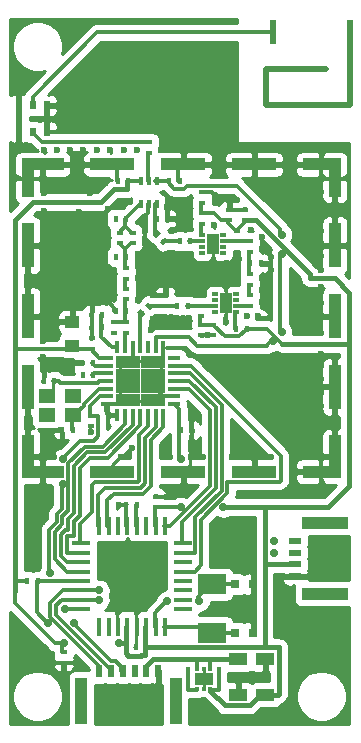
<source format=gbr>
G04 #@! TF.GenerationSoftware,KiCad,Pcbnew,(5.1.4)-1*
G04 #@! TF.CreationDate,2020-12-03T17:16:16+01:00*
G04 #@! TF.ProjectId,LoRa_Balloon,4c6f5261-5f42-4616-9c6c-6f6f6e2e6b69,2*
G04 #@! TF.SameCoordinates,Original*
G04 #@! TF.FileFunction,Copper,L1,Top*
G04 #@! TF.FilePolarity,Positive*
%FSLAX46Y46*%
G04 Gerber Fmt 4.6, Leading zero omitted, Abs format (unit mm)*
G04 Created by KiCad (PCBNEW (5.1.4)-1) date 2020-12-03 17:16:16*
%MOMM*%
%LPD*%
G04 APERTURE LIST*
%ADD10R,0.600000X0.750000*%
%ADD11R,0.600000X1.500000*%
%ADD12C,0.600000*%
%ADD13R,1.500000X1.100000*%
%ADD14R,0.350000X0.375000*%
%ADD15R,0.350000X2.100000*%
%ADD16R,4.000000X1.000000*%
%ADD17R,1.000000X0.500000*%
%ADD18R,0.500000X2.000000*%
%ADD19R,0.600000X0.400000*%
%ADD20R,1.600000X1.000000*%
%ADD21R,0.500000X1.000000*%
%ADD22R,1.000000X4.000000*%
%ADD23R,0.400000X0.600000*%
%ADD24R,2.400000X1.700000*%
%ADD25R,0.450000X1.600000*%
%ADD26R,1.600000X0.450000*%
%ADD27C,0.400000*%
%ADD28C,0.100000*%
%ADD29R,1.250000X1.000000*%
%ADD30R,0.800000X0.750000*%
%ADD31R,3.240000X1.000000*%
%ADD32R,3.800000X1.000000*%
%ADD33R,3.570000X1.000000*%
%ADD34R,1.000000X3.570000*%
%ADD35R,1.000000X3.800000*%
%ADD36R,1.000000X3.240000*%
%ADD37R,0.500000X0.300000*%
%ADD38R,1.060000X0.880000*%
%ADD39R,1.000000X0.370000*%
%ADD40R,0.370000X1.000000*%
%ADD41R,1.062500X1.062500*%
%ADD42R,0.400000X0.650000*%
%ADD43R,1.400000X1.150000*%
%ADD44C,0.700000*%
%ADD45C,0.500000*%
%ADD46C,0.355547*%
%ADD47C,0.250000*%
%ADD48C,0.300000*%
%ADD49C,0.400000*%
%ADD50C,0.254000*%
G04 APERTURE END LIST*
D10*
X101376000Y-108989000D03*
X102576000Y-111239000D03*
X103776000Y-111239000D03*
X103776000Y-108989000D03*
X102576000Y-108989000D03*
D11*
X101376000Y-110864000D03*
D12*
X117033680Y-157553580D03*
D13*
X117033680Y-157553580D03*
D14*
X116483680Y-158416080D03*
X117033680Y-158416080D03*
X117583680Y-158416080D03*
X117583680Y-156691080D03*
X117033680Y-156691080D03*
X116483680Y-156691080D03*
D15*
X118308680Y-157553580D03*
X115758680Y-157553580D03*
D12*
X124000000Y-151310000D03*
X127310000Y-147370000D03*
D16*
X127310000Y-144340000D03*
X127310000Y-150340000D03*
D17*
X124810000Y-145840000D03*
X124810000Y-146840000D03*
X124810000Y-147840000D03*
X124810000Y-148840000D03*
D12*
X119500000Y-103970000D03*
X118500000Y-103970000D03*
X117500000Y-103970000D03*
X116500000Y-103970000D03*
X115500000Y-103970000D03*
X114500000Y-103970000D03*
X113500000Y-103970000D03*
X112500000Y-103970000D03*
X111500000Y-103970000D03*
X110500000Y-103970000D03*
X109500000Y-103970000D03*
X108500000Y-104010000D03*
X107790000Y-104720000D03*
X107080000Y-105430000D03*
X106370000Y-106140000D03*
X105660000Y-106850000D03*
X104950000Y-107560000D03*
D18*
X122932760Y-102781020D03*
X129432760Y-102781020D03*
D19*
X109977560Y-119745680D03*
X109977560Y-120645680D03*
D12*
X121100220Y-157380860D03*
D20*
X122258460Y-155880860D03*
X122258460Y-158880860D03*
X119959760Y-158880860D03*
X119959760Y-155880860D03*
D12*
X117384200Y-128440520D03*
X113967900Y-142105300D03*
X109865800Y-142841900D03*
X118031900Y-116540200D03*
X119860700Y-116959300D03*
X107541700Y-136669700D03*
X108191300Y-158412100D03*
X113191300Y-158412100D03*
X114691800Y-157916800D03*
X106690800Y-157916800D03*
X103947600Y-156157420D03*
X121230000Y-150620000D03*
X121230000Y-152550000D03*
X109789600Y-151846200D03*
X111389800Y-151846200D03*
X118912440Y-126128200D03*
X118912440Y-125248200D03*
X117826160Y-121176280D03*
X117826160Y-120296280D03*
X120168040Y-136791620D03*
X124145680Y-136248060D03*
X124574940Y-133586140D03*
X121084980Y-134015400D03*
X121684420Y-131328080D03*
X118651660Y-130726100D03*
X124689240Y-131411900D03*
X122271160Y-115496260D03*
X124905140Y-115928060D03*
X124153300Y-118300420D03*
X125446160Y-120492440D03*
X124981340Y-124810440D03*
X125060080Y-127175180D03*
X107046400Y-125422580D03*
X105080440Y-124945060D03*
X104862000Y-119651700D03*
X106868600Y-120743900D03*
X107402000Y-116433520D03*
X107275000Y-124122100D03*
X106492680Y-117975300D03*
X105852600Y-122179000D03*
X105476680Y-115724860D03*
X114226980Y-138767740D03*
X115956720Y-138780440D03*
X117003200Y-138777900D03*
X120597300Y-138765200D03*
X119482240Y-138770280D03*
X121671720Y-138770280D03*
X122786780Y-138765200D03*
X124712100Y-138727100D03*
X125827160Y-138722020D03*
X126916820Y-138737260D03*
X126911740Y-137622200D03*
X126952380Y-131086780D03*
X126947300Y-134396400D03*
X126952380Y-133299120D03*
X126934600Y-135483520D03*
X126916820Y-136524920D03*
X126947300Y-132184060D03*
X123462420Y-112763220D03*
X126772040Y-112768300D03*
X125674760Y-112763220D03*
X126954920Y-130004740D03*
X124559700Y-112768300D03*
X127960760Y-112760680D03*
X126947300Y-128290240D03*
X126939680Y-126966900D03*
X117856640Y-112765760D03*
X116759360Y-112760680D03*
X114547020Y-112760680D03*
X115644300Y-112765760D03*
X119045360Y-112758140D03*
X120142640Y-112763220D03*
X121257700Y-112758140D03*
X122354980Y-112763220D03*
X126947300Y-120665160D03*
X126947300Y-125684200D03*
X126947300Y-122877500D03*
X126947300Y-124332920D03*
X126942220Y-121762440D03*
X126977780Y-116324300D03*
X126982860Y-115227020D03*
X126977780Y-118536640D03*
X126982860Y-117439360D03*
X126965080Y-119623760D03*
X110958000Y-137977800D03*
X110089320Y-138767740D03*
X104404800Y-138727100D03*
X103477700Y-138734720D03*
X103477700Y-136514760D03*
X103472620Y-137612040D03*
X103503100Y-116364940D03*
X103508180Y-115267660D03*
X103467540Y-131333160D03*
X103465000Y-128902380D03*
X103459920Y-127787320D03*
X103475160Y-130307000D03*
X103465000Y-126690040D03*
X103470080Y-123408360D03*
X103475160Y-122311080D03*
X103470080Y-125620700D03*
X103475160Y-124523420D03*
X103492940Y-117914340D03*
X103487860Y-119011620D03*
X103487860Y-121223960D03*
X103492940Y-120126680D03*
X103553900Y-112768300D03*
X104651180Y-112773380D03*
X105766240Y-112768300D03*
X106863520Y-112773380D03*
X108052240Y-112765760D03*
X109149520Y-112770840D03*
X110264580Y-112765760D03*
X113454820Y-112760680D03*
X111361860Y-112770840D03*
X111264470Y-133907470D03*
X110201970Y-133907470D03*
X111264470Y-131782470D03*
X110201970Y-132844970D03*
X110201970Y-131782470D03*
X111264470Y-132844970D03*
X112326970Y-131782470D03*
X112326970Y-132844970D03*
X112326970Y-133907470D03*
X113389470Y-133907470D03*
X113389470Y-132844970D03*
X113389470Y-131782470D03*
X113389470Y-130719970D03*
X112326970Y-130719970D03*
X111264470Y-130719970D03*
X110201970Y-130719970D03*
X112578520Y-128021000D03*
X112756320Y-127035480D03*
X113764700Y-126888160D03*
X114783240Y-127002460D03*
X115832260Y-126971980D03*
X118925980Y-127297100D03*
X120734460Y-126844980D03*
X121669180Y-126771320D03*
X121999380Y-125663880D03*
X121991760Y-124617400D03*
X121984140Y-123578540D03*
X122758840Y-122885120D03*
X122758840Y-121838640D03*
X121991760Y-121137600D03*
X121961280Y-120121600D03*
X117940460Y-119125920D03*
X114920400Y-118508700D03*
X113983140Y-117579060D03*
X115867820Y-119463740D03*
X114475900Y-119545020D03*
X112918880Y-121231580D03*
X113922180Y-121536380D03*
X113884080Y-122341560D03*
X115326800Y-121569400D03*
X116576480Y-122382200D03*
X117816000Y-122509200D03*
X119063140Y-122354260D03*
X121079900Y-119567880D03*
X120033420Y-121980880D03*
X119939440Y-123022280D03*
X119903880Y-124066220D03*
X118750720Y-124089080D03*
X117683920Y-124058600D03*
X117051460Y-125013640D03*
X116053240Y-124924740D03*
X115042320Y-124909500D03*
X114343820Y-124165280D03*
X113320200Y-124150040D03*
X111918120Y-124508180D03*
X112786800Y-125013640D03*
X111509180Y-125435280D03*
X111526960Y-123583620D03*
X111519340Y-122567620D03*
X111521880Y-121536380D03*
X112062900Y-120657540D03*
X112052740Y-119603440D03*
X111882560Y-118607760D03*
X108961560Y-125478460D03*
X109464480Y-124599620D03*
X109449240Y-123596320D03*
X108984420Y-122674300D03*
X108666920Y-121716720D03*
X108956480Y-120743900D03*
X108959020Y-119727900D03*
X108687240Y-118737300D03*
X108923460Y-117761940D03*
X109921680Y-117586680D03*
X110848780Y-117172660D03*
D21*
X108191300Y-156911780D03*
X109191300Y-156911780D03*
X110191300Y-156911780D03*
X111191300Y-156911780D03*
X112191300Y-156911780D03*
X113191300Y-156911780D03*
D22*
X106691300Y-159411780D03*
X114691300Y-159411780D03*
D23*
X112192860Y-154858640D03*
X111292860Y-154858640D03*
D24*
X117780440Y-153632040D03*
X117780440Y-149532040D03*
D25*
X108191020Y-153151540D03*
X108991020Y-153151540D03*
X109791020Y-153151540D03*
X110591020Y-153151540D03*
X111391020Y-153151540D03*
X112191020Y-153151540D03*
X112991020Y-153151540D03*
X113791020Y-153151540D03*
D26*
X115291020Y-151651540D03*
X115291020Y-150851540D03*
X115291020Y-150051540D03*
X115291020Y-149251540D03*
X115291020Y-148451540D03*
X115291020Y-147651540D03*
X115291020Y-146851540D03*
X115291020Y-146051540D03*
D25*
X113791020Y-144551540D03*
X112991020Y-144551540D03*
X112191020Y-144551540D03*
X111391020Y-144551540D03*
X110591020Y-144551540D03*
X109791020Y-144551540D03*
X108991020Y-144551540D03*
X108191020Y-144551540D03*
D26*
X106691020Y-146032140D03*
X106691020Y-146851540D03*
X106691020Y-147651540D03*
X106691020Y-148451540D03*
X106691020Y-149251540D03*
X106691020Y-150051540D03*
X106691020Y-150851540D03*
X106691020Y-151651540D03*
D19*
X109444160Y-128211920D03*
X109444160Y-127311920D03*
D23*
X113061120Y-118597600D03*
X113961120Y-118597600D03*
D19*
X107569640Y-128716960D03*
X107569640Y-129616960D03*
D27*
X113061120Y-119852360D03*
D28*
G36*
X113414673Y-119781649D02*
G01*
X112990409Y-120205913D01*
X112707567Y-119923071D01*
X113131831Y-119498807D01*
X113414673Y-119781649D01*
X113414673Y-119781649D01*
G37*
D27*
X113697516Y-120488756D03*
D28*
G36*
X114051069Y-120418045D02*
G01*
X113626805Y-120842309D01*
X113343963Y-120559467D01*
X113768227Y-120135203D01*
X114051069Y-120418045D01*
X114051069Y-120418045D01*
G37*
D29*
X105923720Y-129316400D03*
X105923720Y-127316400D03*
D23*
X106786900Y-130764200D03*
X107686900Y-130764200D03*
D19*
X116921920Y-117241240D03*
X116921920Y-116341240D03*
D23*
X107573880Y-126690040D03*
X108473880Y-126690040D03*
X107691560Y-131820840D03*
X106791560Y-131820840D03*
X108473880Y-127767000D03*
X107573880Y-127767000D03*
X115997780Y-136484280D03*
X115097780Y-136484280D03*
D19*
X119228240Y-117807240D03*
X119228240Y-118707240D03*
X120523640Y-118707240D03*
X120523640Y-117807240D03*
X120960520Y-120491600D03*
X120960520Y-121391600D03*
D23*
X120960520Y-122336480D03*
X121860520Y-122336480D03*
D19*
X120960520Y-123296600D03*
X120960520Y-124196600D03*
X121626000Y-127874100D03*
X121626000Y-126974100D03*
D23*
X103504800Y-132349160D03*
X104404800Y-132349160D03*
X105961820Y-136433480D03*
X105061820Y-136433480D03*
D19*
X116863500Y-127540520D03*
X116863500Y-128440520D03*
D23*
X109595720Y-126364920D03*
X110495720Y-126364920D03*
D19*
X117874420Y-128440520D03*
X117874420Y-127540520D03*
X110495720Y-124509880D03*
X110495720Y-125409880D03*
X113797720Y-125940740D03*
X113797720Y-125040740D03*
D23*
X114810340Y-125938200D03*
X115710340Y-125938200D03*
X110488100Y-121790380D03*
X109588100Y-121790380D03*
D19*
X111024040Y-119745680D03*
X111024040Y-120645680D03*
D23*
X109771400Y-115397200D03*
X110671400Y-115397200D03*
X109606720Y-118592520D03*
X110506720Y-118592520D03*
X115014800Y-115397200D03*
X114114800Y-115397200D03*
D19*
X112405800Y-112987160D03*
X112405800Y-112087160D03*
D30*
X119727920Y-149532040D03*
X121227920Y-149532040D03*
X121227920Y-153632040D03*
X119727920Y-153632040D03*
D19*
X105194740Y-155257420D03*
X105194740Y-156157420D03*
D23*
X111392340Y-142846980D03*
X110492340Y-142846980D03*
D19*
X112990000Y-143002340D03*
X112990000Y-142102340D03*
D31*
X127034200Y-113982400D03*
D32*
X121314200Y-113982400D03*
X115314200Y-113982400D03*
X109314200Y-113982400D03*
D33*
X103429200Y-113982400D03*
D34*
X128154200Y-138707400D03*
D35*
X128154200Y-132822400D03*
X128154200Y-126822400D03*
X128154200Y-120822400D03*
D36*
X128154200Y-115102400D03*
D31*
X127034200Y-139992400D03*
D32*
X121314200Y-139992400D03*
X115314200Y-139992400D03*
X109314200Y-139992400D03*
D33*
X103429200Y-139992400D03*
D36*
X102144200Y-115102400D03*
D35*
X102144200Y-120822400D03*
X102144200Y-126822400D03*
X102144200Y-132822400D03*
D34*
X102144200Y-138707400D03*
D23*
X115024120Y-120487360D03*
X115924120Y-120487360D03*
D19*
X119878480Y-119587360D03*
X119878480Y-120487360D03*
X110495720Y-127314880D03*
X110495720Y-128214880D03*
X120960520Y-125039040D03*
X120960520Y-125939040D03*
D27*
X111793660Y-126576438D03*
D28*
G36*
X111722949Y-126222885D02*
G01*
X112147213Y-126647149D01*
X111864371Y-126929991D01*
X111440107Y-126505727D01*
X111722949Y-126222885D01*
X111722949Y-126222885D01*
G37*
D27*
X112430056Y-125940042D03*
D28*
G36*
X112359345Y-125586489D02*
G01*
X112783609Y-126010753D01*
X112500767Y-126293595D01*
X112076503Y-125869331D01*
X112359345Y-125586489D01*
X112359345Y-125586489D01*
G37*
D19*
X116863500Y-125937780D03*
X116863500Y-126837780D03*
X110495720Y-122750080D03*
X110495720Y-123650080D03*
X116921920Y-118993840D03*
X116921920Y-118093840D03*
X107541700Y-136167200D03*
X107541700Y-135267200D03*
D23*
X120714560Y-127873680D03*
X119814560Y-127873680D03*
X102115840Y-149251540D03*
X103015840Y-149251540D03*
D37*
X116926160Y-119986280D03*
X116926160Y-120486280D03*
X116926160Y-120986280D03*
X116926160Y-121486280D03*
X118726160Y-121486280D03*
X118726160Y-120986280D03*
X118726160Y-120486280D03*
X118726160Y-119986280D03*
D38*
X117826160Y-121176280D03*
X117826160Y-120296280D03*
D39*
X108844120Y-130363720D03*
X108844120Y-131013720D03*
X108844120Y-131663720D03*
X108844120Y-132313720D03*
X108844120Y-132963720D03*
X108844120Y-133613720D03*
X108844120Y-134263720D03*
D40*
X109744120Y-135163720D03*
X110394120Y-135163720D03*
X111044120Y-135163720D03*
X111694120Y-135163720D03*
X112344120Y-135163720D03*
X112994120Y-135163720D03*
X113644120Y-135163720D03*
D39*
X114544120Y-134263720D03*
X114544120Y-133613720D03*
X114544120Y-132963720D03*
X114544120Y-132313720D03*
X114544120Y-131663720D03*
X114544120Y-131013720D03*
X114544120Y-130363720D03*
D40*
X113644120Y-129463720D03*
X112994120Y-129463720D03*
X112344120Y-129463720D03*
X111694120Y-129463720D03*
X111044120Y-129463720D03*
X110394120Y-129463720D03*
X109744120Y-129463720D03*
D41*
X113287870Y-133907470D03*
X113287870Y-132844970D03*
X113287870Y-131782470D03*
X113287870Y-130719970D03*
X112225370Y-133907470D03*
X112225370Y-132844970D03*
X112225370Y-131782470D03*
X112225370Y-130719970D03*
X111162870Y-133907470D03*
X111162870Y-132844970D03*
X111162870Y-131782470D03*
X111162870Y-130719970D03*
X110100370Y-133907470D03*
X110100370Y-132844970D03*
X110100370Y-131782470D03*
X110100370Y-130719970D03*
D38*
X118912440Y-126128200D03*
X118912440Y-125248200D03*
D37*
X118012440Y-126438200D03*
X118012440Y-125938200D03*
X118012440Y-125438200D03*
X118012440Y-124938200D03*
X119812440Y-124938200D03*
X119812440Y-125438200D03*
X119812440Y-125938200D03*
X119812440Y-126438200D03*
D42*
X111755800Y-117297200D03*
X113055800Y-117297200D03*
X112405800Y-115397200D03*
X112405800Y-117297200D03*
X113055800Y-115397200D03*
X111755800Y-115397200D03*
D43*
X103759460Y-133596400D03*
X105959460Y-133596400D03*
X105959460Y-135196400D03*
X103759460Y-135196400D03*
D44*
X115093120Y-143002340D03*
X109888660Y-154496640D03*
X105189660Y-154492880D03*
X118725320Y-143004460D03*
X115093120Y-138917600D03*
X122890920Y-128955720D03*
X104040989Y-148559440D03*
X105347140Y-151653160D03*
X105123620Y-138943000D03*
X105128700Y-141046120D03*
X123637680Y-128208960D03*
X123637680Y-121597340D03*
X123637680Y-119946340D03*
X116683160Y-150936880D03*
X113972980Y-150936880D03*
X123000000Y-145840000D03*
X108200000Y-150051540D03*
X123000000Y-146840000D03*
X108200000Y-150851540D03*
X103899340Y-152829180D03*
X106091360Y-152831720D03*
D45*
X122328580Y-108926260D02*
X129428580Y-108926260D01*
X122328580Y-105926260D02*
X127428580Y-105926260D01*
X122328580Y-108926260D02*
X122328580Y-105926260D01*
X129428580Y-103826260D02*
X129428580Y-108926260D01*
D46*
X112954200Y-117297200D02*
X112954200Y-118592280D01*
X112959520Y-118597600D02*
X112959520Y-119852360D01*
D47*
X111289420Y-154760480D02*
X111191260Y-154858640D01*
X111289420Y-153151540D02*
X111289420Y-154760480D01*
X111289420Y-151847420D02*
X111288200Y-151846200D01*
X111289420Y-153151540D02*
X111289420Y-151847420D01*
X109689420Y-151847620D02*
X109688000Y-151846200D01*
X109689420Y-153151540D02*
X109689420Y-151847620D01*
X107440100Y-136167200D02*
X107440100Y-136669700D01*
X109314200Y-139441260D02*
X109987720Y-138767740D01*
X109314200Y-139992400D02*
X109314200Y-139441260D01*
X115855120Y-139451480D02*
X115855120Y-138780440D01*
X115314200Y-139992400D02*
X115855120Y-139451480D01*
D48*
X114913200Y-114383400D02*
X115314200Y-113982400D01*
X114913200Y-115397200D02*
X114913200Y-114383400D01*
X109669800Y-114338000D02*
X109314200Y-113982400D01*
X109669800Y-115397200D02*
X109669800Y-114338000D01*
X112304200Y-118084520D02*
X112304200Y-117297200D01*
X111780960Y-118607760D02*
X112304200Y-118084520D01*
X117731340Y-116341240D02*
X117930300Y-116540200D01*
X116820320Y-116341240D02*
X117731340Y-116341240D01*
X109494120Y-126112620D02*
X108859960Y-125478460D01*
X109494120Y-126364920D02*
X109494120Y-126112620D01*
X110489420Y-142945660D02*
X110390740Y-142846980D01*
X110489420Y-144551540D02*
X110489420Y-142945660D01*
X110385660Y-142841900D02*
X110390740Y-142846980D01*
X109764200Y-142841900D02*
X110385660Y-142841900D01*
X111044120Y-130601220D02*
X111162870Y-130719970D01*
X111044120Y-129463720D02*
X111044120Y-130601220D01*
X113644120Y-130363720D02*
X113287870Y-130719970D01*
X113644120Y-129463720D02*
X113644120Y-130363720D01*
X113287870Y-133269234D02*
X113287870Y-132844970D01*
X113632356Y-133613720D02*
X113287870Y-133269234D01*
X114544120Y-133613720D02*
X113632356Y-133613720D01*
X109744120Y-134263720D02*
X110100370Y-133907470D01*
X108844120Y-134263720D02*
X109744120Y-134263720D01*
X116761900Y-128440520D02*
X117282600Y-128440520D01*
X117772820Y-128440520D02*
X117282600Y-128440520D01*
D49*
X121227920Y-152552080D02*
X121230000Y-152550000D01*
X121227920Y-153632040D02*
X121227920Y-152552080D01*
X121230000Y-149534120D02*
X121227920Y-149532040D01*
X121230000Y-150620000D02*
X121230000Y-149534120D01*
D47*
X117033680Y-158416080D02*
X117033680Y-156691080D01*
D46*
X113595916Y-120488756D02*
X114921124Y-120488756D01*
D48*
X108214800Y-130363720D02*
X107468040Y-129616960D01*
X108844120Y-130363720D02*
X108214800Y-130363720D01*
X111654200Y-115397200D02*
X110569800Y-115397200D01*
X116761900Y-126837780D02*
X116761900Y-127540520D01*
X116761900Y-127540520D02*
X117772820Y-127540520D01*
X116820320Y-118093840D02*
X117520320Y-118093840D01*
X116820320Y-117241240D02*
X116820320Y-118093840D01*
X120422040Y-118942200D02*
X119776880Y-119587360D01*
X120422040Y-118707240D02*
X120422040Y-118942200D01*
D49*
X123717920Y-129169080D02*
X129352680Y-129169080D01*
D48*
X112888400Y-144550520D02*
X112889420Y-144551540D01*
X112888400Y-143002340D02*
X112888400Y-144550520D01*
X112089700Y-154860200D02*
X112091260Y-154858640D01*
D49*
X112089420Y-154856800D02*
X112091260Y-154858640D01*
X112089420Y-153151540D02*
X112089420Y-154856800D01*
X112091260Y-154858640D02*
X112091260Y-155556720D01*
X110569800Y-116097200D02*
X110569800Y-115397200D01*
X129352680Y-129169080D02*
X129352680Y-141241700D01*
X110489420Y-153151540D02*
X110489420Y-154496640D01*
X102572919Y-117183679D02*
X101067781Y-118688817D01*
X110282034Y-154496640D02*
X110489420Y-154496640D01*
X109787060Y-154496640D02*
X110282034Y-154496640D01*
X110489420Y-154496640D02*
X110489420Y-155376802D01*
D48*
X101513461Y-149252319D02*
X101067781Y-149252319D01*
X101514240Y-149251540D02*
X101513461Y-149252319D01*
X102014240Y-149251540D02*
X101514240Y-149251540D01*
D49*
X101067781Y-118688817D02*
X101067781Y-149252319D01*
X101067781Y-149252319D02*
X101067781Y-150067065D01*
D48*
X105093140Y-154497960D02*
X105088060Y-154492880D01*
X105093140Y-155257420D02*
X105093140Y-154497960D01*
X104593086Y-154492880D02*
X105088060Y-154492880D01*
X104425438Y-154492880D02*
X104593086Y-154492880D01*
X101067781Y-151135223D02*
X104425438Y-154492880D01*
X101067781Y-150067065D02*
X101067781Y-151135223D01*
D49*
X127592040Y-143002340D02*
X129352680Y-141241700D01*
D48*
X117913240Y-118093840D02*
X117520320Y-118093840D01*
X118526640Y-118707240D02*
X117913240Y-118093840D01*
X119126640Y-118707240D02*
X118526640Y-118707240D01*
X119126640Y-118937120D02*
X119776880Y-119587360D01*
X119126640Y-118707240D02*
X119126640Y-118937120D01*
X120612960Y-127973680D02*
X120612960Y-127873680D01*
X120062959Y-128523681D02*
X120612960Y-127973680D01*
X118855981Y-128523681D02*
X120062959Y-128523681D01*
X117872820Y-127540520D02*
X118855981Y-128523681D01*
X117772820Y-127540520D02*
X117872820Y-127540520D01*
X106122680Y-129616960D02*
X105822120Y-129316400D01*
X106612900Y-129616960D02*
X106122680Y-129616960D01*
X106612900Y-129616960D02*
X107468040Y-129616960D01*
X101067781Y-129616960D02*
X106612900Y-129616960D01*
D49*
X129352680Y-124828220D02*
X129352680Y-129169080D01*
X128136020Y-123611560D02*
X129352680Y-124828220D01*
X126026360Y-123611560D02*
X128136020Y-123611560D01*
X126026360Y-123252278D02*
X126026360Y-123611560D01*
X121481322Y-118707240D02*
X126026360Y-123252278D01*
X120422040Y-118707240D02*
X121481322Y-118707240D01*
X109450598Y-116097200D02*
X110569800Y-116097200D01*
X108364119Y-117183679D02*
X109450598Y-116097200D01*
X102572919Y-117183679D02*
X108364119Y-117183679D01*
D48*
X112888400Y-143002340D02*
X114991520Y-143002340D01*
X114991520Y-136488940D02*
X114996180Y-136484280D01*
X114991520Y-138917600D02*
X114991520Y-136488940D01*
X114996180Y-134715780D02*
X114544120Y-134263720D01*
X114996180Y-136484280D02*
X114996180Y-134715780D01*
X122422940Y-127874100D02*
X121524400Y-127874100D01*
X123717920Y-129169080D02*
X122422940Y-127874100D01*
X120613380Y-127874100D02*
X120612960Y-127873680D01*
X121524400Y-127874100D02*
X120613380Y-127874100D01*
X122611520Y-143002340D02*
X122608560Y-142999380D01*
D49*
X112845220Y-154858640D02*
X112091260Y-154858640D01*
X110671259Y-155558641D02*
X110489420Y-155376802D01*
X111711261Y-155558641D02*
X110671259Y-155558641D01*
X111713182Y-155556720D02*
X111711261Y-155558641D01*
X112091260Y-155556720D02*
X111713182Y-155556720D01*
X122198640Y-143048640D02*
X122153626Y-143003626D01*
X122153626Y-143003626D02*
X118623720Y-143004460D01*
X127592040Y-143002340D02*
X122153626Y-143003626D01*
X122198640Y-154858640D02*
X112845220Y-154858640D01*
X123908640Y-147838640D02*
X122198640Y-147838640D01*
X123910000Y-147840000D02*
X123908640Y-147838640D01*
X124810000Y-147840000D02*
X123910000Y-147840000D01*
X122198640Y-154858640D02*
X122198640Y-147838640D01*
X122198640Y-147838640D02*
X122198640Y-143048640D01*
X117608681Y-158549783D02*
X117608681Y-158503581D01*
X118839759Y-159780861D02*
X117608681Y-158549783D01*
X122198640Y-154858640D02*
X123447180Y-154858640D01*
X123447180Y-154858640D02*
X123447180Y-158790540D01*
X123447180Y-158790540D02*
X123356860Y-158880860D01*
X123356860Y-158880860D02*
X121856860Y-158880860D01*
X121856860Y-158880860D02*
X120956860Y-159780860D01*
X120956860Y-159780860D02*
X118839759Y-159780861D01*
D48*
X118308680Y-158453581D02*
X117583680Y-158453581D01*
X107834820Y-131013720D02*
X107585300Y-130764200D01*
X108844120Y-131013720D02*
X107834820Y-131013720D01*
X108372280Y-126690040D02*
X108372280Y-127767000D01*
X109259120Y-129463720D02*
X109744120Y-129463720D01*
X108372280Y-128576880D02*
X109259120Y-129463720D01*
X108372280Y-127767000D02*
X108372280Y-128576880D01*
X107747080Y-131663720D02*
X107589960Y-131820840D01*
X108844120Y-131663720D02*
X107747080Y-131663720D01*
D46*
X120858920Y-121391600D02*
X120858920Y-122336480D01*
X120858920Y-122336480D02*
X120858920Y-123296600D01*
D48*
X119775800Y-120486280D02*
X119776880Y-120487360D01*
X118624560Y-120486280D02*
X119775800Y-120486280D01*
D46*
X119205636Y-120487360D02*
X119204556Y-120486280D01*
X119776880Y-120487360D02*
X119205636Y-120487360D01*
X120854680Y-120487360D02*
X120858920Y-120491600D01*
X119776880Y-120487360D02*
X120854680Y-120487360D01*
X120858920Y-124196600D02*
X120858920Y-125039040D01*
D48*
X104804040Y-132349160D02*
X104304040Y-132349160D01*
X104925721Y-132470841D02*
X104804040Y-132349160D01*
X108069961Y-132470841D02*
X104925721Y-132470841D01*
X108227082Y-132313720D02*
X108069961Y-132470841D01*
X108844120Y-132313720D02*
X108227082Y-132313720D01*
D47*
X104304040Y-132899160D02*
X103662400Y-133593000D01*
X104304040Y-132349160D02*
X104304040Y-132899160D01*
D48*
X106907861Y-134451401D02*
X105860220Y-135323760D01*
X106907861Y-134234977D02*
X106907861Y-134451401D01*
X108179118Y-132963720D02*
X106907861Y-134234977D01*
X108844120Y-132963720D02*
X108179118Y-132963720D01*
X105860220Y-136433480D02*
X105860220Y-135323760D01*
D46*
X110391160Y-127311920D02*
X110394120Y-127314880D01*
X109342560Y-127311920D02*
X110391160Y-127311920D01*
X110394120Y-127314880D02*
X110394120Y-126364920D01*
X110394120Y-126364920D02*
X110394120Y-125409880D01*
X110394120Y-124509880D02*
X110394120Y-123650080D01*
X113698660Y-125938200D02*
X113696120Y-125940740D01*
X114708740Y-125938200D02*
X113698660Y-125938200D01*
X112329154Y-125940740D02*
X112328456Y-125940042D01*
X113696120Y-125940740D02*
X112329154Y-125940740D01*
D48*
X116762320Y-125938200D02*
X116761900Y-125937780D01*
X117910840Y-125938200D02*
X116762320Y-125938200D01*
D46*
X117330424Y-125937780D02*
X117330844Y-125938200D01*
X116761900Y-125937780D02*
X117330424Y-125937780D01*
X115609160Y-125937780D02*
X115608740Y-125938200D01*
X116761900Y-125937780D02*
X115609160Y-125937780D01*
X110394120Y-121798000D02*
X110386500Y-121790380D01*
X110394120Y-122750080D02*
X110394120Y-121798000D01*
X110386500Y-121156220D02*
X109875960Y-120645680D01*
X110386500Y-121790380D02*
X110386500Y-121156220D01*
X110386500Y-121181620D02*
X110922440Y-120645680D01*
X110386500Y-121790380D02*
X110386500Y-121181620D01*
X111654200Y-117343440D02*
X110405120Y-118592520D01*
D47*
X111654200Y-117297200D02*
X111654200Y-117343440D01*
D46*
X110405120Y-119216520D02*
X110405120Y-118592520D01*
X109875960Y-119745680D02*
X110405120Y-119216520D01*
X110922440Y-119733840D02*
X110405120Y-119216520D01*
X110922440Y-119745680D02*
X110922440Y-119733840D01*
D48*
X112954200Y-115397200D02*
X114013200Y-115397200D01*
X108253260Y-133613720D02*
X108844120Y-133613720D01*
X107440100Y-134426880D02*
X108253260Y-133613720D01*
X107440100Y-135267200D02*
X107440100Y-134426880D01*
D47*
X107540100Y-135267200D02*
X107440100Y-135267200D01*
X105022020Y-138943000D02*
X105247593Y-138943000D01*
X106587800Y-151653160D02*
X106589420Y-151651540D01*
D48*
X105245540Y-151653160D02*
X106587800Y-151653160D01*
X105372019Y-138593001D02*
X105022020Y-138943000D01*
X107440100Y-135267200D02*
X108040100Y-135267200D01*
X108040100Y-135267200D02*
X108090101Y-135317201D01*
X108090101Y-135317201D02*
X108090101Y-137007759D01*
X108090101Y-137007759D02*
X107732200Y-137365660D01*
X107732200Y-137365660D02*
X106599360Y-137365660D01*
X106599360Y-137365660D02*
X105372019Y-138593001D01*
X105027100Y-143130378D02*
X105027100Y-141046120D01*
X104589380Y-143568098D02*
X105027100Y-143130378D01*
X104589380Y-144255818D02*
X104589380Y-143568098D01*
X103939389Y-148559440D02*
X103939389Y-144905809D01*
X103939389Y-144905809D02*
X104589380Y-144255818D01*
X116517599Y-129326221D02*
X122451839Y-129326221D01*
X115805097Y-128613719D02*
X116517599Y-129326221D01*
X113044121Y-128613719D02*
X115805097Y-128613719D01*
X112994120Y-129463720D02*
X112994120Y-128663720D01*
X112994120Y-128663720D02*
X113044121Y-128613719D01*
X122439321Y-129305719D02*
X122789320Y-128955720D01*
X123536080Y-128208960D02*
X123536080Y-121597340D01*
X114013200Y-115497200D02*
X114013200Y-115397200D01*
X114563201Y-116047201D02*
X114013200Y-115497200D01*
X115393201Y-116047201D02*
X114563201Y-116047201D01*
X115649163Y-115791239D02*
X115393201Y-116047201D01*
X119875953Y-115791239D02*
X115649163Y-115791239D01*
X123536080Y-119451366D02*
X119875953Y-115791239D01*
X123536080Y-119946340D02*
X123536080Y-119451366D01*
D46*
X112304200Y-112987160D02*
X112304200Y-115397200D01*
D48*
X116581560Y-150629320D02*
X117678840Y-149532040D01*
X116581560Y-150936880D02*
X116581560Y-150629320D01*
X112889420Y-151918840D02*
X112889420Y-153151540D01*
X113871380Y-150936880D02*
X112889420Y-151918840D01*
X117678840Y-149532040D02*
X119626320Y-149532040D01*
X113689640Y-153151760D02*
X113689420Y-153151540D01*
X117724780Y-153141600D02*
X117724560Y-153141380D01*
X113699580Y-153141380D02*
X113689420Y-153151540D01*
X117198340Y-153151540D02*
X117678840Y-153632040D01*
X113689420Y-153151540D02*
X117198340Y-153151540D01*
X119626320Y-153632040D02*
X117678840Y-153632040D01*
X111290740Y-144550220D02*
X111289420Y-144551540D01*
X111290740Y-142846980D02*
X111290740Y-144550220D01*
X108089700Y-156385820D02*
X108089700Y-156911780D01*
X108098160Y-156377360D02*
X108089700Y-156385820D01*
X104045529Y-152324729D02*
X108098160Y-156377360D01*
X104045529Y-151110049D02*
X104045529Y-152324729D01*
X106589420Y-150051540D02*
X105104038Y-150051540D01*
X105104038Y-150051540D02*
X104045529Y-151110049D01*
X106691020Y-150051540D02*
X108200000Y-150051540D01*
X105011158Y-150851540D02*
X104545539Y-151317159D01*
X106589420Y-150851540D02*
X105011158Y-150851540D01*
X109089700Y-156661780D02*
X109089700Y-156911780D01*
X104545539Y-152117619D02*
X109089700Y-156661780D01*
X104545539Y-151317159D02*
X104545539Y-152117619D01*
X108200000Y-150851540D02*
X106691020Y-150851540D01*
D46*
X115822520Y-120487360D02*
X116243484Y-120487360D01*
D48*
X116244564Y-120486280D02*
X116243484Y-120487360D01*
X116824560Y-120486280D02*
X116244564Y-120486280D01*
D46*
X110394120Y-128316480D02*
X110394120Y-129463720D01*
X110495720Y-128214880D02*
X110394120Y-128316480D01*
D48*
X120858080Y-125938200D02*
X120858920Y-125939040D01*
X119710840Y-125938200D02*
X120858080Y-125938200D01*
D46*
X120291676Y-125939040D02*
X120290836Y-125938200D01*
X120858920Y-125939040D02*
X120291676Y-125939040D01*
X111692060Y-129461660D02*
X111694120Y-129463720D01*
X111692060Y-126576438D02*
X111692060Y-129461660D01*
D48*
X116824560Y-118998080D02*
X116820320Y-118993840D01*
X116824560Y-119986280D02*
X116824560Y-118998080D01*
X119712960Y-126440320D02*
X119710840Y-126438200D01*
X119712960Y-127873680D02*
X119712960Y-126440320D01*
X110089700Y-156661780D02*
X110089700Y-156911780D01*
X110089700Y-156531778D02*
X109619701Y-156061779D01*
X110089700Y-156911780D02*
X110089700Y-156531778D01*
X109219819Y-156061779D02*
X109429741Y-156061779D01*
X105989760Y-152831720D02*
X109219819Y-156061779D01*
X109619701Y-156061779D02*
X109429741Y-156061779D01*
X103414240Y-149251540D02*
X102914240Y-149251540D01*
X103422141Y-149259441D02*
X103414240Y-149251540D01*
X105481519Y-149259441D02*
X103422141Y-149259441D01*
X105489420Y-149251540D02*
X105481519Y-149259441D01*
X106589420Y-149251540D02*
X105489420Y-149251540D01*
X102914240Y-149851540D02*
X102914240Y-149251540D01*
X102914240Y-151900560D02*
X102914240Y-149851540D01*
X103797740Y-152784060D02*
X102914240Y-151900560D01*
X103797740Y-152829180D02*
X103797740Y-152784060D01*
X105564201Y-143300397D02*
X105089390Y-143775208D01*
X104439399Y-147401519D02*
X105489420Y-148451540D01*
X105489420Y-148451540D02*
X106589420Y-148451540D01*
X105089390Y-144462928D02*
X104439399Y-145112919D01*
X110394120Y-135163720D02*
X110394120Y-135963720D01*
X105089390Y-143775208D02*
X105089390Y-144462928D01*
X104439399Y-145112919D02*
X104439399Y-147401519D01*
X110394120Y-135963720D02*
X108492170Y-137865670D01*
X106996688Y-137865670D02*
X108492170Y-137865670D01*
X105564201Y-139298157D02*
X106996688Y-137865670D01*
X105564201Y-143300397D02*
X105564201Y-139298157D01*
X106064211Y-143507507D02*
X105589400Y-143982318D01*
X104939409Y-145320029D02*
X104939409Y-147101529D01*
X105589400Y-144957129D02*
X105302309Y-144957129D01*
X111044120Y-136020840D02*
X108699280Y-138365680D01*
X105489420Y-147651540D02*
X106589420Y-147651540D01*
X105302309Y-144957129D02*
X104939409Y-145320029D01*
X111044120Y-135163720D02*
X111044120Y-136020840D01*
X104939409Y-147101529D02*
X105489420Y-147651540D01*
X105589400Y-143982318D02*
X105589400Y-144957129D01*
X107203798Y-138365680D02*
X108699280Y-138365680D01*
X106064211Y-139505267D02*
X107203798Y-138365680D01*
X106064211Y-143507507D02*
X106064211Y-139505267D01*
X105439419Y-146801539D02*
X105489420Y-146851540D01*
X105439419Y-145527139D02*
X105439419Y-146801539D01*
X105509419Y-145457139D02*
X105439419Y-145527139D01*
X106089410Y-145457139D02*
X105509419Y-145457139D01*
X111694120Y-135163720D02*
X111694120Y-136077960D01*
X111694120Y-136077960D02*
X108906390Y-138865690D01*
X106564221Y-143714617D02*
X106089410Y-144189428D01*
X105489420Y-146851540D02*
X106589420Y-146851540D01*
X106089410Y-144189428D02*
X106089410Y-145457139D01*
X107410908Y-138865690D02*
X108906390Y-138865690D01*
X106564221Y-139712377D02*
X107410908Y-138865690D01*
X106564221Y-143714617D02*
X106564221Y-139712377D01*
X112344120Y-135163720D02*
X112344120Y-136135080D01*
X112344120Y-136135080D02*
X111564201Y-136914999D01*
X111564201Y-136914999D02*
X111564201Y-140772401D01*
X106589420Y-146032140D02*
X106589420Y-144401529D01*
X106589420Y-144396538D02*
X107584419Y-143401539D01*
X106589420Y-144401529D02*
X106589420Y-144396538D01*
X107584419Y-141577441D02*
X107589410Y-141572450D01*
X107584419Y-143401539D02*
X107584419Y-141577441D01*
X111564201Y-140772401D02*
X111494201Y-140842401D01*
X107584419Y-141138672D02*
X107584419Y-141577441D01*
X107880690Y-140842401D02*
X107584419Y-141138672D01*
X111494201Y-140842401D02*
X107880690Y-140842401D01*
X112994120Y-136192200D02*
X112064211Y-137122109D01*
X112994120Y-135163720D02*
X112994120Y-136192200D01*
X112064211Y-137122109D02*
X112064211Y-140979511D01*
X112064211Y-140979511D02*
X111701311Y-141342411D01*
X108680790Y-141342411D02*
X108970831Y-141342411D01*
X108089420Y-141933781D02*
X108680790Y-141342411D01*
X108089420Y-144551540D02*
X108089420Y-141933781D01*
X111701311Y-141342411D02*
X108970831Y-141342411D01*
X113644120Y-136249320D02*
X112564221Y-137329219D01*
X113644120Y-135163720D02*
X113644120Y-136249320D01*
X112564221Y-137329219D02*
X112564221Y-141186621D01*
X112564221Y-141186621D02*
X111908421Y-141842421D01*
X108889420Y-142375582D02*
X109422581Y-141842421D01*
X108889420Y-144551540D02*
X108889420Y-142375582D01*
X111908421Y-141842421D02*
X109422581Y-141842421D01*
X114214420Y-144551540D02*
X113689420Y-144551540D01*
X117564201Y-141201759D02*
X114214420Y-144551540D01*
X117564201Y-134754499D02*
X117564201Y-141201759D01*
X115773422Y-132963720D02*
X117564201Y-134754499D01*
X114544120Y-132963720D02*
X115773422Y-132963720D01*
X115189420Y-144283660D02*
X115189420Y-146051540D01*
X118064211Y-141408869D02*
X115189420Y-144283660D01*
X118064211Y-134547389D02*
X118064211Y-141408869D01*
X114544120Y-132313720D02*
X115830542Y-132313720D01*
X115830542Y-132313720D02*
X118064211Y-134547389D01*
X116289420Y-146851540D02*
X115189420Y-146851540D01*
X115887662Y-131663720D02*
X118564221Y-134340279D01*
X118564221Y-134340279D02*
X118564221Y-141615979D01*
X118564221Y-141615979D02*
X116339421Y-143840779D01*
X114544120Y-131663720D02*
X115887662Y-131663720D01*
X116339421Y-143840779D02*
X116339421Y-146801539D01*
X116339421Y-146801539D02*
X116289420Y-146851540D01*
X119064231Y-141823089D02*
X116839431Y-144047889D01*
X115944782Y-131013720D02*
X123564201Y-138633139D01*
X114544120Y-131013720D02*
X115944782Y-131013720D01*
X123564201Y-138633139D02*
X123564201Y-140772401D01*
X123564201Y-140772401D02*
X123491142Y-140845460D01*
X123491142Y-140845460D02*
X119064231Y-140845460D01*
X119064231Y-140845460D02*
X119064231Y-141823089D01*
X116289420Y-148451540D02*
X115189420Y-148451540D01*
X116839431Y-147901529D02*
X116289420Y-148451540D01*
X116839431Y-144047889D02*
X116839431Y-147901529D01*
D46*
X108053433Y-102781020D02*
X102576000Y-108258453D01*
X122932760Y-102781020D02*
X108053433Y-102781020D01*
X102576000Y-108258453D02*
X102576000Y-108989000D01*
X112304200Y-112087580D02*
X103349580Y-112087580D01*
X102576000Y-111314000D02*
X102576000Y-111239000D01*
X103349580Y-112087580D02*
X102576000Y-111314000D01*
D49*
X119858160Y-155880860D02*
X117934798Y-155880860D01*
X112191300Y-156441778D02*
X112752218Y-155880860D01*
X112191300Y-156911780D02*
X112191300Y-156441778D01*
D46*
X117586455Y-155880860D02*
X117586455Y-156625805D01*
X116480905Y-155880860D02*
X116480905Y-156625805D01*
D49*
X116500860Y-155880860D02*
X117934798Y-155880860D01*
X112752218Y-155880860D02*
X116500860Y-155880860D01*
D48*
X115758680Y-158481355D02*
X116480905Y-158481355D01*
D46*
X115758680Y-157553580D02*
X115758680Y-158258576D01*
D50*
G36*
X113314300Y-156784780D02*
G01*
X113338300Y-156784780D01*
X113338300Y-157038780D01*
X113314300Y-157038780D01*
X113314300Y-157888030D01*
X113473050Y-158046780D01*
X113553228Y-158037816D01*
X113553228Y-161340000D01*
X107829372Y-161340000D01*
X107829372Y-158038828D01*
X107941300Y-158049852D01*
X108441300Y-158049852D01*
X108565782Y-158037592D01*
X108685480Y-158001282D01*
X108691300Y-157998171D01*
X108697120Y-158001282D01*
X108816818Y-158037592D01*
X108941300Y-158049852D01*
X109441300Y-158049852D01*
X109565782Y-158037592D01*
X109685480Y-158001282D01*
X109691300Y-157998171D01*
X109697120Y-158001282D01*
X109816818Y-158037592D01*
X109941300Y-158049852D01*
X110441300Y-158049852D01*
X110565782Y-158037592D01*
X110685480Y-158001282D01*
X110691300Y-157998171D01*
X110697120Y-158001282D01*
X110816818Y-158037592D01*
X110941300Y-158049852D01*
X111441300Y-158049852D01*
X111565782Y-158037592D01*
X111685480Y-158001282D01*
X111691300Y-157998171D01*
X111697120Y-158001282D01*
X111816818Y-158037592D01*
X111941300Y-158049852D01*
X112441300Y-158049852D01*
X112565782Y-158037592D01*
X112685480Y-158001282D01*
X112691218Y-157998215D01*
X112804691Y-158035057D01*
X112909550Y-158046780D01*
X113068300Y-157888030D01*
X113068300Y-157524200D01*
X113079372Y-157411780D01*
X113079372Y-156764780D01*
X113314300Y-156764780D01*
X113314300Y-156784780D01*
X113314300Y-156784780D01*
G37*
X113314300Y-156784780D02*
X113338300Y-156784780D01*
X113338300Y-157038780D01*
X113314300Y-157038780D01*
X113314300Y-157888030D01*
X113473050Y-158046780D01*
X113553228Y-158037816D01*
X113553228Y-161340000D01*
X107829372Y-161340000D01*
X107829372Y-158038828D01*
X107941300Y-158049852D01*
X108441300Y-158049852D01*
X108565782Y-158037592D01*
X108685480Y-158001282D01*
X108691300Y-157998171D01*
X108697120Y-158001282D01*
X108816818Y-158037592D01*
X108941300Y-158049852D01*
X109441300Y-158049852D01*
X109565782Y-158037592D01*
X109685480Y-158001282D01*
X109691300Y-157998171D01*
X109697120Y-158001282D01*
X109816818Y-158037592D01*
X109941300Y-158049852D01*
X110441300Y-158049852D01*
X110565782Y-158037592D01*
X110685480Y-158001282D01*
X110691300Y-157998171D01*
X110697120Y-158001282D01*
X110816818Y-158037592D01*
X110941300Y-158049852D01*
X111441300Y-158049852D01*
X111565782Y-158037592D01*
X111685480Y-158001282D01*
X111691300Y-157998171D01*
X111697120Y-158001282D01*
X111816818Y-158037592D01*
X111941300Y-158049852D01*
X112441300Y-158049852D01*
X112565782Y-158037592D01*
X112685480Y-158001282D01*
X112691218Y-157998215D01*
X112804691Y-158035057D01*
X112909550Y-158046780D01*
X113068300Y-157888030D01*
X113068300Y-157524200D01*
X113079372Y-157411780D01*
X113079372Y-156764780D01*
X113314300Y-156764780D01*
X113314300Y-156784780D01*
G36*
X129340001Y-149204883D02*
G01*
X129310000Y-149201928D01*
X125936036Y-149201928D01*
X125945000Y-149121750D01*
X125786250Y-148963000D01*
X124937000Y-148963000D01*
X124937000Y-148987000D01*
X124683000Y-148987000D01*
X124683000Y-148963000D01*
X123833750Y-148963000D01*
X123675000Y-149121750D01*
X123686723Y-149226609D01*
X123725350Y-149345579D01*
X123786445Y-149454728D01*
X123867660Y-149549860D01*
X123965874Y-149627320D01*
X124077312Y-149684131D01*
X124197692Y-149718111D01*
X124322388Y-149727952D01*
X124524250Y-149725000D01*
X124682998Y-149566252D01*
X124682998Y-149725000D01*
X124683254Y-149725000D01*
X124671928Y-149840000D01*
X124671928Y-150840000D01*
X124684188Y-150964482D01*
X124720498Y-151084180D01*
X124779463Y-151194494D01*
X124858815Y-151291185D01*
X124955506Y-151370537D01*
X125065820Y-151429502D01*
X125185518Y-151465812D01*
X125310000Y-151478072D01*
X129310000Y-151478072D01*
X129340001Y-151475117D01*
X129340001Y-161340000D01*
X115829372Y-161340000D01*
X115829372Y-159266355D01*
X116519466Y-159266355D01*
X116634792Y-159254996D01*
X116688445Y-159238720D01*
X116764969Y-159231184D01*
X116826930Y-159238580D01*
X116859177Y-159206333D01*
X116902860Y-159193082D01*
X117009605Y-159136025D01*
X117015390Y-159143074D01*
X117047260Y-159169229D01*
X118220323Y-160342293D01*
X118246469Y-160374152D01*
X118278328Y-160400298D01*
X118278329Y-160400299D01*
X118373613Y-160478497D01*
X118518672Y-160556033D01*
X118566418Y-160570516D01*
X118676071Y-160603779D01*
X118798741Y-160615861D01*
X118798742Y-160615861D01*
X118839758Y-160619901D01*
X118880775Y-160615861D01*
X120915832Y-160615859D01*
X120956860Y-160619900D01*
X121120548Y-160603778D01*
X121277946Y-160556032D01*
X121423005Y-160478496D01*
X121518288Y-160400299D01*
X121550151Y-160374150D01*
X121576301Y-160342286D01*
X121899655Y-160018932D01*
X123058460Y-160018932D01*
X123182942Y-160006672D01*
X123302640Y-159970362D01*
X123412954Y-159911397D01*
X123509645Y-159832045D01*
X123588997Y-159735354D01*
X123622388Y-159672886D01*
X123677947Y-159656032D01*
X123823006Y-159578496D01*
X123950151Y-159474151D01*
X123976304Y-159442283D01*
X124008604Y-159409983D01*
X124040471Y-159383831D01*
X124144816Y-159256686D01*
X124222352Y-159111627D01*
X124270098Y-158954229D01*
X124282180Y-158831559D01*
X124282180Y-158831558D01*
X124286220Y-158790540D01*
X124285805Y-158786323D01*
X124830497Y-158786323D01*
X124830497Y-159213677D01*
X124913870Y-159632821D01*
X125077412Y-160027645D01*
X125314837Y-160382977D01*
X125617023Y-160685163D01*
X125972355Y-160922588D01*
X126367179Y-161086130D01*
X126786323Y-161169503D01*
X127213677Y-161169503D01*
X127632821Y-161086130D01*
X128027645Y-160922588D01*
X128382977Y-160685163D01*
X128685163Y-160382977D01*
X128922588Y-160027645D01*
X129086130Y-159632821D01*
X129169503Y-159213677D01*
X129169503Y-158786323D01*
X129086130Y-158367179D01*
X128922588Y-157972355D01*
X128685163Y-157617023D01*
X128382977Y-157314837D01*
X128027645Y-157077412D01*
X127632821Y-156913870D01*
X127213677Y-156830497D01*
X126786323Y-156830497D01*
X126367179Y-156913870D01*
X125972355Y-157077412D01*
X125617023Y-157314837D01*
X125314837Y-157617023D01*
X125077412Y-157972355D01*
X124913870Y-158367179D01*
X124830497Y-158786323D01*
X124285805Y-158786323D01*
X124282180Y-158749522D01*
X124282180Y-154899658D01*
X124286220Y-154858640D01*
X124281749Y-154813240D01*
X124270098Y-154694951D01*
X124222352Y-154537553D01*
X124144816Y-154392494D01*
X124040471Y-154265349D01*
X124023255Y-154251220D01*
X123913326Y-154161004D01*
X123768267Y-154083468D01*
X123610869Y-154035722D01*
X123488199Y-154023640D01*
X123488198Y-154023640D01*
X123447180Y-154019600D01*
X123406161Y-154023640D01*
X123033640Y-154023640D01*
X123033640Y-148673640D01*
X123790390Y-148673640D01*
X123833750Y-148717000D01*
X124197580Y-148717000D01*
X124310000Y-148728072D01*
X125310000Y-148728072D01*
X125422420Y-148717000D01*
X125786250Y-148717000D01*
X125945000Y-148558250D01*
X125933277Y-148453391D01*
X125896435Y-148339918D01*
X125899502Y-148334180D01*
X125935812Y-148214482D01*
X125948072Y-148090000D01*
X125948072Y-147590000D01*
X125935812Y-147465518D01*
X125899502Y-147345820D01*
X125896391Y-147340000D01*
X125899502Y-147334180D01*
X125935812Y-147214482D01*
X125948072Y-147090000D01*
X125948072Y-146590000D01*
X125935812Y-146465518D01*
X125899502Y-146345820D01*
X125896391Y-146340000D01*
X125899502Y-146334180D01*
X125935812Y-146214482D01*
X125948072Y-146090000D01*
X125948072Y-145590000D01*
X125937048Y-145478072D01*
X129310000Y-145478072D01*
X129340001Y-145475117D01*
X129340001Y-149204883D01*
X129340001Y-149204883D01*
G37*
X129340001Y-149204883D02*
X129310000Y-149201928D01*
X125936036Y-149201928D01*
X125945000Y-149121750D01*
X125786250Y-148963000D01*
X124937000Y-148963000D01*
X124937000Y-148987000D01*
X124683000Y-148987000D01*
X124683000Y-148963000D01*
X123833750Y-148963000D01*
X123675000Y-149121750D01*
X123686723Y-149226609D01*
X123725350Y-149345579D01*
X123786445Y-149454728D01*
X123867660Y-149549860D01*
X123965874Y-149627320D01*
X124077312Y-149684131D01*
X124197692Y-149718111D01*
X124322388Y-149727952D01*
X124524250Y-149725000D01*
X124682998Y-149566252D01*
X124682998Y-149725000D01*
X124683254Y-149725000D01*
X124671928Y-149840000D01*
X124671928Y-150840000D01*
X124684188Y-150964482D01*
X124720498Y-151084180D01*
X124779463Y-151194494D01*
X124858815Y-151291185D01*
X124955506Y-151370537D01*
X125065820Y-151429502D01*
X125185518Y-151465812D01*
X125310000Y-151478072D01*
X129310000Y-151478072D01*
X129340001Y-151475117D01*
X129340001Y-161340000D01*
X115829372Y-161340000D01*
X115829372Y-159266355D01*
X116519466Y-159266355D01*
X116634792Y-159254996D01*
X116688445Y-159238720D01*
X116764969Y-159231184D01*
X116826930Y-159238580D01*
X116859177Y-159206333D01*
X116902860Y-159193082D01*
X117009605Y-159136025D01*
X117015390Y-159143074D01*
X117047260Y-159169229D01*
X118220323Y-160342293D01*
X118246469Y-160374152D01*
X118278328Y-160400298D01*
X118278329Y-160400299D01*
X118373613Y-160478497D01*
X118518672Y-160556033D01*
X118566418Y-160570516D01*
X118676071Y-160603779D01*
X118798741Y-160615861D01*
X118798742Y-160615861D01*
X118839758Y-160619901D01*
X118880775Y-160615861D01*
X120915832Y-160615859D01*
X120956860Y-160619900D01*
X121120548Y-160603778D01*
X121277946Y-160556032D01*
X121423005Y-160478496D01*
X121518288Y-160400299D01*
X121550151Y-160374150D01*
X121576301Y-160342286D01*
X121899655Y-160018932D01*
X123058460Y-160018932D01*
X123182942Y-160006672D01*
X123302640Y-159970362D01*
X123412954Y-159911397D01*
X123509645Y-159832045D01*
X123588997Y-159735354D01*
X123622388Y-159672886D01*
X123677947Y-159656032D01*
X123823006Y-159578496D01*
X123950151Y-159474151D01*
X123976304Y-159442283D01*
X124008604Y-159409983D01*
X124040471Y-159383831D01*
X124144816Y-159256686D01*
X124222352Y-159111627D01*
X124270098Y-158954229D01*
X124282180Y-158831559D01*
X124282180Y-158831558D01*
X124286220Y-158790540D01*
X124285805Y-158786323D01*
X124830497Y-158786323D01*
X124830497Y-159213677D01*
X124913870Y-159632821D01*
X125077412Y-160027645D01*
X125314837Y-160382977D01*
X125617023Y-160685163D01*
X125972355Y-160922588D01*
X126367179Y-161086130D01*
X126786323Y-161169503D01*
X127213677Y-161169503D01*
X127632821Y-161086130D01*
X128027645Y-160922588D01*
X128382977Y-160685163D01*
X128685163Y-160382977D01*
X128922588Y-160027645D01*
X129086130Y-159632821D01*
X129169503Y-159213677D01*
X129169503Y-158786323D01*
X129086130Y-158367179D01*
X128922588Y-157972355D01*
X128685163Y-157617023D01*
X128382977Y-157314837D01*
X128027645Y-157077412D01*
X127632821Y-156913870D01*
X127213677Y-156830497D01*
X126786323Y-156830497D01*
X126367179Y-156913870D01*
X125972355Y-157077412D01*
X125617023Y-157314837D01*
X125314837Y-157617023D01*
X125077412Y-157972355D01*
X124913870Y-158367179D01*
X124830497Y-158786323D01*
X124285805Y-158786323D01*
X124282180Y-158749522D01*
X124282180Y-154899658D01*
X124286220Y-154858640D01*
X124281749Y-154813240D01*
X124270098Y-154694951D01*
X124222352Y-154537553D01*
X124144816Y-154392494D01*
X124040471Y-154265349D01*
X124023255Y-154251220D01*
X123913326Y-154161004D01*
X123768267Y-154083468D01*
X123610869Y-154035722D01*
X123488199Y-154023640D01*
X123488198Y-154023640D01*
X123447180Y-154019600D01*
X123406161Y-154023640D01*
X123033640Y-154023640D01*
X123033640Y-148673640D01*
X123790390Y-148673640D01*
X123833750Y-148717000D01*
X124197580Y-148717000D01*
X124310000Y-148728072D01*
X125310000Y-148728072D01*
X125422420Y-148717000D01*
X125786250Y-148717000D01*
X125945000Y-148558250D01*
X125933277Y-148453391D01*
X125896435Y-148339918D01*
X125899502Y-148334180D01*
X125935812Y-148214482D01*
X125948072Y-148090000D01*
X125948072Y-147590000D01*
X125935812Y-147465518D01*
X125899502Y-147345820D01*
X125896391Y-147340000D01*
X125899502Y-147334180D01*
X125935812Y-147214482D01*
X125948072Y-147090000D01*
X125948072Y-146590000D01*
X125935812Y-146465518D01*
X125899502Y-146345820D01*
X125896391Y-146340000D01*
X125899502Y-146334180D01*
X125935812Y-146214482D01*
X125948072Y-146090000D01*
X125948072Y-145590000D01*
X125937048Y-145478072D01*
X129310000Y-145478072D01*
X129340001Y-145475117D01*
X129340001Y-149204883D01*
G36*
X103843096Y-155020696D02*
G01*
X103867674Y-155050644D01*
X103897622Y-155075222D01*
X103897625Y-155075225D01*
X103916328Y-155090574D01*
X103987205Y-155148742D01*
X104123578Y-155221634D01*
X104256668Y-155262006D01*
X104256668Y-155457420D01*
X104268928Y-155581902D01*
X104305238Y-155701600D01*
X104308529Y-155707757D01*
X104272334Y-155816896D01*
X104259740Y-155925670D01*
X104418490Y-156084420D01*
X104782320Y-156084420D01*
X104894740Y-156095492D01*
X105494740Y-156095492D01*
X105607160Y-156084420D01*
X105970990Y-156084420D01*
X106129740Y-155925670D01*
X106117146Y-155816896D01*
X106080951Y-155707757D01*
X106084242Y-155701600D01*
X106120552Y-155581902D01*
X106127007Y-155516364D01*
X107303228Y-156692585D01*
X107303228Y-156784732D01*
X107191300Y-156773708D01*
X106191300Y-156773708D01*
X106066818Y-156785968D01*
X105947120Y-156822278D01*
X105896714Y-156849221D01*
X105934181Y-156820051D01*
X106015992Y-156725432D01*
X106077772Y-156616669D01*
X106117146Y-156497944D01*
X106129740Y-156389170D01*
X105970990Y-156230420D01*
X105321740Y-156230420D01*
X105321740Y-156833670D01*
X105480490Y-156992420D01*
X105603097Y-156986224D01*
X105723689Y-156953002D01*
X105789796Y-156919823D01*
X105740115Y-156960595D01*
X105660763Y-157057286D01*
X105601798Y-157167600D01*
X105565488Y-157287298D01*
X105553228Y-157411780D01*
X105553228Y-161340000D01*
X100660000Y-161340000D01*
X100660000Y-158786323D01*
X100830497Y-158786323D01*
X100830497Y-159213677D01*
X100913870Y-159632821D01*
X101077412Y-160027645D01*
X101314837Y-160382977D01*
X101617023Y-160685163D01*
X101972355Y-160922588D01*
X102367179Y-161086130D01*
X102786323Y-161169503D01*
X103213677Y-161169503D01*
X103632821Y-161086130D01*
X104027645Y-160922588D01*
X104382977Y-160685163D01*
X104685163Y-160382977D01*
X104922588Y-160027645D01*
X105086130Y-159632821D01*
X105169503Y-159213677D01*
X105169503Y-158786323D01*
X105086130Y-158367179D01*
X104922588Y-157972355D01*
X104685163Y-157617023D01*
X104382977Y-157314837D01*
X104027645Y-157077412D01*
X103632821Y-156913870D01*
X103213677Y-156830497D01*
X102786323Y-156830497D01*
X102367179Y-156913870D01*
X101972355Y-157077412D01*
X101617023Y-157314837D01*
X101314837Y-157617023D01*
X101077412Y-157972355D01*
X100913870Y-158367179D01*
X100830497Y-158786323D01*
X100660000Y-158786323D01*
X100660000Y-156389170D01*
X104259740Y-156389170D01*
X104272334Y-156497944D01*
X104311708Y-156616669D01*
X104373488Y-156725432D01*
X104455299Y-156820051D01*
X104553998Y-156896893D01*
X104665791Y-156953002D01*
X104786383Y-156986224D01*
X104908990Y-156992420D01*
X105067740Y-156833670D01*
X105067740Y-156230420D01*
X104418490Y-156230420D01*
X104259740Y-156389170D01*
X100660000Y-156389170D01*
X100660000Y-151837599D01*
X103843096Y-155020696D01*
X103843096Y-155020696D01*
G37*
X103843096Y-155020696D02*
X103867674Y-155050644D01*
X103897622Y-155075222D01*
X103897625Y-155075225D01*
X103916328Y-155090574D01*
X103987205Y-155148742D01*
X104123578Y-155221634D01*
X104256668Y-155262006D01*
X104256668Y-155457420D01*
X104268928Y-155581902D01*
X104305238Y-155701600D01*
X104308529Y-155707757D01*
X104272334Y-155816896D01*
X104259740Y-155925670D01*
X104418490Y-156084420D01*
X104782320Y-156084420D01*
X104894740Y-156095492D01*
X105494740Y-156095492D01*
X105607160Y-156084420D01*
X105970990Y-156084420D01*
X106129740Y-155925670D01*
X106117146Y-155816896D01*
X106080951Y-155707757D01*
X106084242Y-155701600D01*
X106120552Y-155581902D01*
X106127007Y-155516364D01*
X107303228Y-156692585D01*
X107303228Y-156784732D01*
X107191300Y-156773708D01*
X106191300Y-156773708D01*
X106066818Y-156785968D01*
X105947120Y-156822278D01*
X105896714Y-156849221D01*
X105934181Y-156820051D01*
X106015992Y-156725432D01*
X106077772Y-156616669D01*
X106117146Y-156497944D01*
X106129740Y-156389170D01*
X105970990Y-156230420D01*
X105321740Y-156230420D01*
X105321740Y-156833670D01*
X105480490Y-156992420D01*
X105603097Y-156986224D01*
X105723689Y-156953002D01*
X105789796Y-156919823D01*
X105740115Y-156960595D01*
X105660763Y-157057286D01*
X105601798Y-157167600D01*
X105565488Y-157287298D01*
X105553228Y-157411780D01*
X105553228Y-161340000D01*
X100660000Y-161340000D01*
X100660000Y-158786323D01*
X100830497Y-158786323D01*
X100830497Y-159213677D01*
X100913870Y-159632821D01*
X101077412Y-160027645D01*
X101314837Y-160382977D01*
X101617023Y-160685163D01*
X101972355Y-160922588D01*
X102367179Y-161086130D01*
X102786323Y-161169503D01*
X103213677Y-161169503D01*
X103632821Y-161086130D01*
X104027645Y-160922588D01*
X104382977Y-160685163D01*
X104685163Y-160382977D01*
X104922588Y-160027645D01*
X105086130Y-159632821D01*
X105169503Y-159213677D01*
X105169503Y-158786323D01*
X105086130Y-158367179D01*
X104922588Y-157972355D01*
X104685163Y-157617023D01*
X104382977Y-157314837D01*
X104027645Y-157077412D01*
X103632821Y-156913870D01*
X103213677Y-156830497D01*
X102786323Y-156830497D01*
X102367179Y-156913870D01*
X101972355Y-157077412D01*
X101617023Y-157314837D01*
X101314837Y-157617023D01*
X101077412Y-157972355D01*
X100913870Y-158367179D01*
X100830497Y-158786323D01*
X100660000Y-158786323D01*
X100660000Y-156389170D01*
X104259740Y-156389170D01*
X104272334Y-156497944D01*
X104311708Y-156616669D01*
X104373488Y-156725432D01*
X104455299Y-156820051D01*
X104553998Y-156896893D01*
X104665791Y-156953002D01*
X104786383Y-156986224D01*
X104908990Y-156992420D01*
X105067740Y-156833670D01*
X105067740Y-156230420D01*
X104418490Y-156230420D01*
X104259740Y-156389170D01*
X100660000Y-156389170D01*
X100660000Y-151837599D01*
X103843096Y-155020696D01*
G36*
X122385460Y-155753860D02*
G01*
X122405460Y-155753860D01*
X122405460Y-156007860D01*
X122385460Y-156007860D01*
X122385460Y-156857110D01*
X122544210Y-157015860D01*
X122612181Y-157016266D01*
X122612181Y-157742788D01*
X121458460Y-157742788D01*
X121333978Y-157755048D01*
X121214280Y-157791358D01*
X121109110Y-157847573D01*
X121003940Y-157791358D01*
X120884242Y-157755048D01*
X120759760Y-157742788D01*
X120245510Y-157745860D01*
X120086760Y-157904610D01*
X120086760Y-158753860D01*
X120106760Y-158753860D01*
X120106760Y-158945861D01*
X119812760Y-158945861D01*
X119812760Y-158753860D01*
X119832760Y-158753860D01*
X119832760Y-157904610D01*
X119674010Y-157745860D01*
X119159760Y-157742788D01*
X119121752Y-157746531D01*
X119121752Y-157015189D01*
X119159760Y-157018932D01*
X120759760Y-157018932D01*
X120884242Y-157006672D01*
X121003940Y-156970362D01*
X121109110Y-156914147D01*
X121214280Y-156970362D01*
X121333978Y-157006672D01*
X121458460Y-157018932D01*
X121972710Y-157015860D01*
X122131460Y-156857110D01*
X122131460Y-156007860D01*
X122111460Y-156007860D01*
X122111460Y-155753860D01*
X122131460Y-155753860D01*
X122131460Y-155733860D01*
X122385460Y-155733860D01*
X122385460Y-155753860D01*
X122385460Y-155753860D01*
G37*
X122385460Y-155753860D02*
X122405460Y-155753860D01*
X122405460Y-156007860D01*
X122385460Y-156007860D01*
X122385460Y-156857110D01*
X122544210Y-157015860D01*
X122612181Y-157016266D01*
X122612181Y-157742788D01*
X121458460Y-157742788D01*
X121333978Y-157755048D01*
X121214280Y-157791358D01*
X121109110Y-157847573D01*
X121003940Y-157791358D01*
X120884242Y-157755048D01*
X120759760Y-157742788D01*
X120245510Y-157745860D01*
X120086760Y-157904610D01*
X120086760Y-158753860D01*
X120106760Y-158753860D01*
X120106760Y-158945861D01*
X119812760Y-158945861D01*
X119812760Y-158753860D01*
X119832760Y-158753860D01*
X119832760Y-157904610D01*
X119674010Y-157745860D01*
X119159760Y-157742788D01*
X119121752Y-157746531D01*
X119121752Y-157015189D01*
X119159760Y-157018932D01*
X120759760Y-157018932D01*
X120884242Y-157006672D01*
X121003940Y-156970362D01*
X121109110Y-156914147D01*
X121214280Y-156970362D01*
X121333978Y-157006672D01*
X121458460Y-157018932D01*
X121972710Y-157015860D01*
X122131460Y-156857110D01*
X122131460Y-156007860D01*
X122111460Y-156007860D01*
X122111460Y-155753860D01*
X122131460Y-155753860D01*
X122131460Y-155733860D01*
X122385460Y-155733860D01*
X122385460Y-155753860D01*
G36*
X117054186Y-157409117D02*
G01*
X117164500Y-157468082D01*
X117180680Y-157472990D01*
X117180680Y-157634170D01*
X117164500Y-157639078D01*
X117054186Y-157698043D01*
X117051095Y-157700580D01*
X117016265Y-157700580D01*
X117013174Y-157698043D01*
X116902860Y-157639078D01*
X116886680Y-157634170D01*
X116886680Y-157472990D01*
X116902860Y-157468082D01*
X117013174Y-157409117D01*
X117016265Y-157406580D01*
X117051095Y-157406580D01*
X117054186Y-157409117D01*
X117054186Y-157409117D01*
G37*
X117054186Y-157409117D02*
X117164500Y-157468082D01*
X117180680Y-157472990D01*
X117180680Y-157634170D01*
X117164500Y-157639078D01*
X117054186Y-157698043D01*
X117051095Y-157700580D01*
X117016265Y-157700580D01*
X117013174Y-157698043D01*
X116902860Y-157639078D01*
X116886680Y-157634170D01*
X116886680Y-157472990D01*
X116902860Y-157468082D01*
X117013174Y-157409117D01*
X117016265Y-157406580D01*
X117051095Y-157406580D01*
X117054186Y-157409117D01*
G36*
X118258748Y-143877356D02*
G01*
X118438006Y-143951607D01*
X118628306Y-143989460D01*
X118822334Y-143989460D01*
X119012634Y-143951607D01*
X119191892Y-143877356D01*
X119248829Y-143839312D01*
X121363641Y-143838812D01*
X121363640Y-147797621D01*
X121359600Y-147838640D01*
X121363641Y-147879669D01*
X121363641Y-148672069D01*
X121354920Y-148680790D01*
X121354920Y-149405040D01*
X121363641Y-149405040D01*
X121363641Y-149659040D01*
X121354920Y-149659040D01*
X121354920Y-150383290D01*
X121363641Y-150392011D01*
X121363640Y-152772070D01*
X121354920Y-152780790D01*
X121354920Y-153505040D01*
X121363640Y-153505040D01*
X121363640Y-153759040D01*
X121354920Y-153759040D01*
X121354920Y-153779040D01*
X121100920Y-153779040D01*
X121100920Y-153759040D01*
X121080920Y-153759040D01*
X121080920Y-153505040D01*
X121100920Y-153505040D01*
X121100920Y-152780790D01*
X120942170Y-152622040D01*
X120827920Y-152618968D01*
X120703438Y-152631228D01*
X120583740Y-152667538D01*
X120477920Y-152724101D01*
X120372100Y-152667538D01*
X120252402Y-152631228D01*
X120127920Y-152618968D01*
X119594546Y-152618968D01*
X119569942Y-152537860D01*
X119510977Y-152427546D01*
X119431625Y-152330855D01*
X119334934Y-152251503D01*
X119224620Y-152192538D01*
X119104922Y-152156228D01*
X118980440Y-152143968D01*
X116668095Y-152143968D01*
X116680522Y-152120720D01*
X116716832Y-152001022D01*
X116724627Y-151921880D01*
X116780174Y-151921880D01*
X116970474Y-151884027D01*
X117149732Y-151809776D01*
X117311061Y-151701979D01*
X117448259Y-151564781D01*
X117556056Y-151403452D01*
X117630307Y-151224194D01*
X117668160Y-151033894D01*
X117668160Y-151020112D01*
X118980440Y-151020112D01*
X119104922Y-151007852D01*
X119224620Y-150971542D01*
X119334934Y-150912577D01*
X119431625Y-150833225D01*
X119510977Y-150736534D01*
X119569942Y-150626220D01*
X119594546Y-150545112D01*
X120127920Y-150545112D01*
X120252402Y-150532852D01*
X120372100Y-150496542D01*
X120477920Y-150439979D01*
X120583740Y-150496542D01*
X120703438Y-150532852D01*
X120827920Y-150545112D01*
X120942170Y-150542040D01*
X121100920Y-150383290D01*
X121100920Y-149659040D01*
X121080920Y-149659040D01*
X121080920Y-149405040D01*
X121100920Y-149405040D01*
X121100920Y-148680790D01*
X120942170Y-148522040D01*
X120827920Y-148518968D01*
X120703438Y-148531228D01*
X120583740Y-148567538D01*
X120477920Y-148624101D01*
X120372100Y-148567538D01*
X120252402Y-148531228D01*
X120127920Y-148518968D01*
X119594546Y-148518968D01*
X119569942Y-148437860D01*
X119510977Y-148327546D01*
X119431625Y-148230855D01*
X119334934Y-148151503D01*
X119224620Y-148092538D01*
X119104922Y-148056228D01*
X118980440Y-148043968D01*
X117614200Y-148043968D01*
X117624431Y-147940090D01*
X117624431Y-147940083D01*
X117628228Y-147901530D01*
X117624431Y-147862977D01*
X117624431Y-144373046D01*
X118175648Y-143821830D01*
X118258748Y-143877356D01*
X118258748Y-143877356D01*
G37*
X118258748Y-143877356D02*
X118438006Y-143951607D01*
X118628306Y-143989460D01*
X118822334Y-143989460D01*
X119012634Y-143951607D01*
X119191892Y-143877356D01*
X119248829Y-143839312D01*
X121363641Y-143838812D01*
X121363640Y-147797621D01*
X121359600Y-147838640D01*
X121363641Y-147879669D01*
X121363641Y-148672069D01*
X121354920Y-148680790D01*
X121354920Y-149405040D01*
X121363641Y-149405040D01*
X121363641Y-149659040D01*
X121354920Y-149659040D01*
X121354920Y-150383290D01*
X121363641Y-150392011D01*
X121363640Y-152772070D01*
X121354920Y-152780790D01*
X121354920Y-153505040D01*
X121363640Y-153505040D01*
X121363640Y-153759040D01*
X121354920Y-153759040D01*
X121354920Y-153779040D01*
X121100920Y-153779040D01*
X121100920Y-153759040D01*
X121080920Y-153759040D01*
X121080920Y-153505040D01*
X121100920Y-153505040D01*
X121100920Y-152780790D01*
X120942170Y-152622040D01*
X120827920Y-152618968D01*
X120703438Y-152631228D01*
X120583740Y-152667538D01*
X120477920Y-152724101D01*
X120372100Y-152667538D01*
X120252402Y-152631228D01*
X120127920Y-152618968D01*
X119594546Y-152618968D01*
X119569942Y-152537860D01*
X119510977Y-152427546D01*
X119431625Y-152330855D01*
X119334934Y-152251503D01*
X119224620Y-152192538D01*
X119104922Y-152156228D01*
X118980440Y-152143968D01*
X116668095Y-152143968D01*
X116680522Y-152120720D01*
X116716832Y-152001022D01*
X116724627Y-151921880D01*
X116780174Y-151921880D01*
X116970474Y-151884027D01*
X117149732Y-151809776D01*
X117311061Y-151701979D01*
X117448259Y-151564781D01*
X117556056Y-151403452D01*
X117630307Y-151224194D01*
X117668160Y-151033894D01*
X117668160Y-151020112D01*
X118980440Y-151020112D01*
X119104922Y-151007852D01*
X119224620Y-150971542D01*
X119334934Y-150912577D01*
X119431625Y-150833225D01*
X119510977Y-150736534D01*
X119569942Y-150626220D01*
X119594546Y-150545112D01*
X120127920Y-150545112D01*
X120252402Y-150532852D01*
X120372100Y-150496542D01*
X120477920Y-150439979D01*
X120583740Y-150496542D01*
X120703438Y-150532852D01*
X120827920Y-150545112D01*
X120942170Y-150542040D01*
X121100920Y-150383290D01*
X121100920Y-149659040D01*
X121080920Y-149659040D01*
X121080920Y-149405040D01*
X121100920Y-149405040D01*
X121100920Y-148680790D01*
X120942170Y-148522040D01*
X120827920Y-148518968D01*
X120703438Y-148531228D01*
X120583740Y-148567538D01*
X120477920Y-148624101D01*
X120372100Y-148567538D01*
X120252402Y-148531228D01*
X120127920Y-148518968D01*
X119594546Y-148518968D01*
X119569942Y-148437860D01*
X119510977Y-148327546D01*
X119431625Y-148230855D01*
X119334934Y-148151503D01*
X119224620Y-148092538D01*
X119104922Y-148056228D01*
X118980440Y-148043968D01*
X117614200Y-148043968D01*
X117624431Y-147940090D01*
X117624431Y-147940083D01*
X117628228Y-147901530D01*
X117624431Y-147862977D01*
X117624431Y-144373046D01*
X118175648Y-143821830D01*
X118258748Y-143877356D01*
G36*
X110635483Y-145706034D02*
G01*
X110689020Y-145771269D01*
X110689020Y-145827790D01*
X110847770Y-145986540D01*
X110949378Y-145975520D01*
X110991361Y-145962131D01*
X111041538Y-145977352D01*
X111166020Y-145989612D01*
X111616020Y-145989612D01*
X111740502Y-145977352D01*
X111791020Y-145962028D01*
X111841538Y-145977352D01*
X111966020Y-145989612D01*
X112416020Y-145989612D01*
X112540502Y-145977352D01*
X112591020Y-145962028D01*
X112641538Y-145977352D01*
X112766020Y-145989612D01*
X113216020Y-145989612D01*
X113340502Y-145977352D01*
X113391020Y-145962028D01*
X113441538Y-145977352D01*
X113566020Y-145989612D01*
X113852948Y-145989612D01*
X113852948Y-146276540D01*
X113865208Y-146401022D01*
X113880532Y-146451540D01*
X113865208Y-146502058D01*
X113852948Y-146626540D01*
X113852948Y-147076540D01*
X113865208Y-147201022D01*
X113880532Y-147251540D01*
X113865208Y-147302058D01*
X113852948Y-147426540D01*
X113852948Y-147876540D01*
X113865208Y-148001022D01*
X113880532Y-148051540D01*
X113865208Y-148102058D01*
X113852948Y-148226540D01*
X113852948Y-148676540D01*
X113865208Y-148801022D01*
X113880532Y-148851540D01*
X113865208Y-148902058D01*
X113852948Y-149026540D01*
X113852948Y-149476540D01*
X113865208Y-149601022D01*
X113880532Y-149651540D01*
X113865208Y-149702058D01*
X113852948Y-149826540D01*
X113852948Y-149956459D01*
X113685666Y-149989733D01*
X113506408Y-150063984D01*
X113345079Y-150171781D01*
X113207881Y-150308979D01*
X113100084Y-150470308D01*
X113025833Y-150649566D01*
X113020196Y-150677907D01*
X112361610Y-151336493D01*
X112331656Y-151361076D01*
X112233558Y-151480608D01*
X112160666Y-151616981D01*
X112131397Y-151713468D01*
X111966020Y-151713468D01*
X111841538Y-151725728D01*
X111791361Y-151740949D01*
X111749378Y-151727560D01*
X111647770Y-151716540D01*
X111489020Y-151875290D01*
X111489020Y-151931811D01*
X111435483Y-151997046D01*
X111391020Y-152080229D01*
X111346557Y-151997046D01*
X111293020Y-151931811D01*
X111293020Y-151875290D01*
X111134270Y-151716540D01*
X111032662Y-151727560D01*
X110990679Y-151740949D01*
X110940502Y-151725728D01*
X110816020Y-151713468D01*
X110366020Y-151713468D01*
X110241538Y-151725728D01*
X110191361Y-151740949D01*
X110149378Y-151727560D01*
X110047770Y-151716540D01*
X109889020Y-151875290D01*
X109889020Y-151931811D01*
X109835483Y-151997046D01*
X109791020Y-152080229D01*
X109746557Y-151997046D01*
X109693020Y-151931811D01*
X109693020Y-151875290D01*
X109534270Y-151716540D01*
X109432662Y-151727560D01*
X109390679Y-151740949D01*
X109340502Y-151725728D01*
X109216020Y-151713468D01*
X108766020Y-151713468D01*
X108668632Y-151723060D01*
X108827901Y-151616639D01*
X108965099Y-151479441D01*
X109072896Y-151318112D01*
X109147147Y-151138854D01*
X109185000Y-150948554D01*
X109185000Y-150754526D01*
X109147147Y-150564226D01*
X109100471Y-150451540D01*
X109147147Y-150338854D01*
X109185000Y-150148554D01*
X109185000Y-149954526D01*
X109147147Y-149764226D01*
X109072896Y-149584968D01*
X108965099Y-149423639D01*
X108827901Y-149286441D01*
X108666572Y-149178644D01*
X108487314Y-149104393D01*
X108297014Y-149066540D01*
X108129092Y-149066540D01*
X108129092Y-149026540D01*
X108116832Y-148902058D01*
X108101508Y-148851540D01*
X108116832Y-148801022D01*
X108129092Y-148676540D01*
X108129092Y-148226540D01*
X108116832Y-148102058D01*
X108101508Y-148051540D01*
X108116832Y-148001022D01*
X108129092Y-147876540D01*
X108129092Y-147426540D01*
X108116832Y-147302058D01*
X108101508Y-147251540D01*
X108116832Y-147201022D01*
X108129092Y-147076540D01*
X108129092Y-146626540D01*
X108116832Y-146502058D01*
X108098565Y-146441840D01*
X108116832Y-146381622D01*
X108129092Y-146257140D01*
X108129092Y-145989612D01*
X108416020Y-145989612D01*
X108540502Y-145977352D01*
X108591020Y-145962028D01*
X108641538Y-145977352D01*
X108766020Y-145989612D01*
X109216020Y-145989612D01*
X109340502Y-145977352D01*
X109391020Y-145962028D01*
X109441538Y-145977352D01*
X109566020Y-145989612D01*
X110016020Y-145989612D01*
X110140502Y-145977352D01*
X110190679Y-145962131D01*
X110232662Y-145975520D01*
X110334270Y-145986540D01*
X110493020Y-145827790D01*
X110493020Y-145771269D01*
X110546557Y-145706034D01*
X110591020Y-145622851D01*
X110635483Y-145706034D01*
X110635483Y-145706034D01*
G37*
X110635483Y-145706034D02*
X110689020Y-145771269D01*
X110689020Y-145827790D01*
X110847770Y-145986540D01*
X110949378Y-145975520D01*
X110991361Y-145962131D01*
X111041538Y-145977352D01*
X111166020Y-145989612D01*
X111616020Y-145989612D01*
X111740502Y-145977352D01*
X111791020Y-145962028D01*
X111841538Y-145977352D01*
X111966020Y-145989612D01*
X112416020Y-145989612D01*
X112540502Y-145977352D01*
X112591020Y-145962028D01*
X112641538Y-145977352D01*
X112766020Y-145989612D01*
X113216020Y-145989612D01*
X113340502Y-145977352D01*
X113391020Y-145962028D01*
X113441538Y-145977352D01*
X113566020Y-145989612D01*
X113852948Y-145989612D01*
X113852948Y-146276540D01*
X113865208Y-146401022D01*
X113880532Y-146451540D01*
X113865208Y-146502058D01*
X113852948Y-146626540D01*
X113852948Y-147076540D01*
X113865208Y-147201022D01*
X113880532Y-147251540D01*
X113865208Y-147302058D01*
X113852948Y-147426540D01*
X113852948Y-147876540D01*
X113865208Y-148001022D01*
X113880532Y-148051540D01*
X113865208Y-148102058D01*
X113852948Y-148226540D01*
X113852948Y-148676540D01*
X113865208Y-148801022D01*
X113880532Y-148851540D01*
X113865208Y-148902058D01*
X113852948Y-149026540D01*
X113852948Y-149476540D01*
X113865208Y-149601022D01*
X113880532Y-149651540D01*
X113865208Y-149702058D01*
X113852948Y-149826540D01*
X113852948Y-149956459D01*
X113685666Y-149989733D01*
X113506408Y-150063984D01*
X113345079Y-150171781D01*
X113207881Y-150308979D01*
X113100084Y-150470308D01*
X113025833Y-150649566D01*
X113020196Y-150677907D01*
X112361610Y-151336493D01*
X112331656Y-151361076D01*
X112233558Y-151480608D01*
X112160666Y-151616981D01*
X112131397Y-151713468D01*
X111966020Y-151713468D01*
X111841538Y-151725728D01*
X111791361Y-151740949D01*
X111749378Y-151727560D01*
X111647770Y-151716540D01*
X111489020Y-151875290D01*
X111489020Y-151931811D01*
X111435483Y-151997046D01*
X111391020Y-152080229D01*
X111346557Y-151997046D01*
X111293020Y-151931811D01*
X111293020Y-151875290D01*
X111134270Y-151716540D01*
X111032662Y-151727560D01*
X110990679Y-151740949D01*
X110940502Y-151725728D01*
X110816020Y-151713468D01*
X110366020Y-151713468D01*
X110241538Y-151725728D01*
X110191361Y-151740949D01*
X110149378Y-151727560D01*
X110047770Y-151716540D01*
X109889020Y-151875290D01*
X109889020Y-151931811D01*
X109835483Y-151997046D01*
X109791020Y-152080229D01*
X109746557Y-151997046D01*
X109693020Y-151931811D01*
X109693020Y-151875290D01*
X109534270Y-151716540D01*
X109432662Y-151727560D01*
X109390679Y-151740949D01*
X109340502Y-151725728D01*
X109216020Y-151713468D01*
X108766020Y-151713468D01*
X108668632Y-151723060D01*
X108827901Y-151616639D01*
X108965099Y-151479441D01*
X109072896Y-151318112D01*
X109147147Y-151138854D01*
X109185000Y-150948554D01*
X109185000Y-150754526D01*
X109147147Y-150564226D01*
X109100471Y-150451540D01*
X109147147Y-150338854D01*
X109185000Y-150148554D01*
X109185000Y-149954526D01*
X109147147Y-149764226D01*
X109072896Y-149584968D01*
X108965099Y-149423639D01*
X108827901Y-149286441D01*
X108666572Y-149178644D01*
X108487314Y-149104393D01*
X108297014Y-149066540D01*
X108129092Y-149066540D01*
X108129092Y-149026540D01*
X108116832Y-148902058D01*
X108101508Y-148851540D01*
X108116832Y-148801022D01*
X108129092Y-148676540D01*
X108129092Y-148226540D01*
X108116832Y-148102058D01*
X108101508Y-148051540D01*
X108116832Y-148001022D01*
X108129092Y-147876540D01*
X108129092Y-147426540D01*
X108116832Y-147302058D01*
X108101508Y-147251540D01*
X108116832Y-147201022D01*
X108129092Y-147076540D01*
X108129092Y-146626540D01*
X108116832Y-146502058D01*
X108098565Y-146441840D01*
X108116832Y-146381622D01*
X108129092Y-146257140D01*
X108129092Y-145989612D01*
X108416020Y-145989612D01*
X108540502Y-145977352D01*
X108591020Y-145962028D01*
X108641538Y-145977352D01*
X108766020Y-145989612D01*
X109216020Y-145989612D01*
X109340502Y-145977352D01*
X109391020Y-145962028D01*
X109441538Y-145977352D01*
X109566020Y-145989612D01*
X110016020Y-145989612D01*
X110140502Y-145977352D01*
X110190679Y-145962131D01*
X110232662Y-145975520D01*
X110334270Y-145986540D01*
X110493020Y-145827790D01*
X110493020Y-145771269D01*
X110546557Y-145706034D01*
X110591020Y-145622851D01*
X110635483Y-145706034D01*
G36*
X102271200Y-132695400D02*
G01*
X102291200Y-132695400D01*
X102291200Y-132949400D01*
X102271200Y-132949400D01*
X102271200Y-135198650D01*
X102421388Y-135348838D01*
X102421388Y-135771400D01*
X102433648Y-135895882D01*
X102469958Y-136015580D01*
X102528923Y-136125894D01*
X102608275Y-136222585D01*
X102688870Y-136288727D01*
X102644200Y-136284328D01*
X102429950Y-136287400D01*
X102271200Y-136446150D01*
X102271200Y-138580400D01*
X103120450Y-138580400D01*
X103279200Y-138421650D01*
X103282272Y-136922400D01*
X103270012Y-136797918D01*
X103246143Y-136719230D01*
X104226820Y-136719230D01*
X104233016Y-136841837D01*
X104266238Y-136962429D01*
X104322347Y-137074222D01*
X104399189Y-137172921D01*
X104493808Y-137254732D01*
X104602571Y-137316512D01*
X104721296Y-137355886D01*
X104830070Y-137368480D01*
X104988820Y-137209730D01*
X104988820Y-136560480D01*
X104385570Y-136560480D01*
X104226820Y-136719230D01*
X103246143Y-136719230D01*
X103233702Y-136678220D01*
X103174737Y-136567906D01*
X103095385Y-136471215D01*
X103014790Y-136405073D01*
X103059460Y-136409472D01*
X104459460Y-136409472D01*
X104583942Y-136397212D01*
X104703640Y-136360902D01*
X104805455Y-136306480D01*
X104913465Y-136306480D01*
X105015280Y-136360902D01*
X105075220Y-136379085D01*
X105075220Y-136472040D01*
X105086579Y-136587366D01*
X105123748Y-136709896D01*
X105123748Y-136733480D01*
X105134820Y-136845900D01*
X105134820Y-137209730D01*
X105293570Y-137368480D01*
X105402344Y-137355886D01*
X105511483Y-137319691D01*
X105517640Y-137322982D01*
X105528566Y-137326296D01*
X104864647Y-137990216D01*
X104836306Y-137995853D01*
X104657048Y-138070104D01*
X104495719Y-138177901D01*
X104358521Y-138315099D01*
X104250724Y-138476428D01*
X104176473Y-138655686D01*
X104138620Y-138845986D01*
X104138620Y-138856532D01*
X103714950Y-138857400D01*
X103556200Y-139016150D01*
X103556200Y-139865400D01*
X103576200Y-139865400D01*
X103576200Y-140119400D01*
X103556200Y-140119400D01*
X103556200Y-140968650D01*
X103714950Y-141127400D01*
X104143700Y-141128279D01*
X104143700Y-141143134D01*
X104181553Y-141333434D01*
X104242101Y-141479609D01*
X104242100Y-142805221D01*
X104061566Y-142985755D01*
X104031617Y-143010334D01*
X104007039Y-143040282D01*
X104007035Y-143040286D01*
X103974070Y-143080454D01*
X103933519Y-143129865D01*
X103899495Y-143193520D01*
X103860626Y-143266239D01*
X103839169Y-143336975D01*
X103815739Y-143414211D01*
X103804380Y-143529537D01*
X103804380Y-143529545D01*
X103800583Y-143568098D01*
X103804380Y-143606651D01*
X103804380Y-143930660D01*
X103411574Y-144323467D01*
X103381626Y-144348045D01*
X103357048Y-144377993D01*
X103357044Y-144377997D01*
X103339508Y-144399365D01*
X103283528Y-144467576D01*
X103264372Y-144503415D01*
X103210635Y-144603950D01*
X103165748Y-144751923D01*
X103150592Y-144905809D01*
X103154390Y-144944372D01*
X103154389Y-148125952D01*
X103093842Y-148272126D01*
X103085619Y-148313468D01*
X102815840Y-148313468D01*
X102691358Y-148325728D01*
X102571660Y-148362038D01*
X102565840Y-148365149D01*
X102560020Y-148362038D01*
X102440322Y-148325728D01*
X102315840Y-148313468D01*
X101915840Y-148313468D01*
X101902781Y-148314754D01*
X101902781Y-141129942D01*
X102519164Y-141128679D01*
X102644200Y-141130472D01*
X102665447Y-141128379D01*
X103143450Y-141127400D01*
X103302200Y-140968650D01*
X103302200Y-140119400D01*
X103282200Y-140119400D01*
X103282200Y-139865400D01*
X103302200Y-139865400D01*
X103302200Y-139016150D01*
X103120450Y-138834400D01*
X102271200Y-138834400D01*
X102271200Y-138854400D01*
X102017200Y-138854400D01*
X102017200Y-138834400D01*
X101997200Y-138834400D01*
X101997200Y-138580400D01*
X102017200Y-138580400D01*
X102017200Y-136446150D01*
X101902781Y-136331731D01*
X101902781Y-135313069D01*
X102017200Y-135198650D01*
X102017200Y-132949400D01*
X101997200Y-132949400D01*
X101997200Y-132695400D01*
X102017200Y-132695400D01*
X102017200Y-132675400D01*
X102271200Y-132675400D01*
X102271200Y-132695400D01*
X102271200Y-132695400D01*
G37*
X102271200Y-132695400D02*
X102291200Y-132695400D01*
X102291200Y-132949400D01*
X102271200Y-132949400D01*
X102271200Y-135198650D01*
X102421388Y-135348838D01*
X102421388Y-135771400D01*
X102433648Y-135895882D01*
X102469958Y-136015580D01*
X102528923Y-136125894D01*
X102608275Y-136222585D01*
X102688870Y-136288727D01*
X102644200Y-136284328D01*
X102429950Y-136287400D01*
X102271200Y-136446150D01*
X102271200Y-138580400D01*
X103120450Y-138580400D01*
X103279200Y-138421650D01*
X103282272Y-136922400D01*
X103270012Y-136797918D01*
X103246143Y-136719230D01*
X104226820Y-136719230D01*
X104233016Y-136841837D01*
X104266238Y-136962429D01*
X104322347Y-137074222D01*
X104399189Y-137172921D01*
X104493808Y-137254732D01*
X104602571Y-137316512D01*
X104721296Y-137355886D01*
X104830070Y-137368480D01*
X104988820Y-137209730D01*
X104988820Y-136560480D01*
X104385570Y-136560480D01*
X104226820Y-136719230D01*
X103246143Y-136719230D01*
X103233702Y-136678220D01*
X103174737Y-136567906D01*
X103095385Y-136471215D01*
X103014790Y-136405073D01*
X103059460Y-136409472D01*
X104459460Y-136409472D01*
X104583942Y-136397212D01*
X104703640Y-136360902D01*
X104805455Y-136306480D01*
X104913465Y-136306480D01*
X105015280Y-136360902D01*
X105075220Y-136379085D01*
X105075220Y-136472040D01*
X105086579Y-136587366D01*
X105123748Y-136709896D01*
X105123748Y-136733480D01*
X105134820Y-136845900D01*
X105134820Y-137209730D01*
X105293570Y-137368480D01*
X105402344Y-137355886D01*
X105511483Y-137319691D01*
X105517640Y-137322982D01*
X105528566Y-137326296D01*
X104864647Y-137990216D01*
X104836306Y-137995853D01*
X104657048Y-138070104D01*
X104495719Y-138177901D01*
X104358521Y-138315099D01*
X104250724Y-138476428D01*
X104176473Y-138655686D01*
X104138620Y-138845986D01*
X104138620Y-138856532D01*
X103714950Y-138857400D01*
X103556200Y-139016150D01*
X103556200Y-139865400D01*
X103576200Y-139865400D01*
X103576200Y-140119400D01*
X103556200Y-140119400D01*
X103556200Y-140968650D01*
X103714950Y-141127400D01*
X104143700Y-141128279D01*
X104143700Y-141143134D01*
X104181553Y-141333434D01*
X104242101Y-141479609D01*
X104242100Y-142805221D01*
X104061566Y-142985755D01*
X104031617Y-143010334D01*
X104007039Y-143040282D01*
X104007035Y-143040286D01*
X103974070Y-143080454D01*
X103933519Y-143129865D01*
X103899495Y-143193520D01*
X103860626Y-143266239D01*
X103839169Y-143336975D01*
X103815739Y-143414211D01*
X103804380Y-143529537D01*
X103804380Y-143529545D01*
X103800583Y-143568098D01*
X103804380Y-143606651D01*
X103804380Y-143930660D01*
X103411574Y-144323467D01*
X103381626Y-144348045D01*
X103357048Y-144377993D01*
X103357044Y-144377997D01*
X103339508Y-144399365D01*
X103283528Y-144467576D01*
X103264372Y-144503415D01*
X103210635Y-144603950D01*
X103165748Y-144751923D01*
X103150592Y-144905809D01*
X103154390Y-144944372D01*
X103154389Y-148125952D01*
X103093842Y-148272126D01*
X103085619Y-148313468D01*
X102815840Y-148313468D01*
X102691358Y-148325728D01*
X102571660Y-148362038D01*
X102565840Y-148365149D01*
X102560020Y-148362038D01*
X102440322Y-148325728D01*
X102315840Y-148313468D01*
X101915840Y-148313468D01*
X101902781Y-148314754D01*
X101902781Y-141129942D01*
X102519164Y-141128679D01*
X102644200Y-141130472D01*
X102665447Y-141128379D01*
X103143450Y-141127400D01*
X103302200Y-140968650D01*
X103302200Y-140119400D01*
X103282200Y-140119400D01*
X103282200Y-139865400D01*
X103302200Y-139865400D01*
X103302200Y-139016150D01*
X103120450Y-138834400D01*
X102271200Y-138834400D01*
X102271200Y-138854400D01*
X102017200Y-138854400D01*
X102017200Y-138834400D01*
X101997200Y-138834400D01*
X101997200Y-138580400D01*
X102017200Y-138580400D01*
X102017200Y-136446150D01*
X101902781Y-136331731D01*
X101902781Y-135313069D01*
X102017200Y-135198650D01*
X102017200Y-132949400D01*
X101997200Y-132949400D01*
X101997200Y-132695400D01*
X102017200Y-132695400D01*
X102017200Y-132675400D01*
X102271200Y-132675400D01*
X102271200Y-132695400D01*
G36*
X109676602Y-143113468D02*
G01*
X109674420Y-143113468D01*
X109674420Y-142973982D01*
X109816088Y-142973982D01*
X109676602Y-143113468D01*
X109676602Y-143113468D01*
G37*
X109676602Y-143113468D02*
X109674420Y-143113468D01*
X109674420Y-142973982D01*
X109816088Y-142973982D01*
X109676602Y-143113468D01*
G36*
X110505740Y-142808420D02*
G01*
X110505740Y-142993980D01*
X110419340Y-142993980D01*
X110419340Y-142973980D01*
X110345340Y-142973980D01*
X110345340Y-142719980D01*
X110419340Y-142719980D01*
X110419340Y-142699980D01*
X110516421Y-142699980D01*
X110505740Y-142808420D01*
X110505740Y-142808420D01*
G37*
X110505740Y-142808420D02*
X110505740Y-142993980D01*
X110419340Y-142993980D01*
X110419340Y-142973980D01*
X110345340Y-142973980D01*
X110345340Y-142719980D01*
X110419340Y-142719980D01*
X110419340Y-142699980D01*
X110516421Y-142699980D01*
X110505740Y-142808420D01*
G36*
X109816088Y-142719978D02*
G01*
X109674420Y-142719978D01*
X109674420Y-142700739D01*
X109735635Y-142639525D01*
X109816088Y-142719978D01*
X109816088Y-142719978D01*
G37*
X109816088Y-142719978D02*
X109674420Y-142719978D01*
X109674420Y-142700739D01*
X109735635Y-142639525D01*
X109816088Y-142719978D01*
G36*
X115441200Y-139865400D02*
G01*
X115461200Y-139865400D01*
X115461200Y-140119400D01*
X115441200Y-140119400D01*
X115441200Y-140968650D01*
X115599950Y-141127400D01*
X116526639Y-141129164D01*
X115536122Y-142119681D01*
X115380434Y-142055193D01*
X115190134Y-142017340D01*
X114996106Y-142017340D01*
X114805806Y-142055193D01*
X114626548Y-142129444D01*
X114495003Y-142217340D01*
X113808250Y-142217340D01*
X113766250Y-142175340D01*
X113402420Y-142175340D01*
X113290000Y-142164268D01*
X112843000Y-142164268D01*
X112843000Y-142029340D01*
X112863000Y-142029340D01*
X112863000Y-141998000D01*
X112905660Y-141955340D01*
X113117000Y-141955340D01*
X113117000Y-142029340D01*
X113766250Y-142029340D01*
X113925000Y-141870590D01*
X113912406Y-141761816D01*
X113873032Y-141643091D01*
X113811252Y-141534328D01*
X113729441Y-141439709D01*
X113630742Y-141362867D01*
X113518949Y-141306758D01*
X113398357Y-141273536D01*
X113344725Y-141270826D01*
X113349221Y-141225182D01*
X113349221Y-141225175D01*
X113353018Y-141186622D01*
X113349221Y-141148069D01*
X113349221Y-141124072D01*
X113414200Y-141130472D01*
X115028450Y-141127400D01*
X115187200Y-140968650D01*
X115187200Y-140119400D01*
X115167200Y-140119400D01*
X115167200Y-139902600D01*
X115190134Y-139902600D01*
X115380434Y-139864747D01*
X115427142Y-139845400D01*
X115441200Y-139845400D01*
X115441200Y-139865400D01*
X115441200Y-139865400D01*
G37*
X115441200Y-139865400D02*
X115461200Y-139865400D01*
X115461200Y-140119400D01*
X115441200Y-140119400D01*
X115441200Y-140968650D01*
X115599950Y-141127400D01*
X116526639Y-141129164D01*
X115536122Y-142119681D01*
X115380434Y-142055193D01*
X115190134Y-142017340D01*
X114996106Y-142017340D01*
X114805806Y-142055193D01*
X114626548Y-142129444D01*
X114495003Y-142217340D01*
X113808250Y-142217340D01*
X113766250Y-142175340D01*
X113402420Y-142175340D01*
X113290000Y-142164268D01*
X112843000Y-142164268D01*
X112843000Y-142029340D01*
X112863000Y-142029340D01*
X112863000Y-141998000D01*
X112905660Y-141955340D01*
X113117000Y-141955340D01*
X113117000Y-142029340D01*
X113766250Y-142029340D01*
X113925000Y-141870590D01*
X113912406Y-141761816D01*
X113873032Y-141643091D01*
X113811252Y-141534328D01*
X113729441Y-141439709D01*
X113630742Y-141362867D01*
X113518949Y-141306758D01*
X113398357Y-141273536D01*
X113344725Y-141270826D01*
X113349221Y-141225182D01*
X113349221Y-141225175D01*
X113353018Y-141186622D01*
X113349221Y-141148069D01*
X113349221Y-141124072D01*
X113414200Y-141130472D01*
X115028450Y-141127400D01*
X115187200Y-140968650D01*
X115187200Y-140119400D01*
X115167200Y-140119400D01*
X115167200Y-139902600D01*
X115190134Y-139902600D01*
X115380434Y-139864747D01*
X115427142Y-139845400D01*
X115441200Y-139845400D01*
X115441200Y-139865400D01*
G36*
X115935256Y-129854036D02*
G01*
X115959835Y-129883985D01*
X115989783Y-129908563D01*
X115989786Y-129908566D01*
X116019158Y-129932671D01*
X116079366Y-129982083D01*
X116215739Y-130054975D01*
X116363712Y-130099862D01*
X116479038Y-130111221D01*
X116479046Y-130111221D01*
X116517599Y-130115018D01*
X116556152Y-130111221D01*
X122490400Y-130111221D01*
X122605726Y-130099862D01*
X122753699Y-130054975D01*
X122890072Y-129982083D01*
X122940472Y-129940720D01*
X122987934Y-129940720D01*
X123178234Y-129902867D01*
X123257771Y-129869922D01*
X123396833Y-129944252D01*
X123554231Y-129991998D01*
X123676901Y-130004080D01*
X128517680Y-130004080D01*
X128517680Y-130286285D01*
X128439950Y-130287400D01*
X128281200Y-130446150D01*
X128281200Y-132695400D01*
X128301200Y-132695400D01*
X128301200Y-132949400D01*
X128281200Y-132949400D01*
X128281200Y-135198650D01*
X128439950Y-135357400D01*
X128517681Y-135358515D01*
X128517681Y-136286285D01*
X128439950Y-136287400D01*
X128281200Y-136446150D01*
X128281200Y-138580400D01*
X128301200Y-138580400D01*
X128301200Y-138834400D01*
X128281200Y-138834400D01*
X128281200Y-138854400D01*
X128027200Y-138854400D01*
X128027200Y-138834400D01*
X127177950Y-138834400D01*
X127019200Y-138993150D01*
X127016128Y-140492400D01*
X127028388Y-140616882D01*
X127064698Y-140736580D01*
X127123663Y-140846894D01*
X127161200Y-140892633D01*
X127161200Y-140968650D01*
X127319950Y-141127400D01*
X127630263Y-141128114D01*
X127654200Y-141130472D01*
X127792560Y-141128488D01*
X128283893Y-141129619D01*
X127246090Y-142167422D01*
X122194549Y-142168617D01*
X122153626Y-142164586D01*
X122112506Y-142168636D01*
X122112406Y-142168636D01*
X119769338Y-142169190D01*
X119792985Y-142124949D01*
X119837872Y-141976976D01*
X119849231Y-141861650D01*
X119849231Y-141861643D01*
X119853028Y-141823090D01*
X119849231Y-141784537D01*
X119849231Y-141630460D01*
X123452589Y-141630460D01*
X123491142Y-141634257D01*
X123529695Y-141630460D01*
X123529703Y-141630460D01*
X123645029Y-141619101D01*
X123793002Y-141574214D01*
X123929375Y-141501322D01*
X124048906Y-141403224D01*
X124073489Y-141373270D01*
X124092011Y-141354748D01*
X124121965Y-141330165D01*
X124220063Y-141210634D01*
X124292955Y-141074261D01*
X124337842Y-140926288D01*
X124349201Y-140810962D01*
X124349201Y-140810954D01*
X124352998Y-140772402D01*
X124349201Y-140733849D01*
X124349201Y-140492400D01*
X124776128Y-140492400D01*
X124788388Y-140616882D01*
X124824698Y-140736580D01*
X124883663Y-140846894D01*
X124963015Y-140943585D01*
X125059706Y-141022937D01*
X125170020Y-141081902D01*
X125289718Y-141118212D01*
X125414200Y-141130472D01*
X126748450Y-141127400D01*
X126907200Y-140968650D01*
X126907200Y-140119400D01*
X124937950Y-140119400D01*
X124779200Y-140278150D01*
X124776128Y-140492400D01*
X124349201Y-140492400D01*
X124349201Y-139492400D01*
X124776128Y-139492400D01*
X124779200Y-139706650D01*
X124937950Y-139865400D01*
X126907200Y-139865400D01*
X126907200Y-139016150D01*
X126748450Y-138857400D01*
X125414200Y-138854328D01*
X125289718Y-138866588D01*
X125170020Y-138902898D01*
X125059706Y-138961863D01*
X124963015Y-139041215D01*
X124883663Y-139137906D01*
X124824698Y-139248220D01*
X124788388Y-139367918D01*
X124776128Y-139492400D01*
X124349201Y-139492400D01*
X124349201Y-138671695D01*
X124352998Y-138633139D01*
X124349201Y-138594579D01*
X124349201Y-138594578D01*
X124345221Y-138554165D01*
X124337843Y-138479252D01*
X124292955Y-138331279D01*
X124278322Y-138303902D01*
X124220063Y-138194906D01*
X124121965Y-138075375D01*
X124092012Y-138050793D01*
X122963619Y-136922400D01*
X127016128Y-136922400D01*
X127019200Y-138421650D01*
X127177950Y-138580400D01*
X128027200Y-138580400D01*
X128027200Y-136446150D01*
X127868450Y-136287400D01*
X127654200Y-136284328D01*
X127529718Y-136296588D01*
X127410020Y-136332898D01*
X127299706Y-136391863D01*
X127203015Y-136471215D01*
X127123663Y-136567906D01*
X127064698Y-136678220D01*
X127028388Y-136797918D01*
X127016128Y-136922400D01*
X122963619Y-136922400D01*
X120763619Y-134722400D01*
X127016128Y-134722400D01*
X127028388Y-134846882D01*
X127064698Y-134966580D01*
X127123663Y-135076894D01*
X127203015Y-135173585D01*
X127299706Y-135252937D01*
X127410020Y-135311902D01*
X127529718Y-135348212D01*
X127654200Y-135360472D01*
X127868450Y-135357400D01*
X128027200Y-135198650D01*
X128027200Y-132949400D01*
X127177950Y-132949400D01*
X127019200Y-133108150D01*
X127016128Y-134722400D01*
X120763619Y-134722400D01*
X116963619Y-130922400D01*
X127016128Y-130922400D01*
X127019200Y-132536650D01*
X127177950Y-132695400D01*
X128027200Y-132695400D01*
X128027200Y-130446150D01*
X127868450Y-130287400D01*
X127654200Y-130284328D01*
X127529718Y-130296588D01*
X127410020Y-130332898D01*
X127299706Y-130391863D01*
X127203015Y-130471215D01*
X127123663Y-130567906D01*
X127064698Y-130678220D01*
X127028388Y-130797918D01*
X127016128Y-130922400D01*
X116963619Y-130922400D01*
X116527128Y-130485909D01*
X116502546Y-130455956D01*
X116383015Y-130357858D01*
X116246642Y-130284966D01*
X116098669Y-130240079D01*
X115983343Y-130228720D01*
X115983335Y-130228720D01*
X115944782Y-130224923D01*
X115906229Y-130228720D01*
X115682192Y-130228720D01*
X115682192Y-130178720D01*
X115669932Y-130054238D01*
X115633622Y-129934540D01*
X115574657Y-129824226D01*
X115495305Y-129727535D01*
X115398614Y-129648183D01*
X115288300Y-129589218D01*
X115168602Y-129552908D01*
X115044120Y-129540648D01*
X114044120Y-129540648D01*
X113919638Y-129552908D01*
X113900626Y-129558675D01*
X113819120Y-129550648D01*
X113817192Y-129550672D01*
X113817192Y-129398719D01*
X115479940Y-129398719D01*
X115935256Y-129854036D01*
X115935256Y-129854036D01*
G37*
X115935256Y-129854036D02*
X115959835Y-129883985D01*
X115989783Y-129908563D01*
X115989786Y-129908566D01*
X116019158Y-129932671D01*
X116079366Y-129982083D01*
X116215739Y-130054975D01*
X116363712Y-130099862D01*
X116479038Y-130111221D01*
X116479046Y-130111221D01*
X116517599Y-130115018D01*
X116556152Y-130111221D01*
X122490400Y-130111221D01*
X122605726Y-130099862D01*
X122753699Y-130054975D01*
X122890072Y-129982083D01*
X122940472Y-129940720D01*
X122987934Y-129940720D01*
X123178234Y-129902867D01*
X123257771Y-129869922D01*
X123396833Y-129944252D01*
X123554231Y-129991998D01*
X123676901Y-130004080D01*
X128517680Y-130004080D01*
X128517680Y-130286285D01*
X128439950Y-130287400D01*
X128281200Y-130446150D01*
X128281200Y-132695400D01*
X128301200Y-132695400D01*
X128301200Y-132949400D01*
X128281200Y-132949400D01*
X128281200Y-135198650D01*
X128439950Y-135357400D01*
X128517681Y-135358515D01*
X128517681Y-136286285D01*
X128439950Y-136287400D01*
X128281200Y-136446150D01*
X128281200Y-138580400D01*
X128301200Y-138580400D01*
X128301200Y-138834400D01*
X128281200Y-138834400D01*
X128281200Y-138854400D01*
X128027200Y-138854400D01*
X128027200Y-138834400D01*
X127177950Y-138834400D01*
X127019200Y-138993150D01*
X127016128Y-140492400D01*
X127028388Y-140616882D01*
X127064698Y-140736580D01*
X127123663Y-140846894D01*
X127161200Y-140892633D01*
X127161200Y-140968650D01*
X127319950Y-141127400D01*
X127630263Y-141128114D01*
X127654200Y-141130472D01*
X127792560Y-141128488D01*
X128283893Y-141129619D01*
X127246090Y-142167422D01*
X122194549Y-142168617D01*
X122153626Y-142164586D01*
X122112506Y-142168636D01*
X122112406Y-142168636D01*
X119769338Y-142169190D01*
X119792985Y-142124949D01*
X119837872Y-141976976D01*
X119849231Y-141861650D01*
X119849231Y-141861643D01*
X119853028Y-141823090D01*
X119849231Y-141784537D01*
X119849231Y-141630460D01*
X123452589Y-141630460D01*
X123491142Y-141634257D01*
X123529695Y-141630460D01*
X123529703Y-141630460D01*
X123645029Y-141619101D01*
X123793002Y-141574214D01*
X123929375Y-141501322D01*
X124048906Y-141403224D01*
X124073489Y-141373270D01*
X124092011Y-141354748D01*
X124121965Y-141330165D01*
X124220063Y-141210634D01*
X124292955Y-141074261D01*
X124337842Y-140926288D01*
X124349201Y-140810962D01*
X124349201Y-140810954D01*
X124352998Y-140772402D01*
X124349201Y-140733849D01*
X124349201Y-140492400D01*
X124776128Y-140492400D01*
X124788388Y-140616882D01*
X124824698Y-140736580D01*
X124883663Y-140846894D01*
X124963015Y-140943585D01*
X125059706Y-141022937D01*
X125170020Y-141081902D01*
X125289718Y-141118212D01*
X125414200Y-141130472D01*
X126748450Y-141127400D01*
X126907200Y-140968650D01*
X126907200Y-140119400D01*
X124937950Y-140119400D01*
X124779200Y-140278150D01*
X124776128Y-140492400D01*
X124349201Y-140492400D01*
X124349201Y-139492400D01*
X124776128Y-139492400D01*
X124779200Y-139706650D01*
X124937950Y-139865400D01*
X126907200Y-139865400D01*
X126907200Y-139016150D01*
X126748450Y-138857400D01*
X125414200Y-138854328D01*
X125289718Y-138866588D01*
X125170020Y-138902898D01*
X125059706Y-138961863D01*
X124963015Y-139041215D01*
X124883663Y-139137906D01*
X124824698Y-139248220D01*
X124788388Y-139367918D01*
X124776128Y-139492400D01*
X124349201Y-139492400D01*
X124349201Y-138671695D01*
X124352998Y-138633139D01*
X124349201Y-138594579D01*
X124349201Y-138594578D01*
X124345221Y-138554165D01*
X124337843Y-138479252D01*
X124292955Y-138331279D01*
X124278322Y-138303902D01*
X124220063Y-138194906D01*
X124121965Y-138075375D01*
X124092012Y-138050793D01*
X122963619Y-136922400D01*
X127016128Y-136922400D01*
X127019200Y-138421650D01*
X127177950Y-138580400D01*
X128027200Y-138580400D01*
X128027200Y-136446150D01*
X127868450Y-136287400D01*
X127654200Y-136284328D01*
X127529718Y-136296588D01*
X127410020Y-136332898D01*
X127299706Y-136391863D01*
X127203015Y-136471215D01*
X127123663Y-136567906D01*
X127064698Y-136678220D01*
X127028388Y-136797918D01*
X127016128Y-136922400D01*
X122963619Y-136922400D01*
X120763619Y-134722400D01*
X127016128Y-134722400D01*
X127028388Y-134846882D01*
X127064698Y-134966580D01*
X127123663Y-135076894D01*
X127203015Y-135173585D01*
X127299706Y-135252937D01*
X127410020Y-135311902D01*
X127529718Y-135348212D01*
X127654200Y-135360472D01*
X127868450Y-135357400D01*
X128027200Y-135198650D01*
X128027200Y-132949400D01*
X127177950Y-132949400D01*
X127019200Y-133108150D01*
X127016128Y-134722400D01*
X120763619Y-134722400D01*
X116963619Y-130922400D01*
X127016128Y-130922400D01*
X127019200Y-132536650D01*
X127177950Y-132695400D01*
X128027200Y-132695400D01*
X128027200Y-130446150D01*
X127868450Y-130287400D01*
X127654200Y-130284328D01*
X127529718Y-130296588D01*
X127410020Y-130332898D01*
X127299706Y-130391863D01*
X127203015Y-130471215D01*
X127123663Y-130567906D01*
X127064698Y-130678220D01*
X127028388Y-130797918D01*
X127016128Y-130922400D01*
X116963619Y-130922400D01*
X116527128Y-130485909D01*
X116502546Y-130455956D01*
X116383015Y-130357858D01*
X116246642Y-130284966D01*
X116098669Y-130240079D01*
X115983343Y-130228720D01*
X115983335Y-130228720D01*
X115944782Y-130224923D01*
X115906229Y-130228720D01*
X115682192Y-130228720D01*
X115682192Y-130178720D01*
X115669932Y-130054238D01*
X115633622Y-129934540D01*
X115574657Y-129824226D01*
X115495305Y-129727535D01*
X115398614Y-129648183D01*
X115288300Y-129589218D01*
X115168602Y-129552908D01*
X115044120Y-129540648D01*
X114044120Y-129540648D01*
X113919638Y-129552908D01*
X113900626Y-129558675D01*
X113819120Y-129550648D01*
X113817192Y-129550672D01*
X113817192Y-129398719D01*
X115479940Y-129398719D01*
X115935256Y-129854036D01*
G36*
X122676257Y-138855352D02*
G01*
X121599950Y-138857400D01*
X121441200Y-139016150D01*
X121441200Y-139865400D01*
X121461200Y-139865400D01*
X121461200Y-140060460D01*
X121167200Y-140060460D01*
X121167200Y-139865400D01*
X121187200Y-139865400D01*
X121187200Y-139016150D01*
X121028450Y-138857400D01*
X119414200Y-138854328D01*
X119349221Y-138860728D01*
X119349221Y-135528316D01*
X122676257Y-138855352D01*
X122676257Y-138855352D01*
G37*
X122676257Y-138855352D02*
X121599950Y-138857400D01*
X121441200Y-139016150D01*
X121441200Y-139865400D01*
X121461200Y-139865400D01*
X121461200Y-140060460D01*
X121167200Y-140060460D01*
X121167200Y-139865400D01*
X121187200Y-139865400D01*
X121187200Y-139016150D01*
X121028450Y-138857400D01*
X119414200Y-138854328D01*
X119349221Y-138860728D01*
X119349221Y-135528316D01*
X122676257Y-138855352D01*
G36*
X109441200Y-139865400D02*
G01*
X109461200Y-139865400D01*
X109461200Y-140057401D01*
X109167200Y-140057401D01*
X109167200Y-139865400D01*
X109187200Y-139865400D01*
X109187200Y-139845400D01*
X109441200Y-139845400D01*
X109441200Y-139865400D01*
X109441200Y-139865400D01*
G37*
X109441200Y-139865400D02*
X109461200Y-139865400D01*
X109461200Y-140057401D01*
X109167200Y-140057401D01*
X109167200Y-139865400D01*
X109187200Y-139865400D01*
X109187200Y-139845400D01*
X109441200Y-139845400D01*
X109441200Y-139865400D01*
G36*
X114206520Y-138484112D02*
G01*
X114145973Y-138630286D01*
X114108120Y-138820586D01*
X114108120Y-138855649D01*
X113414200Y-138854328D01*
X113349221Y-138860728D01*
X113349221Y-137654376D01*
X114171930Y-136831667D01*
X114201884Y-136807084D01*
X114206521Y-136801434D01*
X114206520Y-138484112D01*
X114206520Y-138484112D01*
G37*
X114206520Y-138484112D02*
X114145973Y-138630286D01*
X114108120Y-138820586D01*
X114108120Y-138855649D01*
X113414200Y-138854328D01*
X113349221Y-138860728D01*
X113349221Y-137654376D01*
X114171930Y-136831667D01*
X114201884Y-136807084D01*
X114206521Y-136801434D01*
X114206520Y-138484112D01*
G36*
X110779202Y-138855156D02*
G01*
X110025647Y-138856590D01*
X110779201Y-138103036D01*
X110779202Y-138855156D01*
X110779202Y-138855156D01*
G37*
X110779202Y-138855156D02*
X110025647Y-138856590D01*
X110779201Y-138103036D01*
X110779202Y-138855156D01*
G36*
X116779201Y-135079657D02*
G01*
X116779201Y-135927117D01*
X116737253Y-135843538D01*
X116660411Y-135744839D01*
X116565792Y-135663028D01*
X116457029Y-135601248D01*
X116338304Y-135561874D01*
X116229530Y-135549280D01*
X116070780Y-135708030D01*
X116070780Y-136357280D01*
X116144780Y-136357280D01*
X116144780Y-136611280D01*
X116070780Y-136611280D01*
X116070780Y-137260530D01*
X116229530Y-137419280D01*
X116338304Y-137406686D01*
X116457029Y-137367312D01*
X116565792Y-137305532D01*
X116660411Y-137223721D01*
X116737253Y-137125022D01*
X116779201Y-137041443D01*
X116779202Y-138855156D01*
X116078120Y-138856490D01*
X116078120Y-138820586D01*
X116040267Y-138630286D01*
X115966016Y-138451028D01*
X115858219Y-138289699D01*
X115776520Y-138208000D01*
X115776520Y-137408790D01*
X115924780Y-137260530D01*
X115924780Y-136896700D01*
X115935852Y-136784280D01*
X115935852Y-136184280D01*
X115924780Y-136071860D01*
X115924780Y-135708030D01*
X115781180Y-135564430D01*
X115781180Y-134754332D01*
X115784977Y-134715779D01*
X115781180Y-134677226D01*
X115781180Y-134677219D01*
X115769821Y-134561893D01*
X115766250Y-134550119D01*
X115748001Y-134489962D01*
X115724934Y-134413920D01*
X115682192Y-134333954D01*
X115682192Y-134078720D01*
X115671696Y-133972152D01*
X116779201Y-135079657D01*
X116779201Y-135079657D01*
G37*
X116779201Y-135079657D02*
X116779201Y-135927117D01*
X116737253Y-135843538D01*
X116660411Y-135744839D01*
X116565792Y-135663028D01*
X116457029Y-135601248D01*
X116338304Y-135561874D01*
X116229530Y-135549280D01*
X116070780Y-135708030D01*
X116070780Y-136357280D01*
X116144780Y-136357280D01*
X116144780Y-136611280D01*
X116070780Y-136611280D01*
X116070780Y-137260530D01*
X116229530Y-137419280D01*
X116338304Y-137406686D01*
X116457029Y-137367312D01*
X116565792Y-137305532D01*
X116660411Y-137223721D01*
X116737253Y-137125022D01*
X116779201Y-137041443D01*
X116779202Y-138855156D01*
X116078120Y-138856490D01*
X116078120Y-138820586D01*
X116040267Y-138630286D01*
X115966016Y-138451028D01*
X115858219Y-138289699D01*
X115776520Y-138208000D01*
X115776520Y-137408790D01*
X115924780Y-137260530D01*
X115924780Y-136896700D01*
X115935852Y-136784280D01*
X115935852Y-136184280D01*
X115924780Y-136071860D01*
X115924780Y-135708030D01*
X115781180Y-135564430D01*
X115781180Y-134754332D01*
X115784977Y-134715779D01*
X115781180Y-134677226D01*
X115781180Y-134677219D01*
X115769821Y-134561893D01*
X115766250Y-134550119D01*
X115748001Y-134489962D01*
X115724934Y-134413920D01*
X115682192Y-134333954D01*
X115682192Y-134078720D01*
X115671696Y-133972152D01*
X116779201Y-135079657D01*
G36*
X108931048Y-134438720D02*
G01*
X108939266Y-134522161D01*
X108931009Y-134551412D01*
X108921168Y-134676108D01*
X108924120Y-134877970D01*
X109129870Y-135083720D01*
X109331732Y-135086672D01*
X109456428Y-135076831D01*
X109485679Y-135068574D01*
X109569120Y-135076792D01*
X109571048Y-135076768D01*
X109571048Y-135290720D01*
X109082870Y-135290720D01*
X108924120Y-135449470D01*
X108921168Y-135651332D01*
X108931009Y-135776028D01*
X108964989Y-135896408D01*
X109021800Y-136007846D01*
X109099260Y-136106060D01*
X109122113Y-136125570D01*
X108875101Y-136372582D01*
X108875101Y-135355753D01*
X108878898Y-135317200D01*
X108875101Y-135278647D01*
X108875101Y-135278640D01*
X108863742Y-135163314D01*
X108818855Y-135015341D01*
X108745963Y-134878968D01*
X108717120Y-134843823D01*
X108717120Y-134436792D01*
X108931072Y-134436792D01*
X108931048Y-134438720D01*
X108931048Y-134438720D01*
G37*
X108931048Y-134438720D02*
X108939266Y-134522161D01*
X108931009Y-134551412D01*
X108921168Y-134676108D01*
X108924120Y-134877970D01*
X109129870Y-135083720D01*
X109331732Y-135086672D01*
X109456428Y-135076831D01*
X109485679Y-135068574D01*
X109569120Y-135076792D01*
X109571048Y-135076768D01*
X109571048Y-135290720D01*
X109082870Y-135290720D01*
X108924120Y-135449470D01*
X108921168Y-135651332D01*
X108931009Y-135776028D01*
X108964989Y-135896408D01*
X109021800Y-136007846D01*
X109099260Y-136106060D01*
X109122113Y-136125570D01*
X108875101Y-136372582D01*
X108875101Y-135355753D01*
X108878898Y-135317200D01*
X108875101Y-135278647D01*
X108875101Y-135278640D01*
X108863742Y-135163314D01*
X108818855Y-135015341D01*
X108745963Y-134878968D01*
X108717120Y-134843823D01*
X108717120Y-134436792D01*
X108931072Y-134436792D01*
X108931048Y-134438720D01*
G36*
X111217870Y-130592970D02*
G01*
X111255120Y-130592970D01*
X111260870Y-130598720D01*
X111312302Y-130592970D01*
X111419546Y-130592970D01*
X111509120Y-130601792D01*
X111879120Y-130601792D01*
X111968694Y-130592970D01*
X112069546Y-130592970D01*
X112159120Y-130601792D01*
X112529120Y-130601792D01*
X112618694Y-130592970D01*
X112719546Y-130592970D01*
X112809120Y-130601792D01*
X113179120Y-130601792D01*
X113303602Y-130589532D01*
X113317414Y-130585342D01*
X113322511Y-130586997D01*
X113410790Y-130596866D01*
X113418308Y-130673202D01*
X113423015Y-130688720D01*
X113418308Y-130704238D01*
X113406048Y-130828720D01*
X113406048Y-131198720D01*
X113414870Y-131288294D01*
X113414870Y-131389146D01*
X113406048Y-131478720D01*
X113406048Y-131848720D01*
X113414870Y-131938294D01*
X113414870Y-132039146D01*
X113406048Y-132128720D01*
X113406048Y-132498720D01*
X113414870Y-132588294D01*
X113414870Y-132689146D01*
X113406048Y-132778720D01*
X113406048Y-133148720D01*
X113414870Y-133238294D01*
X113414870Y-133345538D01*
X113409120Y-133396970D01*
X113414870Y-133402720D01*
X113414870Y-133824720D01*
X113409120Y-133830470D01*
X113420843Y-133935329D01*
X113422498Y-133940426D01*
X113418308Y-133954238D01*
X113410806Y-134030406D01*
X113334638Y-134037908D01*
X113319120Y-134042615D01*
X113303602Y-134037908D01*
X113179120Y-134025648D01*
X112809120Y-134025648D01*
X112719546Y-134034470D01*
X112618694Y-134034470D01*
X112529120Y-134025648D01*
X112159120Y-134025648D01*
X112069546Y-134034470D01*
X111968694Y-134034470D01*
X111879120Y-134025648D01*
X111509120Y-134025648D01*
X111419546Y-134034470D01*
X111318694Y-134034470D01*
X111229120Y-134025648D01*
X110859120Y-134025648D01*
X110769546Y-134034470D01*
X110668694Y-134034470D01*
X110579120Y-134025648D01*
X110209120Y-134025648D01*
X110084638Y-134037908D01*
X110070826Y-134042098D01*
X110065729Y-134040443D01*
X109977285Y-134030555D01*
X109967397Y-133942111D01*
X109965742Y-133937014D01*
X109969932Y-133923202D01*
X109982192Y-133798720D01*
X109982192Y-133428720D01*
X109973370Y-133339146D01*
X109973370Y-133238294D01*
X109982192Y-133148720D01*
X109982192Y-132778720D01*
X109973370Y-132689146D01*
X109973370Y-132588294D01*
X109982192Y-132498720D01*
X109982192Y-132128720D01*
X109973370Y-132039146D01*
X109973370Y-131938294D01*
X109982192Y-131848720D01*
X109982192Y-131478720D01*
X109973370Y-131389146D01*
X109973370Y-131288294D01*
X109977021Y-131251220D01*
X109993548Y-131251220D01*
X109996620Y-131496720D01*
X110095880Y-131595980D01*
X110101083Y-131605714D01*
X110180435Y-131702405D01*
X110277126Y-131781757D01*
X110278460Y-131782470D01*
X110277126Y-131783183D01*
X110180435Y-131862535D01*
X110101083Y-131959226D01*
X110095880Y-131968960D01*
X109996620Y-132068220D01*
X109993548Y-132313720D01*
X109996620Y-132559220D01*
X110095880Y-132658480D01*
X110101083Y-132668214D01*
X110180435Y-132764905D01*
X110277126Y-132844257D01*
X110278460Y-132844970D01*
X110277126Y-132845683D01*
X110180435Y-132925035D01*
X110101083Y-133021726D01*
X110095880Y-133031460D01*
X109996620Y-133130720D01*
X109993548Y-133376220D01*
X109996620Y-133621720D01*
X110095880Y-133720980D01*
X110101083Y-133730714D01*
X110180435Y-133827405D01*
X110277126Y-133906757D01*
X110286860Y-133911960D01*
X110386120Y-134011220D01*
X110631620Y-134014292D01*
X110877120Y-134011220D01*
X110976380Y-133911960D01*
X110986114Y-133906757D01*
X111082805Y-133827405D01*
X111162157Y-133730714D01*
X111162870Y-133729380D01*
X111163583Y-133730714D01*
X111242935Y-133827405D01*
X111339626Y-133906757D01*
X111349360Y-133911960D01*
X111448620Y-134011220D01*
X111694120Y-134014292D01*
X111939620Y-134011220D01*
X112038880Y-133911960D01*
X112048614Y-133906757D01*
X112145305Y-133827405D01*
X112224657Y-133730714D01*
X112225370Y-133729380D01*
X112226083Y-133730714D01*
X112305435Y-133827405D01*
X112402126Y-133906757D01*
X112411860Y-133911960D01*
X112511120Y-134011220D01*
X112756620Y-134014292D01*
X113002120Y-134011220D01*
X113101380Y-133911960D01*
X113111114Y-133906757D01*
X113207805Y-133827405D01*
X113287157Y-133730714D01*
X113292360Y-133720980D01*
X113391620Y-133621720D01*
X113394692Y-133376220D01*
X113391620Y-133130720D01*
X113292360Y-133031460D01*
X113287157Y-133021726D01*
X113207805Y-132925035D01*
X113111114Y-132845683D01*
X113109780Y-132844970D01*
X113111114Y-132844257D01*
X113207805Y-132764905D01*
X113287157Y-132668214D01*
X113292360Y-132658480D01*
X113391620Y-132559220D01*
X113394692Y-132313720D01*
X113391620Y-132068220D01*
X113292360Y-131968960D01*
X113287157Y-131959226D01*
X113207805Y-131862535D01*
X113111114Y-131783183D01*
X113109780Y-131782470D01*
X113111114Y-131781757D01*
X113207805Y-131702405D01*
X113287157Y-131605714D01*
X113292360Y-131595980D01*
X113391620Y-131496720D01*
X113394692Y-131251220D01*
X113391620Y-131005720D01*
X113292360Y-130906460D01*
X113287157Y-130896726D01*
X113207805Y-130800035D01*
X113111114Y-130720683D01*
X113101380Y-130715480D01*
X113002120Y-130616220D01*
X112756620Y-130613148D01*
X112511120Y-130616220D01*
X112411860Y-130715480D01*
X112402126Y-130720683D01*
X112305435Y-130800035D01*
X112226083Y-130896726D01*
X112225370Y-130898060D01*
X112224657Y-130896726D01*
X112145305Y-130800035D01*
X112048614Y-130720683D01*
X112038880Y-130715480D01*
X111939620Y-130616220D01*
X111694120Y-130613148D01*
X111448620Y-130616220D01*
X111349360Y-130715480D01*
X111339626Y-130720683D01*
X111242935Y-130800035D01*
X111163583Y-130896726D01*
X111162870Y-130898060D01*
X111162157Y-130896726D01*
X111082805Y-130800035D01*
X110986114Y-130720683D01*
X110976380Y-130715480D01*
X110877120Y-130616220D01*
X110631620Y-130613148D01*
X110386120Y-130616220D01*
X110286860Y-130715480D01*
X110277126Y-130720683D01*
X110180435Y-130800035D01*
X110101083Y-130896726D01*
X110095880Y-130906460D01*
X109996620Y-131005720D01*
X109993548Y-131251220D01*
X109977021Y-131251220D01*
X109982192Y-131198720D01*
X109982192Y-130828720D01*
X109969932Y-130704238D01*
X109965225Y-130688720D01*
X109969932Y-130673202D01*
X109977434Y-130597034D01*
X110053602Y-130589532D01*
X110069120Y-130584825D01*
X110084638Y-130589532D01*
X110209120Y-130601792D01*
X110579120Y-130601792D01*
X110668694Y-130592970D01*
X110775938Y-130592970D01*
X110827370Y-130598720D01*
X110833120Y-130592970D01*
X111107870Y-130592970D01*
X111127870Y-130572970D01*
X111197870Y-130572970D01*
X111217870Y-130592970D01*
X111217870Y-130592970D01*
G37*
X111217870Y-130592970D02*
X111255120Y-130592970D01*
X111260870Y-130598720D01*
X111312302Y-130592970D01*
X111419546Y-130592970D01*
X111509120Y-130601792D01*
X111879120Y-130601792D01*
X111968694Y-130592970D01*
X112069546Y-130592970D01*
X112159120Y-130601792D01*
X112529120Y-130601792D01*
X112618694Y-130592970D01*
X112719546Y-130592970D01*
X112809120Y-130601792D01*
X113179120Y-130601792D01*
X113303602Y-130589532D01*
X113317414Y-130585342D01*
X113322511Y-130586997D01*
X113410790Y-130596866D01*
X113418308Y-130673202D01*
X113423015Y-130688720D01*
X113418308Y-130704238D01*
X113406048Y-130828720D01*
X113406048Y-131198720D01*
X113414870Y-131288294D01*
X113414870Y-131389146D01*
X113406048Y-131478720D01*
X113406048Y-131848720D01*
X113414870Y-131938294D01*
X113414870Y-132039146D01*
X113406048Y-132128720D01*
X113406048Y-132498720D01*
X113414870Y-132588294D01*
X113414870Y-132689146D01*
X113406048Y-132778720D01*
X113406048Y-133148720D01*
X113414870Y-133238294D01*
X113414870Y-133345538D01*
X113409120Y-133396970D01*
X113414870Y-133402720D01*
X113414870Y-133824720D01*
X113409120Y-133830470D01*
X113420843Y-133935329D01*
X113422498Y-133940426D01*
X113418308Y-133954238D01*
X113410806Y-134030406D01*
X113334638Y-134037908D01*
X113319120Y-134042615D01*
X113303602Y-134037908D01*
X113179120Y-134025648D01*
X112809120Y-134025648D01*
X112719546Y-134034470D01*
X112618694Y-134034470D01*
X112529120Y-134025648D01*
X112159120Y-134025648D01*
X112069546Y-134034470D01*
X111968694Y-134034470D01*
X111879120Y-134025648D01*
X111509120Y-134025648D01*
X111419546Y-134034470D01*
X111318694Y-134034470D01*
X111229120Y-134025648D01*
X110859120Y-134025648D01*
X110769546Y-134034470D01*
X110668694Y-134034470D01*
X110579120Y-134025648D01*
X110209120Y-134025648D01*
X110084638Y-134037908D01*
X110070826Y-134042098D01*
X110065729Y-134040443D01*
X109977285Y-134030555D01*
X109967397Y-133942111D01*
X109965742Y-133937014D01*
X109969932Y-133923202D01*
X109982192Y-133798720D01*
X109982192Y-133428720D01*
X109973370Y-133339146D01*
X109973370Y-133238294D01*
X109982192Y-133148720D01*
X109982192Y-132778720D01*
X109973370Y-132689146D01*
X109973370Y-132588294D01*
X109982192Y-132498720D01*
X109982192Y-132128720D01*
X109973370Y-132039146D01*
X109973370Y-131938294D01*
X109982192Y-131848720D01*
X109982192Y-131478720D01*
X109973370Y-131389146D01*
X109973370Y-131288294D01*
X109977021Y-131251220D01*
X109993548Y-131251220D01*
X109996620Y-131496720D01*
X110095880Y-131595980D01*
X110101083Y-131605714D01*
X110180435Y-131702405D01*
X110277126Y-131781757D01*
X110278460Y-131782470D01*
X110277126Y-131783183D01*
X110180435Y-131862535D01*
X110101083Y-131959226D01*
X110095880Y-131968960D01*
X109996620Y-132068220D01*
X109993548Y-132313720D01*
X109996620Y-132559220D01*
X110095880Y-132658480D01*
X110101083Y-132668214D01*
X110180435Y-132764905D01*
X110277126Y-132844257D01*
X110278460Y-132844970D01*
X110277126Y-132845683D01*
X110180435Y-132925035D01*
X110101083Y-133021726D01*
X110095880Y-133031460D01*
X109996620Y-133130720D01*
X109993548Y-133376220D01*
X109996620Y-133621720D01*
X110095880Y-133720980D01*
X110101083Y-133730714D01*
X110180435Y-133827405D01*
X110277126Y-133906757D01*
X110286860Y-133911960D01*
X110386120Y-134011220D01*
X110631620Y-134014292D01*
X110877120Y-134011220D01*
X110976380Y-133911960D01*
X110986114Y-133906757D01*
X111082805Y-133827405D01*
X111162157Y-133730714D01*
X111162870Y-133729380D01*
X111163583Y-133730714D01*
X111242935Y-133827405D01*
X111339626Y-133906757D01*
X111349360Y-133911960D01*
X111448620Y-134011220D01*
X111694120Y-134014292D01*
X111939620Y-134011220D01*
X112038880Y-133911960D01*
X112048614Y-133906757D01*
X112145305Y-133827405D01*
X112224657Y-133730714D01*
X112225370Y-133729380D01*
X112226083Y-133730714D01*
X112305435Y-133827405D01*
X112402126Y-133906757D01*
X112411860Y-133911960D01*
X112511120Y-134011220D01*
X112756620Y-134014292D01*
X113002120Y-134011220D01*
X113101380Y-133911960D01*
X113111114Y-133906757D01*
X113207805Y-133827405D01*
X113287157Y-133730714D01*
X113292360Y-133720980D01*
X113391620Y-133621720D01*
X113394692Y-133376220D01*
X113391620Y-133130720D01*
X113292360Y-133031460D01*
X113287157Y-133021726D01*
X113207805Y-132925035D01*
X113111114Y-132845683D01*
X113109780Y-132844970D01*
X113111114Y-132844257D01*
X113207805Y-132764905D01*
X113287157Y-132668214D01*
X113292360Y-132658480D01*
X113391620Y-132559220D01*
X113394692Y-132313720D01*
X113391620Y-132068220D01*
X113292360Y-131968960D01*
X113287157Y-131959226D01*
X113207805Y-131862535D01*
X113111114Y-131783183D01*
X113109780Y-131782470D01*
X113111114Y-131781757D01*
X113207805Y-131702405D01*
X113287157Y-131605714D01*
X113292360Y-131595980D01*
X113391620Y-131496720D01*
X113394692Y-131251220D01*
X113391620Y-131005720D01*
X113292360Y-130906460D01*
X113287157Y-130896726D01*
X113207805Y-130800035D01*
X113111114Y-130720683D01*
X113101380Y-130715480D01*
X113002120Y-130616220D01*
X112756620Y-130613148D01*
X112511120Y-130616220D01*
X112411860Y-130715480D01*
X112402126Y-130720683D01*
X112305435Y-130800035D01*
X112226083Y-130896726D01*
X112225370Y-130898060D01*
X112224657Y-130896726D01*
X112145305Y-130800035D01*
X112048614Y-130720683D01*
X112038880Y-130715480D01*
X111939620Y-130616220D01*
X111694120Y-130613148D01*
X111448620Y-130616220D01*
X111349360Y-130715480D01*
X111339626Y-130720683D01*
X111242935Y-130800035D01*
X111163583Y-130896726D01*
X111162870Y-130898060D01*
X111162157Y-130896726D01*
X111082805Y-130800035D01*
X110986114Y-130720683D01*
X110976380Y-130715480D01*
X110877120Y-130616220D01*
X110631620Y-130613148D01*
X110386120Y-130616220D01*
X110286860Y-130715480D01*
X110277126Y-130720683D01*
X110180435Y-130800035D01*
X110101083Y-130896726D01*
X110095880Y-130906460D01*
X109996620Y-131005720D01*
X109993548Y-131251220D01*
X109977021Y-131251220D01*
X109982192Y-131198720D01*
X109982192Y-130828720D01*
X109969932Y-130704238D01*
X109965225Y-130688720D01*
X109969932Y-130673202D01*
X109977434Y-130597034D01*
X110053602Y-130589532D01*
X110069120Y-130584825D01*
X110084638Y-130589532D01*
X110209120Y-130601792D01*
X110579120Y-130601792D01*
X110668694Y-130592970D01*
X110775938Y-130592970D01*
X110827370Y-130598720D01*
X110833120Y-130592970D01*
X111107870Y-130592970D01*
X111127870Y-130572970D01*
X111197870Y-130572970D01*
X111217870Y-130592970D01*
G36*
X112226083Y-132668214D02*
G01*
X112305435Y-132764905D01*
X112402126Y-132844257D01*
X112403460Y-132844970D01*
X112402126Y-132845683D01*
X112305435Y-132925035D01*
X112226083Y-133021726D01*
X112225370Y-133023060D01*
X112224657Y-133021726D01*
X112145305Y-132925035D01*
X112048614Y-132845683D01*
X112047280Y-132844970D01*
X112048614Y-132844257D01*
X112145305Y-132764905D01*
X112224657Y-132668214D01*
X112225370Y-132666880D01*
X112226083Y-132668214D01*
X112226083Y-132668214D01*
G37*
X112226083Y-132668214D02*
X112305435Y-132764905D01*
X112402126Y-132844257D01*
X112403460Y-132844970D01*
X112402126Y-132845683D01*
X112305435Y-132925035D01*
X112226083Y-133021726D01*
X112225370Y-133023060D01*
X112224657Y-133021726D01*
X112145305Y-132925035D01*
X112048614Y-132845683D01*
X112047280Y-132844970D01*
X112048614Y-132844257D01*
X112145305Y-132764905D01*
X112224657Y-132668214D01*
X112225370Y-132666880D01*
X112226083Y-132668214D01*
G36*
X111163583Y-132668214D02*
G01*
X111242935Y-132764905D01*
X111339626Y-132844257D01*
X111340960Y-132844970D01*
X111339626Y-132845683D01*
X111242935Y-132925035D01*
X111163583Y-133021726D01*
X111162870Y-133023060D01*
X111162157Y-133021726D01*
X111082805Y-132925035D01*
X110986114Y-132845683D01*
X110984780Y-132844970D01*
X110986114Y-132844257D01*
X111082805Y-132764905D01*
X111162157Y-132668214D01*
X111162870Y-132666880D01*
X111163583Y-132668214D01*
X111163583Y-132668214D01*
G37*
X111163583Y-132668214D02*
X111242935Y-132764905D01*
X111339626Y-132844257D01*
X111340960Y-132844970D01*
X111339626Y-132845683D01*
X111242935Y-132925035D01*
X111163583Y-133021726D01*
X111162870Y-133023060D01*
X111162157Y-133021726D01*
X111082805Y-132925035D01*
X110986114Y-132845683D01*
X110984780Y-132844970D01*
X110986114Y-132844257D01*
X111082805Y-132764905D01*
X111162157Y-132668214D01*
X111162870Y-132666880D01*
X111163583Y-132668214D01*
G36*
X112226083Y-131605714D02*
G01*
X112305435Y-131702405D01*
X112402126Y-131781757D01*
X112403460Y-131782470D01*
X112402126Y-131783183D01*
X112305435Y-131862535D01*
X112226083Y-131959226D01*
X112225370Y-131960560D01*
X112224657Y-131959226D01*
X112145305Y-131862535D01*
X112048614Y-131783183D01*
X112047280Y-131782470D01*
X112048614Y-131781757D01*
X112145305Y-131702405D01*
X112224657Y-131605714D01*
X112225370Y-131604380D01*
X112226083Y-131605714D01*
X112226083Y-131605714D01*
G37*
X112226083Y-131605714D02*
X112305435Y-131702405D01*
X112402126Y-131781757D01*
X112403460Y-131782470D01*
X112402126Y-131783183D01*
X112305435Y-131862535D01*
X112226083Y-131959226D01*
X112225370Y-131960560D01*
X112224657Y-131959226D01*
X112145305Y-131862535D01*
X112048614Y-131783183D01*
X112047280Y-131782470D01*
X112048614Y-131781757D01*
X112145305Y-131702405D01*
X112224657Y-131605714D01*
X112225370Y-131604380D01*
X112226083Y-131605714D01*
G36*
X111163583Y-131605714D02*
G01*
X111242935Y-131702405D01*
X111339626Y-131781757D01*
X111340960Y-131782470D01*
X111339626Y-131783183D01*
X111242935Y-131862535D01*
X111163583Y-131959226D01*
X111162870Y-131960560D01*
X111162157Y-131959226D01*
X111082805Y-131862535D01*
X110986114Y-131783183D01*
X110984780Y-131782470D01*
X110986114Y-131781757D01*
X111082805Y-131702405D01*
X111162157Y-131605714D01*
X111162870Y-131604380D01*
X111163583Y-131605714D01*
X111163583Y-131605714D01*
G37*
X111163583Y-131605714D02*
X111242935Y-131702405D01*
X111339626Y-131781757D01*
X111340960Y-131782470D01*
X111339626Y-131783183D01*
X111242935Y-131862535D01*
X111163583Y-131959226D01*
X111162870Y-131960560D01*
X111162157Y-131959226D01*
X111082805Y-131862535D01*
X110986114Y-131783183D01*
X110984780Y-131782470D01*
X110986114Y-131781757D01*
X111082805Y-131702405D01*
X111162157Y-131605714D01*
X111162870Y-131604380D01*
X111163583Y-131605714D01*
G36*
X105054540Y-130405902D02*
G01*
X105174238Y-130442212D01*
X105298720Y-130454472D01*
X105953112Y-130454472D01*
X105951900Y-130478450D01*
X106110650Y-130637200D01*
X106713900Y-130637200D01*
X106713900Y-130617200D01*
X106810981Y-130617200D01*
X106796503Y-130764200D01*
X106810981Y-130911200D01*
X106713900Y-130911200D01*
X106713900Y-130891200D01*
X106565170Y-130891200D01*
X106559810Y-130885840D01*
X106513516Y-130891200D01*
X106110650Y-130891200D01*
X105951900Y-131049950D01*
X105958096Y-131172557D01*
X105991318Y-131293149D01*
X105994103Y-131298698D01*
X105962756Y-131412483D01*
X105956560Y-131535090D01*
X106107311Y-131685841D01*
X105228322Y-131685841D01*
X105105900Y-131620406D01*
X105063950Y-131607681D01*
X105055985Y-131597975D01*
X104959294Y-131518623D01*
X104848980Y-131459658D01*
X104729282Y-131423348D01*
X104604800Y-131411088D01*
X104204800Y-131411088D01*
X104080318Y-131423348D01*
X103960620Y-131459658D01*
X103954463Y-131462949D01*
X103845324Y-131426754D01*
X103736550Y-131414160D01*
X103577800Y-131572910D01*
X103577800Y-131936740D01*
X103566728Y-132049160D01*
X103566728Y-132075512D01*
X103530399Y-132195273D01*
X103515242Y-132349160D01*
X103518607Y-132383328D01*
X103357800Y-132383328D01*
X103357800Y-132222160D01*
X103431800Y-132222160D01*
X103431800Y-131572910D01*
X103281320Y-131422430D01*
X103282272Y-130922400D01*
X103270012Y-130797918D01*
X103233702Y-130678220D01*
X103174737Y-130567906D01*
X103095385Y-130471215D01*
X103010997Y-130401960D01*
X105047165Y-130401960D01*
X105054540Y-130405902D01*
X105054540Y-130405902D01*
G37*
X105054540Y-130405902D02*
X105174238Y-130442212D01*
X105298720Y-130454472D01*
X105953112Y-130454472D01*
X105951900Y-130478450D01*
X106110650Y-130637200D01*
X106713900Y-130637200D01*
X106713900Y-130617200D01*
X106810981Y-130617200D01*
X106796503Y-130764200D01*
X106810981Y-130911200D01*
X106713900Y-130911200D01*
X106713900Y-130891200D01*
X106565170Y-130891200D01*
X106559810Y-130885840D01*
X106513516Y-130891200D01*
X106110650Y-130891200D01*
X105951900Y-131049950D01*
X105958096Y-131172557D01*
X105991318Y-131293149D01*
X105994103Y-131298698D01*
X105962756Y-131412483D01*
X105956560Y-131535090D01*
X106107311Y-131685841D01*
X105228322Y-131685841D01*
X105105900Y-131620406D01*
X105063950Y-131607681D01*
X105055985Y-131597975D01*
X104959294Y-131518623D01*
X104848980Y-131459658D01*
X104729282Y-131423348D01*
X104604800Y-131411088D01*
X104204800Y-131411088D01*
X104080318Y-131423348D01*
X103960620Y-131459658D01*
X103954463Y-131462949D01*
X103845324Y-131426754D01*
X103736550Y-131414160D01*
X103577800Y-131572910D01*
X103577800Y-131936740D01*
X103566728Y-132049160D01*
X103566728Y-132075512D01*
X103530399Y-132195273D01*
X103515242Y-132349160D01*
X103518607Y-132383328D01*
X103357800Y-132383328D01*
X103357800Y-132222160D01*
X103431800Y-132222160D01*
X103431800Y-131572910D01*
X103281320Y-131422430D01*
X103282272Y-130922400D01*
X103270012Y-130797918D01*
X103233702Y-130678220D01*
X103174737Y-130567906D01*
X103095385Y-130471215D01*
X103010997Y-130401960D01*
X105047165Y-130401960D01*
X105054540Y-130405902D01*
G36*
X110922286Y-116925919D02*
G01*
X110181175Y-117667030D01*
X110062540Y-117703018D01*
X110056720Y-117706129D01*
X110050900Y-117703018D01*
X109931202Y-117666708D01*
X109806720Y-117654448D01*
X109406720Y-117654448D01*
X109282238Y-117666708D01*
X109162540Y-117703018D01*
X109052226Y-117761983D01*
X108955535Y-117841335D01*
X108876183Y-117938026D01*
X108817218Y-118048340D01*
X108780908Y-118168038D01*
X108768648Y-118292520D01*
X108768648Y-118892520D01*
X108780908Y-119017002D01*
X108817218Y-119136700D01*
X108876183Y-119247014D01*
X108955535Y-119343705D01*
X109051614Y-119422555D01*
X109039488Y-119545680D01*
X109039488Y-119945680D01*
X109051748Y-120070162D01*
X109088058Y-120189860D01*
X109091169Y-120195680D01*
X109088058Y-120201500D01*
X109051748Y-120321198D01*
X109039488Y-120445680D01*
X109039488Y-120845680D01*
X109049875Y-120951147D01*
X109033606Y-120959843D01*
X108936915Y-121039195D01*
X108857563Y-121135886D01*
X108798598Y-121246200D01*
X108762288Y-121365898D01*
X108750028Y-121490380D01*
X108750028Y-122090380D01*
X108762288Y-122214862D01*
X108798598Y-122334560D01*
X108857563Y-122444874D01*
X108936915Y-122541565D01*
X109033606Y-122620917D01*
X109143920Y-122679882D01*
X109263618Y-122716192D01*
X109388100Y-122728452D01*
X109557648Y-122728452D01*
X109557648Y-122950080D01*
X109569908Y-123074562D01*
X109606218Y-123194260D01*
X109609329Y-123200080D01*
X109606218Y-123205900D01*
X109569908Y-123325598D01*
X109557648Y-123450080D01*
X109557648Y-123850080D01*
X109569908Y-123974562D01*
X109581347Y-124012271D01*
X109581347Y-124147689D01*
X109569908Y-124185398D01*
X109557648Y-124309880D01*
X109557648Y-124709880D01*
X109569908Y-124834362D01*
X109606218Y-124954060D01*
X109609329Y-124959880D01*
X109606218Y-124965700D01*
X109569908Y-125085398D01*
X109557648Y-125209880D01*
X109557648Y-125429920D01*
X109468718Y-125429920D01*
X109468718Y-125534668D01*
X109363970Y-125429920D01*
X109255196Y-125442514D01*
X109136471Y-125481888D01*
X109027708Y-125543668D01*
X108933089Y-125625479D01*
X108856247Y-125724178D01*
X108831153Y-125774175D01*
X108798362Y-125764228D01*
X108673880Y-125751968D01*
X108273880Y-125751968D01*
X108149398Y-125764228D01*
X108029700Y-125800538D01*
X108023543Y-125803829D01*
X107914404Y-125767634D01*
X107805630Y-125755040D01*
X107646880Y-125913790D01*
X107646880Y-126277620D01*
X107635808Y-126390040D01*
X107635808Y-126413624D01*
X107598639Y-126536154D01*
X107587280Y-126651480D01*
X107587281Y-127728431D01*
X107587280Y-127728440D01*
X107587280Y-128538327D01*
X107583483Y-128576880D01*
X107587280Y-128615433D01*
X107587280Y-128615441D01*
X107591285Y-128656100D01*
X107598639Y-128730766D01*
X107613237Y-128778888D01*
X107422640Y-128778888D01*
X107422640Y-128643960D01*
X107442640Y-128643960D01*
X107442640Y-128601490D01*
X107500880Y-128543250D01*
X107500880Y-127894000D01*
X107426880Y-127894000D01*
X107426880Y-127640000D01*
X107500880Y-127640000D01*
X107500880Y-126817040D01*
X107426880Y-126817040D01*
X107426880Y-126563040D01*
X107500880Y-126563040D01*
X107500880Y-125913790D01*
X107342130Y-125755040D01*
X107233356Y-125767634D01*
X107114631Y-125807008D01*
X107005868Y-125868788D01*
X106911249Y-125950599D01*
X106834407Y-126049298D01*
X106778298Y-126161091D01*
X106762693Y-126217735D01*
X106673202Y-126190588D01*
X106548720Y-126178328D01*
X106209470Y-126181400D01*
X106050720Y-126340150D01*
X106050720Y-127189400D01*
X106070720Y-127189400D01*
X106070720Y-127443400D01*
X106050720Y-127443400D01*
X106050720Y-127463400D01*
X105796720Y-127463400D01*
X105796720Y-127443400D01*
X104822470Y-127443400D01*
X104663720Y-127602150D01*
X104660648Y-127816400D01*
X104672908Y-127940882D01*
X104709218Y-128060580D01*
X104768183Y-128170894D01*
X104847535Y-128267585D01*
X104907016Y-128316400D01*
X104847535Y-128365215D01*
X104768183Y-128461906D01*
X104709218Y-128572220D01*
X104672908Y-128691918D01*
X104660648Y-128816400D01*
X104660648Y-128831960D01*
X103271482Y-128831960D01*
X103282272Y-128722400D01*
X103279200Y-127108150D01*
X103120450Y-126949400D01*
X102271200Y-126949400D01*
X102271200Y-126969400D01*
X102017200Y-126969400D01*
X102017200Y-126949400D01*
X101997200Y-126949400D01*
X101997200Y-126816400D01*
X104660648Y-126816400D01*
X104663720Y-127030650D01*
X104822470Y-127189400D01*
X105796720Y-127189400D01*
X105796720Y-126340150D01*
X105637970Y-126181400D01*
X105298720Y-126178328D01*
X105174238Y-126190588D01*
X105054540Y-126226898D01*
X104944226Y-126285863D01*
X104847535Y-126365215D01*
X104768183Y-126461906D01*
X104709218Y-126572220D01*
X104672908Y-126691918D01*
X104660648Y-126816400D01*
X101997200Y-126816400D01*
X101997200Y-126695400D01*
X102017200Y-126695400D01*
X102017200Y-124446150D01*
X102271200Y-124446150D01*
X102271200Y-126695400D01*
X103120450Y-126695400D01*
X103279200Y-126536650D01*
X103282272Y-124922400D01*
X103270012Y-124797918D01*
X103233702Y-124678220D01*
X103174737Y-124567906D01*
X103095385Y-124471215D01*
X102998694Y-124391863D01*
X102888380Y-124332898D01*
X102768682Y-124296588D01*
X102644200Y-124284328D01*
X102429950Y-124287400D01*
X102271200Y-124446150D01*
X102017200Y-124446150D01*
X101902781Y-124331731D01*
X101902781Y-123313069D01*
X102017200Y-123198650D01*
X102017200Y-120949400D01*
X102271200Y-120949400D01*
X102271200Y-123198650D01*
X102429950Y-123357400D01*
X102644200Y-123360472D01*
X102768682Y-123348212D01*
X102888380Y-123311902D01*
X102998694Y-123252937D01*
X103095385Y-123173585D01*
X103174737Y-123076894D01*
X103233702Y-122966580D01*
X103270012Y-122846882D01*
X103282272Y-122722400D01*
X103279200Y-121108150D01*
X103120450Y-120949400D01*
X102271200Y-120949400D01*
X102017200Y-120949400D01*
X101997200Y-120949400D01*
X101997200Y-120695400D01*
X102017200Y-120695400D01*
X102017200Y-120675400D01*
X102271200Y-120675400D01*
X102271200Y-120695400D01*
X103120450Y-120695400D01*
X103279200Y-120536650D01*
X103282272Y-118922400D01*
X103270012Y-118797918D01*
X103233702Y-118678220D01*
X103174737Y-118567906D01*
X103095385Y-118471215D01*
X102998694Y-118391863D01*
X102888380Y-118332898D01*
X102768682Y-118296588D01*
X102652337Y-118285129D01*
X102918788Y-118018679D01*
X108323101Y-118018679D01*
X108364119Y-118022719D01*
X108405137Y-118018679D01*
X108405138Y-118018679D01*
X108527808Y-118006597D01*
X108685206Y-117958851D01*
X108830265Y-117881315D01*
X108957410Y-117776970D01*
X108983565Y-117745100D01*
X109796466Y-116932200D01*
X110528781Y-116932200D01*
X110569800Y-116936240D01*
X110610818Y-116932200D01*
X110610819Y-116932200D01*
X110733489Y-116920118D01*
X110890887Y-116872372D01*
X110929598Y-116851681D01*
X110922286Y-116925919D01*
X110922286Y-116925919D01*
G37*
X110922286Y-116925919D02*
X110181175Y-117667030D01*
X110062540Y-117703018D01*
X110056720Y-117706129D01*
X110050900Y-117703018D01*
X109931202Y-117666708D01*
X109806720Y-117654448D01*
X109406720Y-117654448D01*
X109282238Y-117666708D01*
X109162540Y-117703018D01*
X109052226Y-117761983D01*
X108955535Y-117841335D01*
X108876183Y-117938026D01*
X108817218Y-118048340D01*
X108780908Y-118168038D01*
X108768648Y-118292520D01*
X108768648Y-118892520D01*
X108780908Y-119017002D01*
X108817218Y-119136700D01*
X108876183Y-119247014D01*
X108955535Y-119343705D01*
X109051614Y-119422555D01*
X109039488Y-119545680D01*
X109039488Y-119945680D01*
X109051748Y-120070162D01*
X109088058Y-120189860D01*
X109091169Y-120195680D01*
X109088058Y-120201500D01*
X109051748Y-120321198D01*
X109039488Y-120445680D01*
X109039488Y-120845680D01*
X109049875Y-120951147D01*
X109033606Y-120959843D01*
X108936915Y-121039195D01*
X108857563Y-121135886D01*
X108798598Y-121246200D01*
X108762288Y-121365898D01*
X108750028Y-121490380D01*
X108750028Y-122090380D01*
X108762288Y-122214862D01*
X108798598Y-122334560D01*
X108857563Y-122444874D01*
X108936915Y-122541565D01*
X109033606Y-122620917D01*
X109143920Y-122679882D01*
X109263618Y-122716192D01*
X109388100Y-122728452D01*
X109557648Y-122728452D01*
X109557648Y-122950080D01*
X109569908Y-123074562D01*
X109606218Y-123194260D01*
X109609329Y-123200080D01*
X109606218Y-123205900D01*
X109569908Y-123325598D01*
X109557648Y-123450080D01*
X109557648Y-123850080D01*
X109569908Y-123974562D01*
X109581347Y-124012271D01*
X109581347Y-124147689D01*
X109569908Y-124185398D01*
X109557648Y-124309880D01*
X109557648Y-124709880D01*
X109569908Y-124834362D01*
X109606218Y-124954060D01*
X109609329Y-124959880D01*
X109606218Y-124965700D01*
X109569908Y-125085398D01*
X109557648Y-125209880D01*
X109557648Y-125429920D01*
X109468718Y-125429920D01*
X109468718Y-125534668D01*
X109363970Y-125429920D01*
X109255196Y-125442514D01*
X109136471Y-125481888D01*
X109027708Y-125543668D01*
X108933089Y-125625479D01*
X108856247Y-125724178D01*
X108831153Y-125774175D01*
X108798362Y-125764228D01*
X108673880Y-125751968D01*
X108273880Y-125751968D01*
X108149398Y-125764228D01*
X108029700Y-125800538D01*
X108023543Y-125803829D01*
X107914404Y-125767634D01*
X107805630Y-125755040D01*
X107646880Y-125913790D01*
X107646880Y-126277620D01*
X107635808Y-126390040D01*
X107635808Y-126413624D01*
X107598639Y-126536154D01*
X107587280Y-126651480D01*
X107587281Y-127728431D01*
X107587280Y-127728440D01*
X107587280Y-128538327D01*
X107583483Y-128576880D01*
X107587280Y-128615433D01*
X107587280Y-128615441D01*
X107591285Y-128656100D01*
X107598639Y-128730766D01*
X107613237Y-128778888D01*
X107422640Y-128778888D01*
X107422640Y-128643960D01*
X107442640Y-128643960D01*
X107442640Y-128601490D01*
X107500880Y-128543250D01*
X107500880Y-127894000D01*
X107426880Y-127894000D01*
X107426880Y-127640000D01*
X107500880Y-127640000D01*
X107500880Y-126817040D01*
X107426880Y-126817040D01*
X107426880Y-126563040D01*
X107500880Y-126563040D01*
X107500880Y-125913790D01*
X107342130Y-125755040D01*
X107233356Y-125767634D01*
X107114631Y-125807008D01*
X107005868Y-125868788D01*
X106911249Y-125950599D01*
X106834407Y-126049298D01*
X106778298Y-126161091D01*
X106762693Y-126217735D01*
X106673202Y-126190588D01*
X106548720Y-126178328D01*
X106209470Y-126181400D01*
X106050720Y-126340150D01*
X106050720Y-127189400D01*
X106070720Y-127189400D01*
X106070720Y-127443400D01*
X106050720Y-127443400D01*
X106050720Y-127463400D01*
X105796720Y-127463400D01*
X105796720Y-127443400D01*
X104822470Y-127443400D01*
X104663720Y-127602150D01*
X104660648Y-127816400D01*
X104672908Y-127940882D01*
X104709218Y-128060580D01*
X104768183Y-128170894D01*
X104847535Y-128267585D01*
X104907016Y-128316400D01*
X104847535Y-128365215D01*
X104768183Y-128461906D01*
X104709218Y-128572220D01*
X104672908Y-128691918D01*
X104660648Y-128816400D01*
X104660648Y-128831960D01*
X103271482Y-128831960D01*
X103282272Y-128722400D01*
X103279200Y-127108150D01*
X103120450Y-126949400D01*
X102271200Y-126949400D01*
X102271200Y-126969400D01*
X102017200Y-126969400D01*
X102017200Y-126949400D01*
X101997200Y-126949400D01*
X101997200Y-126816400D01*
X104660648Y-126816400D01*
X104663720Y-127030650D01*
X104822470Y-127189400D01*
X105796720Y-127189400D01*
X105796720Y-126340150D01*
X105637970Y-126181400D01*
X105298720Y-126178328D01*
X105174238Y-126190588D01*
X105054540Y-126226898D01*
X104944226Y-126285863D01*
X104847535Y-126365215D01*
X104768183Y-126461906D01*
X104709218Y-126572220D01*
X104672908Y-126691918D01*
X104660648Y-126816400D01*
X101997200Y-126816400D01*
X101997200Y-126695400D01*
X102017200Y-126695400D01*
X102017200Y-124446150D01*
X102271200Y-124446150D01*
X102271200Y-126695400D01*
X103120450Y-126695400D01*
X103279200Y-126536650D01*
X103282272Y-124922400D01*
X103270012Y-124797918D01*
X103233702Y-124678220D01*
X103174737Y-124567906D01*
X103095385Y-124471215D01*
X102998694Y-124391863D01*
X102888380Y-124332898D01*
X102768682Y-124296588D01*
X102644200Y-124284328D01*
X102429950Y-124287400D01*
X102271200Y-124446150D01*
X102017200Y-124446150D01*
X101902781Y-124331731D01*
X101902781Y-123313069D01*
X102017200Y-123198650D01*
X102017200Y-120949400D01*
X102271200Y-120949400D01*
X102271200Y-123198650D01*
X102429950Y-123357400D01*
X102644200Y-123360472D01*
X102768682Y-123348212D01*
X102888380Y-123311902D01*
X102998694Y-123252937D01*
X103095385Y-123173585D01*
X103174737Y-123076894D01*
X103233702Y-122966580D01*
X103270012Y-122846882D01*
X103282272Y-122722400D01*
X103279200Y-121108150D01*
X103120450Y-120949400D01*
X102271200Y-120949400D01*
X102017200Y-120949400D01*
X101997200Y-120949400D01*
X101997200Y-120695400D01*
X102017200Y-120695400D01*
X102017200Y-120675400D01*
X102271200Y-120675400D01*
X102271200Y-120695400D01*
X103120450Y-120695400D01*
X103279200Y-120536650D01*
X103282272Y-118922400D01*
X103270012Y-118797918D01*
X103233702Y-118678220D01*
X103174737Y-118567906D01*
X103095385Y-118471215D01*
X102998694Y-118391863D01*
X102888380Y-118332898D01*
X102768682Y-118296588D01*
X102652337Y-118285129D01*
X102918788Y-118018679D01*
X108323101Y-118018679D01*
X108364119Y-118022719D01*
X108405137Y-118018679D01*
X108405138Y-118018679D01*
X108527808Y-118006597D01*
X108685206Y-117958851D01*
X108830265Y-117881315D01*
X108957410Y-117776970D01*
X108983565Y-117745100D01*
X109796466Y-116932200D01*
X110528781Y-116932200D01*
X110569800Y-116936240D01*
X110610818Y-116932200D01*
X110610819Y-116932200D01*
X110733489Y-116920118D01*
X110890887Y-116872372D01*
X110929598Y-116851681D01*
X110922286Y-116925919D01*
G36*
X117010500Y-128513520D02*
G01*
X116990500Y-128513520D01*
X116990500Y-128541221D01*
X116842757Y-128541221D01*
X116716500Y-128414965D01*
X116716500Y-128378592D01*
X117010500Y-128378592D01*
X117010500Y-128513520D01*
X117010500Y-128513520D01*
G37*
X117010500Y-128513520D02*
X116990500Y-128513520D01*
X116990500Y-128541221D01*
X116842757Y-128541221D01*
X116716500Y-128414965D01*
X116716500Y-128378592D01*
X117010500Y-128378592D01*
X117010500Y-128513520D01*
G36*
X125188885Y-123595671D02*
G01*
X125187320Y-123611560D01*
X125203442Y-123775249D01*
X125251188Y-123932647D01*
X125328724Y-124077706D01*
X125433069Y-124204851D01*
X125560214Y-124309196D01*
X125705273Y-124386732D01*
X125862671Y-124434478D01*
X125985341Y-124446560D01*
X125985342Y-124446560D01*
X126026360Y-124450600D01*
X126067379Y-124446560D01*
X127233057Y-124446560D01*
X127203015Y-124471215D01*
X127123663Y-124567906D01*
X127064698Y-124678220D01*
X127028388Y-124797918D01*
X127016128Y-124922400D01*
X127019200Y-126536650D01*
X127177950Y-126695400D01*
X128027200Y-126695400D01*
X128027200Y-126675400D01*
X128281200Y-126675400D01*
X128281200Y-126695400D01*
X128301200Y-126695400D01*
X128301200Y-126949400D01*
X128281200Y-126949400D01*
X128281200Y-126969400D01*
X128027200Y-126969400D01*
X128027200Y-126949400D01*
X127177950Y-126949400D01*
X127019200Y-127108150D01*
X127016867Y-128334080D01*
X124617089Y-128334080D01*
X124622680Y-128305974D01*
X124622680Y-128111946D01*
X124584827Y-127921646D01*
X124510576Y-127742388D01*
X124402779Y-127581059D01*
X124321080Y-127499360D01*
X124321080Y-122727866D01*
X125188885Y-123595671D01*
X125188885Y-123595671D01*
G37*
X125188885Y-123595671D02*
X125187320Y-123611560D01*
X125203442Y-123775249D01*
X125251188Y-123932647D01*
X125328724Y-124077706D01*
X125433069Y-124204851D01*
X125560214Y-124309196D01*
X125705273Y-124386732D01*
X125862671Y-124434478D01*
X125985341Y-124446560D01*
X125985342Y-124446560D01*
X126026360Y-124450600D01*
X126067379Y-124446560D01*
X127233057Y-124446560D01*
X127203015Y-124471215D01*
X127123663Y-124567906D01*
X127064698Y-124678220D01*
X127028388Y-124797918D01*
X127016128Y-124922400D01*
X127019200Y-126536650D01*
X127177950Y-126695400D01*
X128027200Y-126695400D01*
X128027200Y-126675400D01*
X128281200Y-126675400D01*
X128281200Y-126695400D01*
X128301200Y-126695400D01*
X128301200Y-126949400D01*
X128281200Y-126949400D01*
X128281200Y-126969400D01*
X128027200Y-126969400D01*
X128027200Y-126949400D01*
X127177950Y-126949400D01*
X127019200Y-127108150D01*
X127016867Y-128334080D01*
X124617089Y-128334080D01*
X124622680Y-128305974D01*
X124622680Y-128111946D01*
X124584827Y-127921646D01*
X124510576Y-127742388D01*
X124402779Y-127581059D01*
X124321080Y-127499360D01*
X124321080Y-122727866D01*
X125188885Y-123595671D01*
G36*
X113373238Y-126766552D02*
G01*
X113497720Y-126778812D01*
X114097720Y-126778812D01*
X114222202Y-126766552D01*
X114244822Y-126759690D01*
X114255846Y-126768737D01*
X114366160Y-126827702D01*
X114485858Y-126864012D01*
X114610340Y-126876272D01*
X115010340Y-126876272D01*
X115134822Y-126864012D01*
X115254520Y-126827702D01*
X115260340Y-126824591D01*
X115266160Y-126827702D01*
X115385858Y-126864012D01*
X115510340Y-126876272D01*
X115910340Y-126876272D01*
X115925428Y-126874786D01*
X115925428Y-127037780D01*
X115937688Y-127162262D01*
X115945844Y-127189150D01*
X115937688Y-127216038D01*
X115925428Y-127340520D01*
X115925428Y-127740520D01*
X115935001Y-127837716D01*
X115843658Y-127828719D01*
X115843650Y-127828719D01*
X115805097Y-127824922D01*
X115766544Y-127828719D01*
X113082673Y-127828719D01*
X113044120Y-127824922D01*
X113005567Y-127828719D01*
X113005560Y-127828719D01*
X112890234Y-127840078D01*
X112742261Y-127884965D01*
X112605888Y-127957857D01*
X112504833Y-128040792D01*
X112504833Y-127191899D01*
X112598398Y-127098334D01*
X112677750Y-127001643D01*
X112736715Y-126891329D01*
X112738631Y-126885013D01*
X112744947Y-126883097D01*
X112855261Y-126824132D01*
X112941311Y-126753513D01*
X113330254Y-126753513D01*
X113373238Y-126766552D01*
X113373238Y-126766552D01*
G37*
X113373238Y-126766552D02*
X113497720Y-126778812D01*
X114097720Y-126778812D01*
X114222202Y-126766552D01*
X114244822Y-126759690D01*
X114255846Y-126768737D01*
X114366160Y-126827702D01*
X114485858Y-126864012D01*
X114610340Y-126876272D01*
X115010340Y-126876272D01*
X115134822Y-126864012D01*
X115254520Y-126827702D01*
X115260340Y-126824591D01*
X115266160Y-126827702D01*
X115385858Y-126864012D01*
X115510340Y-126876272D01*
X115910340Y-126876272D01*
X115925428Y-126874786D01*
X115925428Y-127037780D01*
X115937688Y-127162262D01*
X115945844Y-127189150D01*
X115937688Y-127216038D01*
X115925428Y-127340520D01*
X115925428Y-127740520D01*
X115935001Y-127837716D01*
X115843658Y-127828719D01*
X115843650Y-127828719D01*
X115805097Y-127824922D01*
X115766544Y-127828719D01*
X113082673Y-127828719D01*
X113044120Y-127824922D01*
X113005567Y-127828719D01*
X113005560Y-127828719D01*
X112890234Y-127840078D01*
X112742261Y-127884965D01*
X112605888Y-127957857D01*
X112504833Y-128040792D01*
X112504833Y-127191899D01*
X112598398Y-127098334D01*
X112677750Y-127001643D01*
X112736715Y-126891329D01*
X112738631Y-126885013D01*
X112744947Y-126883097D01*
X112855261Y-126824132D01*
X112941311Y-126753513D01*
X113330254Y-126753513D01*
X113373238Y-126766552D01*
G36*
X112141428Y-118253443D02*
G01*
X112141428Y-118632202D01*
X112146747Y-118686207D01*
X112146748Y-119625230D01*
X112118065Y-119678891D01*
X112081755Y-119798589D01*
X112069495Y-119923071D01*
X112081755Y-120047553D01*
X112118065Y-120167251D01*
X112177030Y-120277565D01*
X112256382Y-120374256D01*
X112539224Y-120657098D01*
X112635915Y-120736450D01*
X112746229Y-120795415D01*
X112752545Y-120797331D01*
X112754461Y-120803647D01*
X112813426Y-120913961D01*
X112892778Y-121010652D01*
X113175620Y-121293494D01*
X113272311Y-121372846D01*
X113382625Y-121431811D01*
X113502323Y-121468121D01*
X113626805Y-121480381D01*
X113751287Y-121468121D01*
X113870985Y-121431811D01*
X113981299Y-121372846D01*
X114068199Y-121301529D01*
X114449681Y-121301529D01*
X114469626Y-121317897D01*
X114579940Y-121376862D01*
X114699638Y-121413172D01*
X114824120Y-121425432D01*
X115224120Y-121425432D01*
X115348602Y-121413172D01*
X115468300Y-121376862D01*
X115474120Y-121373751D01*
X115479940Y-121376862D01*
X115599638Y-121413172D01*
X115724120Y-121425432D01*
X116038088Y-121425432D01*
X116038088Y-121636280D01*
X116050348Y-121760762D01*
X116086658Y-121880460D01*
X116145623Y-121990774D01*
X116224975Y-122087465D01*
X116321666Y-122166817D01*
X116431980Y-122225782D01*
X116551678Y-122262092D01*
X116676160Y-122274352D01*
X117176160Y-122274352D01*
X117300642Y-122262092D01*
X117327455Y-122253958D01*
X117540410Y-122251280D01*
X117699160Y-122092530D01*
X117699160Y-121999958D01*
X117706697Y-121990774D01*
X117765662Y-121880460D01*
X117801972Y-121760762D01*
X117814232Y-121636280D01*
X117814232Y-121336280D01*
X117804383Y-121236280D01*
X117814232Y-121136280D01*
X117814232Y-120836280D01*
X117804383Y-120736280D01*
X117814232Y-120636280D01*
X117814232Y-120336280D01*
X117804383Y-120236280D01*
X117812952Y-120149280D01*
X117839368Y-120149280D01*
X117847937Y-120236280D01*
X117838088Y-120336280D01*
X117838088Y-120462664D01*
X117835762Y-120486280D01*
X117838088Y-120509896D01*
X117838088Y-120636280D01*
X117847937Y-120736280D01*
X117838088Y-120836280D01*
X117838088Y-121136280D01*
X117847937Y-121236280D01*
X117838088Y-121336280D01*
X117838088Y-121636280D01*
X117850348Y-121760762D01*
X117886658Y-121880460D01*
X117945623Y-121990774D01*
X117953160Y-121999958D01*
X117953160Y-122092530D01*
X118111910Y-122251280D01*
X118324865Y-122253958D01*
X118351678Y-122262092D01*
X118476160Y-122274352D01*
X118976160Y-122274352D01*
X119100642Y-122262092D01*
X119220340Y-122225782D01*
X119330654Y-122166817D01*
X119427345Y-122087465D01*
X119506697Y-121990774D01*
X119565662Y-121880460D01*
X119601972Y-121760762D01*
X119614232Y-121636280D01*
X119614232Y-121336280D01*
X119613164Y-121325432D01*
X120022448Y-121325432D01*
X120022448Y-121591600D01*
X120034708Y-121716082D01*
X120046147Y-121753793D01*
X120046148Y-122296550D01*
X120046147Y-122296559D01*
X120046148Y-122934407D01*
X120034708Y-122972118D01*
X120022448Y-123096600D01*
X120022448Y-123496600D01*
X120034708Y-123621082D01*
X120071018Y-123740780D01*
X120074129Y-123746600D01*
X120071018Y-123752420D01*
X120034708Y-123872118D01*
X120022448Y-123996600D01*
X120022448Y-124150128D01*
X119562440Y-124150128D01*
X119437958Y-124162388D01*
X119411145Y-124170522D01*
X119198190Y-124173200D01*
X119039440Y-124331950D01*
X119039440Y-124424522D01*
X119031903Y-124433706D01*
X118972938Y-124544020D01*
X118936628Y-124663718D01*
X118924368Y-124788200D01*
X118924368Y-125088200D01*
X118934217Y-125188200D01*
X118924368Y-125288200D01*
X118924368Y-125588200D01*
X118934217Y-125688200D01*
X118924368Y-125788200D01*
X118924368Y-125914584D01*
X118922042Y-125938200D01*
X118924368Y-125961816D01*
X118924368Y-126088200D01*
X118934217Y-126188200D01*
X118924368Y-126288200D01*
X118924368Y-126414593D01*
X118922043Y-126438200D01*
X118924368Y-126461807D01*
X118924368Y-126588200D01*
X118927961Y-126624680D01*
X118927960Y-127485503D01*
X118812492Y-127370035D01*
X118812492Y-127340520D01*
X118800232Y-127216038D01*
X118763922Y-127096340D01*
X118753343Y-127076547D01*
X118785440Y-127044450D01*
X118785440Y-126951878D01*
X118792977Y-126942694D01*
X118851942Y-126832380D01*
X118888252Y-126712682D01*
X118900512Y-126588200D01*
X118900512Y-126288200D01*
X118890663Y-126188200D01*
X118900512Y-126088200D01*
X118900512Y-125788200D01*
X118890663Y-125688200D01*
X118900512Y-125588200D01*
X118900512Y-125288200D01*
X118890663Y-125188200D01*
X118900512Y-125088200D01*
X118900512Y-124788200D01*
X118888252Y-124663718D01*
X118851942Y-124544020D01*
X118792977Y-124433706D01*
X118785440Y-124424522D01*
X118785440Y-124331950D01*
X118626690Y-124173200D01*
X118413735Y-124170522D01*
X118386922Y-124162388D01*
X118262440Y-124150128D01*
X117762440Y-124150128D01*
X117637958Y-124162388D01*
X117518260Y-124198698D01*
X117407946Y-124257663D01*
X117311255Y-124337015D01*
X117231903Y-124433706D01*
X117172938Y-124544020D01*
X117136628Y-124663718D01*
X117124368Y-124788200D01*
X117124368Y-125088200D01*
X117125501Y-125099708D01*
X116563500Y-125099708D01*
X116439018Y-125111968D01*
X116396034Y-125125007D01*
X116285968Y-125125007D01*
X116264834Y-125107663D01*
X116154520Y-125048698D01*
X116034822Y-125012388D01*
X115910340Y-125000128D01*
X115510340Y-125000128D01*
X115385858Y-125012388D01*
X115266160Y-125048698D01*
X115260340Y-125051809D01*
X115254520Y-125048698D01*
X115134822Y-125012388D01*
X115010340Y-125000128D01*
X114732720Y-125000128D01*
X114732720Y-124913738D01*
X114627972Y-124913738D01*
X114732720Y-124808990D01*
X114720126Y-124700216D01*
X114680752Y-124581491D01*
X114618972Y-124472728D01*
X114537161Y-124378109D01*
X114438462Y-124301267D01*
X114326669Y-124245158D01*
X114206077Y-124211936D01*
X114083470Y-124205740D01*
X113924720Y-124364490D01*
X113924720Y-124967740D01*
X113944720Y-124967740D01*
X113944720Y-125102668D01*
X113497720Y-125102668D01*
X113385300Y-125113740D01*
X113021470Y-125113740D01*
X113007243Y-125127967D01*
X112801590Y-125127967D01*
X112713839Y-125055952D01*
X112603525Y-124996987D01*
X112483827Y-124960677D01*
X112359345Y-124948417D01*
X112234863Y-124960677D01*
X112115165Y-124996987D01*
X112004851Y-125055952D01*
X111908160Y-125135304D01*
X111625318Y-125418146D01*
X111545966Y-125514837D01*
X111487001Y-125625151D01*
X111485085Y-125631467D01*
X111478769Y-125633383D01*
X111428849Y-125660066D01*
X111433792Y-125609880D01*
X111433792Y-125209880D01*
X111421532Y-125085398D01*
X111385222Y-124965700D01*
X111382111Y-124959880D01*
X111385222Y-124954060D01*
X111421532Y-124834362D01*
X111424030Y-124808990D01*
X112862720Y-124808990D01*
X113021470Y-124967740D01*
X113670720Y-124967740D01*
X113670720Y-124364490D01*
X113511970Y-124205740D01*
X113389363Y-124211936D01*
X113268771Y-124245158D01*
X113156978Y-124301267D01*
X113058279Y-124378109D01*
X112976468Y-124472728D01*
X112914688Y-124581491D01*
X112875314Y-124700216D01*
X112862720Y-124808990D01*
X111424030Y-124808990D01*
X111433792Y-124709880D01*
X111433792Y-124309880D01*
X111421532Y-124185398D01*
X111389554Y-124079980D01*
X111421532Y-123974562D01*
X111433792Y-123850080D01*
X111433792Y-123450080D01*
X111421532Y-123325598D01*
X111385222Y-123205900D01*
X111382111Y-123200080D01*
X111385222Y-123194260D01*
X111421532Y-123074562D01*
X111433792Y-122950080D01*
X111433792Y-122550080D01*
X111421532Y-122425598D01*
X111385222Y-122305900D01*
X111326257Y-122195586D01*
X111316930Y-122184221D01*
X111326172Y-122090380D01*
X111326172Y-121490380D01*
X111325505Y-121483608D01*
X111448522Y-121471492D01*
X111568220Y-121435182D01*
X111678534Y-121376217D01*
X111775225Y-121296865D01*
X111854577Y-121200174D01*
X111913542Y-121089860D01*
X111949852Y-120970162D01*
X111962112Y-120845680D01*
X111962112Y-120445680D01*
X111949852Y-120321198D01*
X111913542Y-120201500D01*
X111910431Y-120195680D01*
X111913542Y-120189860D01*
X111949852Y-120070162D01*
X111962112Y-119945680D01*
X111962112Y-119545680D01*
X111949852Y-119421198D01*
X111913542Y-119301500D01*
X111854577Y-119191186D01*
X111775225Y-119094495D01*
X111678534Y-119015143D01*
X111568220Y-118956178D01*
X111448522Y-118919868D01*
X111343121Y-118909487D01*
X111344792Y-118892520D01*
X111344792Y-118802282D01*
X111886803Y-118260272D01*
X111955800Y-118260272D01*
X112080282Y-118248012D01*
X112084128Y-118246845D01*
X112141428Y-118253443D01*
X112141428Y-118253443D01*
G37*
X112141428Y-118253443D02*
X112141428Y-118632202D01*
X112146747Y-118686207D01*
X112146748Y-119625230D01*
X112118065Y-119678891D01*
X112081755Y-119798589D01*
X112069495Y-119923071D01*
X112081755Y-120047553D01*
X112118065Y-120167251D01*
X112177030Y-120277565D01*
X112256382Y-120374256D01*
X112539224Y-120657098D01*
X112635915Y-120736450D01*
X112746229Y-120795415D01*
X112752545Y-120797331D01*
X112754461Y-120803647D01*
X112813426Y-120913961D01*
X112892778Y-121010652D01*
X113175620Y-121293494D01*
X113272311Y-121372846D01*
X113382625Y-121431811D01*
X113502323Y-121468121D01*
X113626805Y-121480381D01*
X113751287Y-121468121D01*
X113870985Y-121431811D01*
X113981299Y-121372846D01*
X114068199Y-121301529D01*
X114449681Y-121301529D01*
X114469626Y-121317897D01*
X114579940Y-121376862D01*
X114699638Y-121413172D01*
X114824120Y-121425432D01*
X115224120Y-121425432D01*
X115348602Y-121413172D01*
X115468300Y-121376862D01*
X115474120Y-121373751D01*
X115479940Y-121376862D01*
X115599638Y-121413172D01*
X115724120Y-121425432D01*
X116038088Y-121425432D01*
X116038088Y-121636280D01*
X116050348Y-121760762D01*
X116086658Y-121880460D01*
X116145623Y-121990774D01*
X116224975Y-122087465D01*
X116321666Y-122166817D01*
X116431980Y-122225782D01*
X116551678Y-122262092D01*
X116676160Y-122274352D01*
X117176160Y-122274352D01*
X117300642Y-122262092D01*
X117327455Y-122253958D01*
X117540410Y-122251280D01*
X117699160Y-122092530D01*
X117699160Y-121999958D01*
X117706697Y-121990774D01*
X117765662Y-121880460D01*
X117801972Y-121760762D01*
X117814232Y-121636280D01*
X117814232Y-121336280D01*
X117804383Y-121236280D01*
X117814232Y-121136280D01*
X117814232Y-120836280D01*
X117804383Y-120736280D01*
X117814232Y-120636280D01*
X117814232Y-120336280D01*
X117804383Y-120236280D01*
X117812952Y-120149280D01*
X117839368Y-120149280D01*
X117847937Y-120236280D01*
X117838088Y-120336280D01*
X117838088Y-120462664D01*
X117835762Y-120486280D01*
X117838088Y-120509896D01*
X117838088Y-120636280D01*
X117847937Y-120736280D01*
X117838088Y-120836280D01*
X117838088Y-121136280D01*
X117847937Y-121236280D01*
X117838088Y-121336280D01*
X117838088Y-121636280D01*
X117850348Y-121760762D01*
X117886658Y-121880460D01*
X117945623Y-121990774D01*
X117953160Y-121999958D01*
X117953160Y-122092530D01*
X118111910Y-122251280D01*
X118324865Y-122253958D01*
X118351678Y-122262092D01*
X118476160Y-122274352D01*
X118976160Y-122274352D01*
X119100642Y-122262092D01*
X119220340Y-122225782D01*
X119330654Y-122166817D01*
X119427345Y-122087465D01*
X119506697Y-121990774D01*
X119565662Y-121880460D01*
X119601972Y-121760762D01*
X119614232Y-121636280D01*
X119614232Y-121336280D01*
X119613164Y-121325432D01*
X120022448Y-121325432D01*
X120022448Y-121591600D01*
X120034708Y-121716082D01*
X120046147Y-121753793D01*
X120046148Y-122296550D01*
X120046147Y-122296559D01*
X120046148Y-122934407D01*
X120034708Y-122972118D01*
X120022448Y-123096600D01*
X120022448Y-123496600D01*
X120034708Y-123621082D01*
X120071018Y-123740780D01*
X120074129Y-123746600D01*
X120071018Y-123752420D01*
X120034708Y-123872118D01*
X120022448Y-123996600D01*
X120022448Y-124150128D01*
X119562440Y-124150128D01*
X119437958Y-124162388D01*
X119411145Y-124170522D01*
X119198190Y-124173200D01*
X119039440Y-124331950D01*
X119039440Y-124424522D01*
X119031903Y-124433706D01*
X118972938Y-124544020D01*
X118936628Y-124663718D01*
X118924368Y-124788200D01*
X118924368Y-125088200D01*
X118934217Y-125188200D01*
X118924368Y-125288200D01*
X118924368Y-125588200D01*
X118934217Y-125688200D01*
X118924368Y-125788200D01*
X118924368Y-125914584D01*
X118922042Y-125938200D01*
X118924368Y-125961816D01*
X118924368Y-126088200D01*
X118934217Y-126188200D01*
X118924368Y-126288200D01*
X118924368Y-126414593D01*
X118922043Y-126438200D01*
X118924368Y-126461807D01*
X118924368Y-126588200D01*
X118927961Y-126624680D01*
X118927960Y-127485503D01*
X118812492Y-127370035D01*
X118812492Y-127340520D01*
X118800232Y-127216038D01*
X118763922Y-127096340D01*
X118753343Y-127076547D01*
X118785440Y-127044450D01*
X118785440Y-126951878D01*
X118792977Y-126942694D01*
X118851942Y-126832380D01*
X118888252Y-126712682D01*
X118900512Y-126588200D01*
X118900512Y-126288200D01*
X118890663Y-126188200D01*
X118900512Y-126088200D01*
X118900512Y-125788200D01*
X118890663Y-125688200D01*
X118900512Y-125588200D01*
X118900512Y-125288200D01*
X118890663Y-125188200D01*
X118900512Y-125088200D01*
X118900512Y-124788200D01*
X118888252Y-124663718D01*
X118851942Y-124544020D01*
X118792977Y-124433706D01*
X118785440Y-124424522D01*
X118785440Y-124331950D01*
X118626690Y-124173200D01*
X118413735Y-124170522D01*
X118386922Y-124162388D01*
X118262440Y-124150128D01*
X117762440Y-124150128D01*
X117637958Y-124162388D01*
X117518260Y-124198698D01*
X117407946Y-124257663D01*
X117311255Y-124337015D01*
X117231903Y-124433706D01*
X117172938Y-124544020D01*
X117136628Y-124663718D01*
X117124368Y-124788200D01*
X117124368Y-125088200D01*
X117125501Y-125099708D01*
X116563500Y-125099708D01*
X116439018Y-125111968D01*
X116396034Y-125125007D01*
X116285968Y-125125007D01*
X116264834Y-125107663D01*
X116154520Y-125048698D01*
X116034822Y-125012388D01*
X115910340Y-125000128D01*
X115510340Y-125000128D01*
X115385858Y-125012388D01*
X115266160Y-125048698D01*
X115260340Y-125051809D01*
X115254520Y-125048698D01*
X115134822Y-125012388D01*
X115010340Y-125000128D01*
X114732720Y-125000128D01*
X114732720Y-124913738D01*
X114627972Y-124913738D01*
X114732720Y-124808990D01*
X114720126Y-124700216D01*
X114680752Y-124581491D01*
X114618972Y-124472728D01*
X114537161Y-124378109D01*
X114438462Y-124301267D01*
X114326669Y-124245158D01*
X114206077Y-124211936D01*
X114083470Y-124205740D01*
X113924720Y-124364490D01*
X113924720Y-124967740D01*
X113944720Y-124967740D01*
X113944720Y-125102668D01*
X113497720Y-125102668D01*
X113385300Y-125113740D01*
X113021470Y-125113740D01*
X113007243Y-125127967D01*
X112801590Y-125127967D01*
X112713839Y-125055952D01*
X112603525Y-124996987D01*
X112483827Y-124960677D01*
X112359345Y-124948417D01*
X112234863Y-124960677D01*
X112115165Y-124996987D01*
X112004851Y-125055952D01*
X111908160Y-125135304D01*
X111625318Y-125418146D01*
X111545966Y-125514837D01*
X111487001Y-125625151D01*
X111485085Y-125631467D01*
X111478769Y-125633383D01*
X111428849Y-125660066D01*
X111433792Y-125609880D01*
X111433792Y-125209880D01*
X111421532Y-125085398D01*
X111385222Y-124965700D01*
X111382111Y-124959880D01*
X111385222Y-124954060D01*
X111421532Y-124834362D01*
X111424030Y-124808990D01*
X112862720Y-124808990D01*
X113021470Y-124967740D01*
X113670720Y-124967740D01*
X113670720Y-124364490D01*
X113511970Y-124205740D01*
X113389363Y-124211936D01*
X113268771Y-124245158D01*
X113156978Y-124301267D01*
X113058279Y-124378109D01*
X112976468Y-124472728D01*
X112914688Y-124581491D01*
X112875314Y-124700216D01*
X112862720Y-124808990D01*
X111424030Y-124808990D01*
X111433792Y-124709880D01*
X111433792Y-124309880D01*
X111421532Y-124185398D01*
X111389554Y-124079980D01*
X111421532Y-123974562D01*
X111433792Y-123850080D01*
X111433792Y-123450080D01*
X111421532Y-123325598D01*
X111385222Y-123205900D01*
X111382111Y-123200080D01*
X111385222Y-123194260D01*
X111421532Y-123074562D01*
X111433792Y-122950080D01*
X111433792Y-122550080D01*
X111421532Y-122425598D01*
X111385222Y-122305900D01*
X111326257Y-122195586D01*
X111316930Y-122184221D01*
X111326172Y-122090380D01*
X111326172Y-121490380D01*
X111325505Y-121483608D01*
X111448522Y-121471492D01*
X111568220Y-121435182D01*
X111678534Y-121376217D01*
X111775225Y-121296865D01*
X111854577Y-121200174D01*
X111913542Y-121089860D01*
X111949852Y-120970162D01*
X111962112Y-120845680D01*
X111962112Y-120445680D01*
X111949852Y-120321198D01*
X111913542Y-120201500D01*
X111910431Y-120195680D01*
X111913542Y-120189860D01*
X111949852Y-120070162D01*
X111962112Y-119945680D01*
X111962112Y-119545680D01*
X111949852Y-119421198D01*
X111913542Y-119301500D01*
X111854577Y-119191186D01*
X111775225Y-119094495D01*
X111678534Y-119015143D01*
X111568220Y-118956178D01*
X111448522Y-118919868D01*
X111343121Y-118909487D01*
X111344792Y-118892520D01*
X111344792Y-118802282D01*
X111886803Y-118260272D01*
X111955800Y-118260272D01*
X112080282Y-118248012D01*
X112084128Y-118246845D01*
X112141428Y-118253443D01*
G36*
X122752834Y-121159619D02*
G01*
X122690533Y-121310026D01*
X122652680Y-121500326D01*
X122652680Y-121694354D01*
X122690533Y-121884654D01*
X122751081Y-122030830D01*
X122751080Y-127159393D01*
X122724800Y-127145346D01*
X122576827Y-127100459D01*
X122461501Y-127089100D01*
X122461493Y-127089100D01*
X122442366Y-127087216D01*
X122402250Y-127047100D01*
X122038420Y-127047100D01*
X121926000Y-127036028D01*
X121479000Y-127036028D01*
X121479000Y-126901100D01*
X121499000Y-126901100D01*
X121499000Y-126827100D01*
X121753000Y-126827100D01*
X121753000Y-126901100D01*
X122402250Y-126901100D01*
X122561000Y-126742350D01*
X122548406Y-126633576D01*
X122509032Y-126514851D01*
X122447252Y-126406088D01*
X122365441Y-126311469D01*
X122266742Y-126234627D01*
X122154949Y-126178518D01*
X122034357Y-126145296D01*
X121911750Y-126139100D01*
X121897148Y-126153702D01*
X121898592Y-126139040D01*
X121898592Y-125739040D01*
X121886332Y-125614558D01*
X121850022Y-125494860D01*
X121846911Y-125489040D01*
X121850022Y-125483220D01*
X121886332Y-125363522D01*
X121898592Y-125239040D01*
X121898592Y-124839040D01*
X121886332Y-124714558D01*
X121856987Y-124617820D01*
X121886332Y-124521082D01*
X121898592Y-124396600D01*
X121898592Y-123996600D01*
X121886332Y-123872118D01*
X121850022Y-123752420D01*
X121846911Y-123746600D01*
X121850022Y-123740780D01*
X121886332Y-123621082D01*
X121898592Y-123496600D01*
X121898592Y-123271480D01*
X121987522Y-123271480D01*
X121987522Y-123166732D01*
X122092270Y-123271480D01*
X122201044Y-123258886D01*
X122319769Y-123219512D01*
X122428532Y-123157732D01*
X122523151Y-123075921D01*
X122599993Y-122977222D01*
X122656102Y-122865429D01*
X122689324Y-122744837D01*
X122695520Y-122622230D01*
X122536770Y-122463480D01*
X121933520Y-122463480D01*
X121933520Y-122483480D01*
X121798592Y-122483480D01*
X121798592Y-122189480D01*
X121933520Y-122189480D01*
X121933520Y-122209480D01*
X122536770Y-122209480D01*
X122695520Y-122050730D01*
X122689324Y-121928123D01*
X122656102Y-121807531D01*
X122599993Y-121695738D01*
X122523151Y-121597039D01*
X122428532Y-121515228D01*
X122319769Y-121453448D01*
X122201044Y-121414074D01*
X122092270Y-121401480D01*
X121987522Y-121506228D01*
X121987522Y-121401480D01*
X121898592Y-121401480D01*
X121898592Y-121191600D01*
X121886332Y-121067118D01*
X121850022Y-120947420D01*
X121846911Y-120941600D01*
X121850022Y-120935780D01*
X121886332Y-120816082D01*
X121898592Y-120691600D01*
X121898592Y-120305377D01*
X122752834Y-121159619D01*
X122752834Y-121159619D01*
G37*
X122752834Y-121159619D02*
X122690533Y-121310026D01*
X122652680Y-121500326D01*
X122652680Y-121694354D01*
X122690533Y-121884654D01*
X122751081Y-122030830D01*
X122751080Y-127159393D01*
X122724800Y-127145346D01*
X122576827Y-127100459D01*
X122461501Y-127089100D01*
X122461493Y-127089100D01*
X122442366Y-127087216D01*
X122402250Y-127047100D01*
X122038420Y-127047100D01*
X121926000Y-127036028D01*
X121479000Y-127036028D01*
X121479000Y-126901100D01*
X121499000Y-126901100D01*
X121499000Y-126827100D01*
X121753000Y-126827100D01*
X121753000Y-126901100D01*
X122402250Y-126901100D01*
X122561000Y-126742350D01*
X122548406Y-126633576D01*
X122509032Y-126514851D01*
X122447252Y-126406088D01*
X122365441Y-126311469D01*
X122266742Y-126234627D01*
X122154949Y-126178518D01*
X122034357Y-126145296D01*
X121911750Y-126139100D01*
X121897148Y-126153702D01*
X121898592Y-126139040D01*
X121898592Y-125739040D01*
X121886332Y-125614558D01*
X121850022Y-125494860D01*
X121846911Y-125489040D01*
X121850022Y-125483220D01*
X121886332Y-125363522D01*
X121898592Y-125239040D01*
X121898592Y-124839040D01*
X121886332Y-124714558D01*
X121856987Y-124617820D01*
X121886332Y-124521082D01*
X121898592Y-124396600D01*
X121898592Y-123996600D01*
X121886332Y-123872118D01*
X121850022Y-123752420D01*
X121846911Y-123746600D01*
X121850022Y-123740780D01*
X121886332Y-123621082D01*
X121898592Y-123496600D01*
X121898592Y-123271480D01*
X121987522Y-123271480D01*
X121987522Y-123166732D01*
X122092270Y-123271480D01*
X122201044Y-123258886D01*
X122319769Y-123219512D01*
X122428532Y-123157732D01*
X122523151Y-123075921D01*
X122599993Y-122977222D01*
X122656102Y-122865429D01*
X122689324Y-122744837D01*
X122695520Y-122622230D01*
X122536770Y-122463480D01*
X121933520Y-122463480D01*
X121933520Y-122483480D01*
X121798592Y-122483480D01*
X121798592Y-122189480D01*
X121933520Y-122189480D01*
X121933520Y-122209480D01*
X122536770Y-122209480D01*
X122695520Y-122050730D01*
X122689324Y-121928123D01*
X122656102Y-121807531D01*
X122599993Y-121695738D01*
X122523151Y-121597039D01*
X122428532Y-121515228D01*
X122319769Y-121453448D01*
X122201044Y-121414074D01*
X122092270Y-121401480D01*
X121987522Y-121506228D01*
X121987522Y-121401480D01*
X121898592Y-121401480D01*
X121898592Y-121191600D01*
X121886332Y-121067118D01*
X121850022Y-120947420D01*
X121846911Y-120941600D01*
X121850022Y-120935780D01*
X121886332Y-120816082D01*
X121898592Y-120691600D01*
X121898592Y-120305377D01*
X122752834Y-121159619D01*
G36*
X120795748Y-126847098D02*
G01*
X120691000Y-126847098D01*
X120691000Y-126935608D01*
X120596765Y-126935608D01*
X120651942Y-126832380D01*
X120668707Y-126777112D01*
X120725762Y-126777112D01*
X120795748Y-126847098D01*
X120795748Y-126847098D01*
G37*
X120795748Y-126847098D02*
X120691000Y-126847098D01*
X120691000Y-126935608D01*
X120596765Y-126935608D01*
X120651942Y-126832380D01*
X120668707Y-126777112D01*
X120725762Y-126777112D01*
X120795748Y-126847098D01*
G36*
X109581347Y-126404841D02*
G01*
X109581348Y-126404850D01*
X109581348Y-126473848D01*
X109448720Y-126473848D01*
X109448720Y-126237920D01*
X109522720Y-126237920D01*
X109522720Y-126217920D01*
X109581347Y-126217920D01*
X109581347Y-126404841D01*
X109581347Y-126404841D01*
G37*
X109581347Y-126404841D02*
X109581348Y-126404850D01*
X109581348Y-126473848D01*
X109448720Y-126473848D01*
X109448720Y-126237920D01*
X109522720Y-126237920D01*
X109522720Y-126217920D01*
X109581347Y-126217920D01*
X109581347Y-126404841D01*
G36*
X119873000Y-112000000D02*
G01*
X119875440Y-112024776D01*
X119882667Y-112048601D01*
X119894403Y-112070557D01*
X119910197Y-112089803D01*
X119929443Y-112105597D01*
X119951399Y-112117333D01*
X119975224Y-112124560D01*
X120000000Y-112127000D01*
X129340000Y-112127000D01*
X129340000Y-123634673D01*
X128975830Y-123270503D01*
X129008694Y-123252937D01*
X129105385Y-123173585D01*
X129184737Y-123076894D01*
X129243702Y-122966580D01*
X129280012Y-122846882D01*
X129292272Y-122722400D01*
X129289200Y-121108150D01*
X129130450Y-120949400D01*
X128281200Y-120949400D01*
X128281200Y-120969400D01*
X128027200Y-120969400D01*
X128027200Y-120949400D01*
X127177950Y-120949400D01*
X127019200Y-121108150D01*
X127016128Y-122722400D01*
X127021462Y-122776560D01*
X126716140Y-122776560D01*
X126619651Y-122658987D01*
X126587788Y-122632838D01*
X124453412Y-120498463D01*
X124510576Y-120412912D01*
X124584827Y-120233654D01*
X124622680Y-120043354D01*
X124622680Y-119849326D01*
X124584827Y-119659026D01*
X124510576Y-119479768D01*
X124402779Y-119318439D01*
X124278327Y-119193987D01*
X124264834Y-119149506D01*
X124191942Y-119013133D01*
X124129559Y-118937120D01*
X124118425Y-118923553D01*
X124118422Y-118923550D01*
X124117479Y-118922400D01*
X127016128Y-118922400D01*
X127019200Y-120536650D01*
X127177950Y-120695400D01*
X128027200Y-120695400D01*
X128027200Y-118446150D01*
X128281200Y-118446150D01*
X128281200Y-120695400D01*
X129130450Y-120695400D01*
X129289200Y-120536650D01*
X129292272Y-118922400D01*
X129280012Y-118797918D01*
X129243702Y-118678220D01*
X129184737Y-118567906D01*
X129105385Y-118471215D01*
X129008694Y-118391863D01*
X128898380Y-118332898D01*
X128778682Y-118296588D01*
X128654200Y-118284328D01*
X128439950Y-118287400D01*
X128281200Y-118446150D01*
X128027200Y-118446150D01*
X127868450Y-118287400D01*
X127654200Y-118284328D01*
X127529718Y-118296588D01*
X127410020Y-118332898D01*
X127299706Y-118391863D01*
X127203015Y-118471215D01*
X127123663Y-118567906D01*
X127064698Y-118678220D01*
X127028388Y-118797918D01*
X127016128Y-118922400D01*
X124117479Y-118922400D01*
X124093844Y-118893602D01*
X124063896Y-118869024D01*
X121917272Y-116722400D01*
X127016128Y-116722400D01*
X127028388Y-116846882D01*
X127064698Y-116966580D01*
X127123663Y-117076894D01*
X127203015Y-117173585D01*
X127299706Y-117252937D01*
X127410020Y-117311902D01*
X127529718Y-117348212D01*
X127654200Y-117360472D01*
X127868450Y-117357400D01*
X128027200Y-117198650D01*
X128027200Y-115229400D01*
X128281200Y-115229400D01*
X128281200Y-117198650D01*
X128439950Y-117357400D01*
X128654200Y-117360472D01*
X128778682Y-117348212D01*
X128898380Y-117311902D01*
X129008694Y-117252937D01*
X129105385Y-117173585D01*
X129184737Y-117076894D01*
X129243702Y-116966580D01*
X129280012Y-116846882D01*
X129292272Y-116722400D01*
X129289200Y-115388150D01*
X129130450Y-115229400D01*
X128281200Y-115229400D01*
X128027200Y-115229400D01*
X127177950Y-115229400D01*
X127019200Y-115388150D01*
X127016128Y-116722400D01*
X121917272Y-116722400D01*
X120458300Y-115263429D01*
X120433717Y-115233475D01*
X120314186Y-115135377D01*
X120283206Y-115118818D01*
X121028450Y-115117400D01*
X121187200Y-114958650D01*
X121187200Y-114109400D01*
X121441200Y-114109400D01*
X121441200Y-114958650D01*
X121599950Y-115117400D01*
X123214200Y-115120472D01*
X123338682Y-115108212D01*
X123458380Y-115071902D01*
X123568694Y-115012937D01*
X123665385Y-114933585D01*
X123744737Y-114836894D01*
X123803702Y-114726580D01*
X123840012Y-114606882D01*
X123852272Y-114482400D01*
X124776128Y-114482400D01*
X124788388Y-114606882D01*
X124824698Y-114726580D01*
X124883663Y-114836894D01*
X124963015Y-114933585D01*
X125059706Y-115012937D01*
X125170020Y-115071902D01*
X125289718Y-115108212D01*
X125414200Y-115120472D01*
X126748450Y-115117400D01*
X126907200Y-114958650D01*
X126907200Y-114109400D01*
X124937950Y-114109400D01*
X124779200Y-114268150D01*
X124776128Y-114482400D01*
X123852272Y-114482400D01*
X123849200Y-114268150D01*
X123690450Y-114109400D01*
X121441200Y-114109400D01*
X121187200Y-114109400D01*
X118937950Y-114109400D01*
X118779200Y-114268150D01*
X118776128Y-114482400D01*
X118788388Y-114606882D01*
X118824698Y-114726580D01*
X118883663Y-114836894D01*
X118963015Y-114933585D01*
X119051544Y-115006239D01*
X117576856Y-115006239D01*
X117665385Y-114933585D01*
X117744737Y-114836894D01*
X117803702Y-114726580D01*
X117840012Y-114606882D01*
X117852272Y-114482400D01*
X117849200Y-114268150D01*
X117690450Y-114109400D01*
X115441200Y-114109400D01*
X115441200Y-114129400D01*
X115187200Y-114129400D01*
X115187200Y-114109400D01*
X115167200Y-114109400D01*
X115167200Y-113855400D01*
X115187200Y-113855400D01*
X115187200Y-113006150D01*
X115441200Y-113006150D01*
X115441200Y-113855400D01*
X117690450Y-113855400D01*
X117849200Y-113696650D01*
X117852272Y-113482400D01*
X118776128Y-113482400D01*
X118779200Y-113696650D01*
X118937950Y-113855400D01*
X121187200Y-113855400D01*
X121187200Y-113006150D01*
X121441200Y-113006150D01*
X121441200Y-113855400D01*
X123690450Y-113855400D01*
X123849200Y-113696650D01*
X123852272Y-113482400D01*
X124776128Y-113482400D01*
X124779200Y-113696650D01*
X124937950Y-113855400D01*
X126907200Y-113855400D01*
X126907200Y-113482400D01*
X127016128Y-113482400D01*
X127019200Y-114816650D01*
X127319950Y-115117400D01*
X128654200Y-115120472D01*
X128778682Y-115108212D01*
X128898380Y-115071902D01*
X129008694Y-115012937D01*
X129054433Y-114975400D01*
X129130450Y-114975400D01*
X129289200Y-114816650D01*
X129289914Y-114506337D01*
X129292272Y-114482400D01*
X129290288Y-114344040D01*
X129292272Y-113482400D01*
X129280012Y-113357918D01*
X129243702Y-113238220D01*
X129184737Y-113127906D01*
X129105385Y-113031215D01*
X129008694Y-112951863D01*
X128898380Y-112892898D01*
X128778682Y-112856588D01*
X128654200Y-112844328D01*
X127792560Y-112846312D01*
X127654200Y-112844328D01*
X127630263Y-112846686D01*
X127319950Y-112847400D01*
X127161200Y-113006150D01*
X127161200Y-113082167D01*
X127123663Y-113127906D01*
X127064698Y-113238220D01*
X127028388Y-113357918D01*
X127016128Y-113482400D01*
X126907200Y-113482400D01*
X126907200Y-113006150D01*
X126748450Y-112847400D01*
X125414200Y-112844328D01*
X125289718Y-112856588D01*
X125170020Y-112892898D01*
X125059706Y-112951863D01*
X124963015Y-113031215D01*
X124883663Y-113127906D01*
X124824698Y-113238220D01*
X124788388Y-113357918D01*
X124776128Y-113482400D01*
X123852272Y-113482400D01*
X123840012Y-113357918D01*
X123803702Y-113238220D01*
X123744737Y-113127906D01*
X123665385Y-113031215D01*
X123568694Y-112951863D01*
X123458380Y-112892898D01*
X123338682Y-112856588D01*
X123214200Y-112844328D01*
X121599950Y-112847400D01*
X121441200Y-113006150D01*
X121187200Y-113006150D01*
X121028450Y-112847400D01*
X119414200Y-112844328D01*
X119289718Y-112856588D01*
X119170020Y-112892898D01*
X119059706Y-112951863D01*
X118963015Y-113031215D01*
X118883663Y-113127906D01*
X118824698Y-113238220D01*
X118788388Y-113357918D01*
X118776128Y-113482400D01*
X117852272Y-113482400D01*
X117840012Y-113357918D01*
X117803702Y-113238220D01*
X117744737Y-113127906D01*
X117665385Y-113031215D01*
X117568694Y-112951863D01*
X117458380Y-112892898D01*
X117338682Y-112856588D01*
X117214200Y-112844328D01*
X115599950Y-112847400D01*
X115441200Y-113006150D01*
X115187200Y-113006150D01*
X115028450Y-112847400D01*
X113414200Y-112844328D01*
X113343872Y-112851254D01*
X113343872Y-112787160D01*
X113331612Y-112662678D01*
X113295302Y-112542980D01*
X113292191Y-112537160D01*
X113295302Y-112531340D01*
X113331612Y-112411642D01*
X113343872Y-112287160D01*
X113343872Y-111887160D01*
X113331612Y-111762678D01*
X113295302Y-111642980D01*
X113236337Y-111532666D01*
X113156985Y-111435975D01*
X113060294Y-111356623D01*
X112949980Y-111297658D01*
X112830282Y-111261348D01*
X112705800Y-111249088D01*
X112105800Y-111249088D01*
X111981318Y-111261348D01*
X111936950Y-111274807D01*
X103686242Y-111274807D01*
X103629000Y-111217565D01*
X103629000Y-111112000D01*
X103649000Y-111112000D01*
X103649000Y-110387750D01*
X103903000Y-110387750D01*
X103903000Y-111112000D01*
X104552250Y-111112000D01*
X104711000Y-110953250D01*
X104714072Y-110864000D01*
X104701812Y-110739518D01*
X104665502Y-110619820D01*
X104606537Y-110509506D01*
X104527185Y-110412815D01*
X104430494Y-110333463D01*
X104320180Y-110274498D01*
X104200482Y-110238188D01*
X104076000Y-110225928D01*
X104061750Y-110229000D01*
X103903000Y-110387750D01*
X103649000Y-110387750D01*
X103490250Y-110229000D01*
X103476000Y-110225928D01*
X103351518Y-110238188D01*
X103231820Y-110274498D01*
X103176000Y-110304335D01*
X103120180Y-110274498D01*
X103000482Y-110238188D01*
X102876000Y-110225928D01*
X102313331Y-110225928D01*
X102314072Y-110114000D01*
X102303048Y-110002072D01*
X102876000Y-110002072D01*
X103000482Y-109989812D01*
X103120180Y-109953502D01*
X103176000Y-109923665D01*
X103231820Y-109953502D01*
X103351518Y-109989812D01*
X103476000Y-110002072D01*
X103490250Y-109999000D01*
X103649000Y-109840250D01*
X103649000Y-109116000D01*
X103903000Y-109116000D01*
X103903000Y-109840250D01*
X104061750Y-109999000D01*
X104076000Y-110002072D01*
X104200482Y-109989812D01*
X104320180Y-109953502D01*
X104430494Y-109894537D01*
X104527185Y-109815185D01*
X104606537Y-109718494D01*
X104665502Y-109608180D01*
X104701812Y-109488482D01*
X104714072Y-109364000D01*
X104711000Y-109274750D01*
X104552250Y-109116000D01*
X103903000Y-109116000D01*
X103649000Y-109116000D01*
X103629000Y-109116000D01*
X103629000Y-108862000D01*
X103649000Y-108862000D01*
X103649000Y-108842000D01*
X103903000Y-108842000D01*
X103903000Y-108862000D01*
X104552250Y-108862000D01*
X104711000Y-108703250D01*
X104714072Y-108614000D01*
X104701812Y-108489518D01*
X104665502Y-108369820D01*
X104606537Y-108259506D01*
X104527185Y-108162815D01*
X104430494Y-108083463D01*
X104320180Y-108024498D01*
X104200482Y-107988188D01*
X104076000Y-107975928D01*
X104061750Y-107979000D01*
X103903002Y-108137748D01*
X103903002Y-108080885D01*
X108390095Y-103593793D01*
X119873000Y-103593793D01*
X119873000Y-112000000D01*
X119873000Y-112000000D01*
G37*
X119873000Y-112000000D02*
X119875440Y-112024776D01*
X119882667Y-112048601D01*
X119894403Y-112070557D01*
X119910197Y-112089803D01*
X119929443Y-112105597D01*
X119951399Y-112117333D01*
X119975224Y-112124560D01*
X120000000Y-112127000D01*
X129340000Y-112127000D01*
X129340000Y-123634673D01*
X128975830Y-123270503D01*
X129008694Y-123252937D01*
X129105385Y-123173585D01*
X129184737Y-123076894D01*
X129243702Y-122966580D01*
X129280012Y-122846882D01*
X129292272Y-122722400D01*
X129289200Y-121108150D01*
X129130450Y-120949400D01*
X128281200Y-120949400D01*
X128281200Y-120969400D01*
X128027200Y-120969400D01*
X128027200Y-120949400D01*
X127177950Y-120949400D01*
X127019200Y-121108150D01*
X127016128Y-122722400D01*
X127021462Y-122776560D01*
X126716140Y-122776560D01*
X126619651Y-122658987D01*
X126587788Y-122632838D01*
X124453412Y-120498463D01*
X124510576Y-120412912D01*
X124584827Y-120233654D01*
X124622680Y-120043354D01*
X124622680Y-119849326D01*
X124584827Y-119659026D01*
X124510576Y-119479768D01*
X124402779Y-119318439D01*
X124278327Y-119193987D01*
X124264834Y-119149506D01*
X124191942Y-119013133D01*
X124129559Y-118937120D01*
X124118425Y-118923553D01*
X124118422Y-118923550D01*
X124117479Y-118922400D01*
X127016128Y-118922400D01*
X127019200Y-120536650D01*
X127177950Y-120695400D01*
X128027200Y-120695400D01*
X128027200Y-118446150D01*
X128281200Y-118446150D01*
X128281200Y-120695400D01*
X129130450Y-120695400D01*
X129289200Y-120536650D01*
X129292272Y-118922400D01*
X129280012Y-118797918D01*
X129243702Y-118678220D01*
X129184737Y-118567906D01*
X129105385Y-118471215D01*
X129008694Y-118391863D01*
X128898380Y-118332898D01*
X128778682Y-118296588D01*
X128654200Y-118284328D01*
X128439950Y-118287400D01*
X128281200Y-118446150D01*
X128027200Y-118446150D01*
X127868450Y-118287400D01*
X127654200Y-118284328D01*
X127529718Y-118296588D01*
X127410020Y-118332898D01*
X127299706Y-118391863D01*
X127203015Y-118471215D01*
X127123663Y-118567906D01*
X127064698Y-118678220D01*
X127028388Y-118797918D01*
X127016128Y-118922400D01*
X124117479Y-118922400D01*
X124093844Y-118893602D01*
X124063896Y-118869024D01*
X121917272Y-116722400D01*
X127016128Y-116722400D01*
X127028388Y-116846882D01*
X127064698Y-116966580D01*
X127123663Y-117076894D01*
X127203015Y-117173585D01*
X127299706Y-117252937D01*
X127410020Y-117311902D01*
X127529718Y-117348212D01*
X127654200Y-117360472D01*
X127868450Y-117357400D01*
X128027200Y-117198650D01*
X128027200Y-115229400D01*
X128281200Y-115229400D01*
X128281200Y-117198650D01*
X128439950Y-117357400D01*
X128654200Y-117360472D01*
X128778682Y-117348212D01*
X128898380Y-117311902D01*
X129008694Y-117252937D01*
X129105385Y-117173585D01*
X129184737Y-117076894D01*
X129243702Y-116966580D01*
X129280012Y-116846882D01*
X129292272Y-116722400D01*
X129289200Y-115388150D01*
X129130450Y-115229400D01*
X128281200Y-115229400D01*
X128027200Y-115229400D01*
X127177950Y-115229400D01*
X127019200Y-115388150D01*
X127016128Y-116722400D01*
X121917272Y-116722400D01*
X120458300Y-115263429D01*
X120433717Y-115233475D01*
X120314186Y-115135377D01*
X120283206Y-115118818D01*
X121028450Y-115117400D01*
X121187200Y-114958650D01*
X121187200Y-114109400D01*
X121441200Y-114109400D01*
X121441200Y-114958650D01*
X121599950Y-115117400D01*
X123214200Y-115120472D01*
X123338682Y-115108212D01*
X123458380Y-115071902D01*
X123568694Y-115012937D01*
X123665385Y-114933585D01*
X123744737Y-114836894D01*
X123803702Y-114726580D01*
X123840012Y-114606882D01*
X123852272Y-114482400D01*
X124776128Y-114482400D01*
X124788388Y-114606882D01*
X124824698Y-114726580D01*
X124883663Y-114836894D01*
X124963015Y-114933585D01*
X125059706Y-115012937D01*
X125170020Y-115071902D01*
X125289718Y-115108212D01*
X125414200Y-115120472D01*
X126748450Y-115117400D01*
X126907200Y-114958650D01*
X126907200Y-114109400D01*
X124937950Y-114109400D01*
X124779200Y-114268150D01*
X124776128Y-114482400D01*
X123852272Y-114482400D01*
X123849200Y-114268150D01*
X123690450Y-114109400D01*
X121441200Y-114109400D01*
X121187200Y-114109400D01*
X118937950Y-114109400D01*
X118779200Y-114268150D01*
X118776128Y-114482400D01*
X118788388Y-114606882D01*
X118824698Y-114726580D01*
X118883663Y-114836894D01*
X118963015Y-114933585D01*
X119051544Y-115006239D01*
X117576856Y-115006239D01*
X117665385Y-114933585D01*
X117744737Y-114836894D01*
X117803702Y-114726580D01*
X117840012Y-114606882D01*
X117852272Y-114482400D01*
X117849200Y-114268150D01*
X117690450Y-114109400D01*
X115441200Y-114109400D01*
X115441200Y-114129400D01*
X115187200Y-114129400D01*
X115187200Y-114109400D01*
X115167200Y-114109400D01*
X115167200Y-113855400D01*
X115187200Y-113855400D01*
X115187200Y-113006150D01*
X115441200Y-113006150D01*
X115441200Y-113855400D01*
X117690450Y-113855400D01*
X117849200Y-113696650D01*
X117852272Y-113482400D01*
X118776128Y-113482400D01*
X118779200Y-113696650D01*
X118937950Y-113855400D01*
X121187200Y-113855400D01*
X121187200Y-113006150D01*
X121441200Y-113006150D01*
X121441200Y-113855400D01*
X123690450Y-113855400D01*
X123849200Y-113696650D01*
X123852272Y-113482400D01*
X124776128Y-113482400D01*
X124779200Y-113696650D01*
X124937950Y-113855400D01*
X126907200Y-113855400D01*
X126907200Y-113482400D01*
X127016128Y-113482400D01*
X127019200Y-114816650D01*
X127319950Y-115117400D01*
X128654200Y-115120472D01*
X128778682Y-115108212D01*
X128898380Y-115071902D01*
X129008694Y-115012937D01*
X129054433Y-114975400D01*
X129130450Y-114975400D01*
X129289200Y-114816650D01*
X129289914Y-114506337D01*
X129292272Y-114482400D01*
X129290288Y-114344040D01*
X129292272Y-113482400D01*
X129280012Y-113357918D01*
X129243702Y-113238220D01*
X129184737Y-113127906D01*
X129105385Y-113031215D01*
X129008694Y-112951863D01*
X128898380Y-112892898D01*
X128778682Y-112856588D01*
X128654200Y-112844328D01*
X127792560Y-112846312D01*
X127654200Y-112844328D01*
X127630263Y-112846686D01*
X127319950Y-112847400D01*
X127161200Y-113006150D01*
X127161200Y-113082167D01*
X127123663Y-113127906D01*
X127064698Y-113238220D01*
X127028388Y-113357918D01*
X127016128Y-113482400D01*
X126907200Y-113482400D01*
X126907200Y-113006150D01*
X126748450Y-112847400D01*
X125414200Y-112844328D01*
X125289718Y-112856588D01*
X125170020Y-112892898D01*
X125059706Y-112951863D01*
X124963015Y-113031215D01*
X124883663Y-113127906D01*
X124824698Y-113238220D01*
X124788388Y-113357918D01*
X124776128Y-113482400D01*
X123852272Y-113482400D01*
X123840012Y-113357918D01*
X123803702Y-113238220D01*
X123744737Y-113127906D01*
X123665385Y-113031215D01*
X123568694Y-112951863D01*
X123458380Y-112892898D01*
X123338682Y-112856588D01*
X123214200Y-112844328D01*
X121599950Y-112847400D01*
X121441200Y-113006150D01*
X121187200Y-113006150D01*
X121028450Y-112847400D01*
X119414200Y-112844328D01*
X119289718Y-112856588D01*
X119170020Y-112892898D01*
X119059706Y-112951863D01*
X118963015Y-113031215D01*
X118883663Y-113127906D01*
X118824698Y-113238220D01*
X118788388Y-113357918D01*
X118776128Y-113482400D01*
X117852272Y-113482400D01*
X117840012Y-113357918D01*
X117803702Y-113238220D01*
X117744737Y-113127906D01*
X117665385Y-113031215D01*
X117568694Y-112951863D01*
X117458380Y-112892898D01*
X117338682Y-112856588D01*
X117214200Y-112844328D01*
X115599950Y-112847400D01*
X115441200Y-113006150D01*
X115187200Y-113006150D01*
X115028450Y-112847400D01*
X113414200Y-112844328D01*
X113343872Y-112851254D01*
X113343872Y-112787160D01*
X113331612Y-112662678D01*
X113295302Y-112542980D01*
X113292191Y-112537160D01*
X113295302Y-112531340D01*
X113331612Y-112411642D01*
X113343872Y-112287160D01*
X113343872Y-111887160D01*
X113331612Y-111762678D01*
X113295302Y-111642980D01*
X113236337Y-111532666D01*
X113156985Y-111435975D01*
X113060294Y-111356623D01*
X112949980Y-111297658D01*
X112830282Y-111261348D01*
X112705800Y-111249088D01*
X112105800Y-111249088D01*
X111981318Y-111261348D01*
X111936950Y-111274807D01*
X103686242Y-111274807D01*
X103629000Y-111217565D01*
X103629000Y-111112000D01*
X103649000Y-111112000D01*
X103649000Y-110387750D01*
X103903000Y-110387750D01*
X103903000Y-111112000D01*
X104552250Y-111112000D01*
X104711000Y-110953250D01*
X104714072Y-110864000D01*
X104701812Y-110739518D01*
X104665502Y-110619820D01*
X104606537Y-110509506D01*
X104527185Y-110412815D01*
X104430494Y-110333463D01*
X104320180Y-110274498D01*
X104200482Y-110238188D01*
X104076000Y-110225928D01*
X104061750Y-110229000D01*
X103903000Y-110387750D01*
X103649000Y-110387750D01*
X103490250Y-110229000D01*
X103476000Y-110225928D01*
X103351518Y-110238188D01*
X103231820Y-110274498D01*
X103176000Y-110304335D01*
X103120180Y-110274498D01*
X103000482Y-110238188D01*
X102876000Y-110225928D01*
X102313331Y-110225928D01*
X102314072Y-110114000D01*
X102303048Y-110002072D01*
X102876000Y-110002072D01*
X103000482Y-109989812D01*
X103120180Y-109953502D01*
X103176000Y-109923665D01*
X103231820Y-109953502D01*
X103351518Y-109989812D01*
X103476000Y-110002072D01*
X103490250Y-109999000D01*
X103649000Y-109840250D01*
X103649000Y-109116000D01*
X103903000Y-109116000D01*
X103903000Y-109840250D01*
X104061750Y-109999000D01*
X104076000Y-110002072D01*
X104200482Y-109989812D01*
X104320180Y-109953502D01*
X104430494Y-109894537D01*
X104527185Y-109815185D01*
X104606537Y-109718494D01*
X104665502Y-109608180D01*
X104701812Y-109488482D01*
X104714072Y-109364000D01*
X104711000Y-109274750D01*
X104552250Y-109116000D01*
X103903000Y-109116000D01*
X103649000Y-109116000D01*
X103629000Y-109116000D01*
X103629000Y-108862000D01*
X103649000Y-108862000D01*
X103649000Y-108842000D01*
X103903000Y-108842000D01*
X103903000Y-108862000D01*
X104552250Y-108862000D01*
X104711000Y-108703250D01*
X104714072Y-108614000D01*
X104701812Y-108489518D01*
X104665502Y-108369820D01*
X104606537Y-108259506D01*
X104527185Y-108162815D01*
X104430494Y-108083463D01*
X104320180Y-108024498D01*
X104200482Y-107988188D01*
X104076000Y-107975928D01*
X104061750Y-107979000D01*
X103903002Y-108137748D01*
X103903002Y-108080885D01*
X108390095Y-103593793D01*
X119873000Y-103593793D01*
X119873000Y-112000000D01*
G36*
X113670620Y-116286702D02*
G01*
X113702092Y-116296249D01*
X113980854Y-116575011D01*
X114005437Y-116604965D01*
X114124968Y-116703063D01*
X114226251Y-116757199D01*
X114261341Y-116775955D01*
X114409314Y-116820843D01*
X114484227Y-116828221D01*
X114524640Y-116832201D01*
X114524645Y-116832201D01*
X114563201Y-116835998D01*
X114601757Y-116832201D01*
X115354648Y-116832201D01*
X115393201Y-116835998D01*
X115431754Y-116832201D01*
X115431762Y-116832201D01*
X115547088Y-116820842D01*
X115695061Y-116775955D01*
X115831434Y-116703063D01*
X115950965Y-116604965D01*
X115974540Y-116576239D01*
X115987296Y-116576239D01*
X115999514Y-116681764D01*
X116035709Y-116790903D01*
X116032418Y-116797060D01*
X115996108Y-116916758D01*
X115983848Y-117041240D01*
X115983848Y-117441240D01*
X115996108Y-117565722D01*
X116026994Y-117667540D01*
X115996108Y-117769358D01*
X115983848Y-117893840D01*
X115983848Y-118293840D01*
X115996108Y-118418322D01*
X116032418Y-118538020D01*
X116035529Y-118543840D01*
X116032418Y-118549660D01*
X115996108Y-118669358D01*
X115983848Y-118793840D01*
X115983848Y-119193840D01*
X115996108Y-119318322D01*
X116032418Y-119438020D01*
X116039561Y-119451383D01*
X116039560Y-119549288D01*
X115724120Y-119549288D01*
X115599638Y-119561548D01*
X115479940Y-119597858D01*
X115474120Y-119600969D01*
X115468300Y-119597858D01*
X115348602Y-119561548D01*
X115224120Y-119549288D01*
X114824120Y-119549288D01*
X114699638Y-119561548D01*
X114579940Y-119597858D01*
X114469626Y-119656823D01*
X114446279Y-119675983D01*
X114209621Y-119675983D01*
X114122721Y-119604666D01*
X114012407Y-119545701D01*
X114006091Y-119543785D01*
X114004175Y-119537469D01*
X114001572Y-119532600D01*
X114088122Y-119532600D01*
X114088122Y-119427852D01*
X114192870Y-119532600D01*
X114301644Y-119520006D01*
X114420369Y-119480632D01*
X114529132Y-119418852D01*
X114623751Y-119337041D01*
X114700593Y-119238342D01*
X114756702Y-119126549D01*
X114789924Y-119005957D01*
X114796120Y-118883350D01*
X114637370Y-118724600D01*
X114034120Y-118724600D01*
X114034120Y-118744600D01*
X113899192Y-118744600D01*
X113899192Y-118297600D01*
X113888120Y-118185180D01*
X113888120Y-117821350D01*
X114034120Y-117821350D01*
X114034120Y-118470600D01*
X114637370Y-118470600D01*
X114796120Y-118311850D01*
X114789924Y-118189243D01*
X114756702Y-118068651D01*
X114700593Y-117956858D01*
X114623751Y-117858159D01*
X114529132Y-117776348D01*
X114420369Y-117714568D01*
X114301644Y-117675194D01*
X114192870Y-117662600D01*
X114034120Y-117821350D01*
X113888120Y-117821350D01*
X113865748Y-117798978D01*
X113881612Y-117746682D01*
X113893872Y-117622200D01*
X113893872Y-116972200D01*
X113881612Y-116847718D01*
X113845302Y-116728020D01*
X113786337Y-116617706D01*
X113706985Y-116521015D01*
X113610294Y-116441663D01*
X113499980Y-116382698D01*
X113382959Y-116347200D01*
X113499980Y-116311702D01*
X113608685Y-116253597D01*
X113670620Y-116286702D01*
X113670620Y-116286702D01*
G37*
X113670620Y-116286702D02*
X113702092Y-116296249D01*
X113980854Y-116575011D01*
X114005437Y-116604965D01*
X114124968Y-116703063D01*
X114226251Y-116757199D01*
X114261341Y-116775955D01*
X114409314Y-116820843D01*
X114484227Y-116828221D01*
X114524640Y-116832201D01*
X114524645Y-116832201D01*
X114563201Y-116835998D01*
X114601757Y-116832201D01*
X115354648Y-116832201D01*
X115393201Y-116835998D01*
X115431754Y-116832201D01*
X115431762Y-116832201D01*
X115547088Y-116820842D01*
X115695061Y-116775955D01*
X115831434Y-116703063D01*
X115950965Y-116604965D01*
X115974540Y-116576239D01*
X115987296Y-116576239D01*
X115999514Y-116681764D01*
X116035709Y-116790903D01*
X116032418Y-116797060D01*
X115996108Y-116916758D01*
X115983848Y-117041240D01*
X115983848Y-117441240D01*
X115996108Y-117565722D01*
X116026994Y-117667540D01*
X115996108Y-117769358D01*
X115983848Y-117893840D01*
X115983848Y-118293840D01*
X115996108Y-118418322D01*
X116032418Y-118538020D01*
X116035529Y-118543840D01*
X116032418Y-118549660D01*
X115996108Y-118669358D01*
X115983848Y-118793840D01*
X115983848Y-119193840D01*
X115996108Y-119318322D01*
X116032418Y-119438020D01*
X116039561Y-119451383D01*
X116039560Y-119549288D01*
X115724120Y-119549288D01*
X115599638Y-119561548D01*
X115479940Y-119597858D01*
X115474120Y-119600969D01*
X115468300Y-119597858D01*
X115348602Y-119561548D01*
X115224120Y-119549288D01*
X114824120Y-119549288D01*
X114699638Y-119561548D01*
X114579940Y-119597858D01*
X114469626Y-119656823D01*
X114446279Y-119675983D01*
X114209621Y-119675983D01*
X114122721Y-119604666D01*
X114012407Y-119545701D01*
X114006091Y-119543785D01*
X114004175Y-119537469D01*
X114001572Y-119532600D01*
X114088122Y-119532600D01*
X114088122Y-119427852D01*
X114192870Y-119532600D01*
X114301644Y-119520006D01*
X114420369Y-119480632D01*
X114529132Y-119418852D01*
X114623751Y-119337041D01*
X114700593Y-119238342D01*
X114756702Y-119126549D01*
X114789924Y-119005957D01*
X114796120Y-118883350D01*
X114637370Y-118724600D01*
X114034120Y-118724600D01*
X114034120Y-118744600D01*
X113899192Y-118744600D01*
X113899192Y-118297600D01*
X113888120Y-118185180D01*
X113888120Y-117821350D01*
X114034120Y-117821350D01*
X114034120Y-118470600D01*
X114637370Y-118470600D01*
X114796120Y-118311850D01*
X114789924Y-118189243D01*
X114756702Y-118068651D01*
X114700593Y-117956858D01*
X114623751Y-117858159D01*
X114529132Y-117776348D01*
X114420369Y-117714568D01*
X114301644Y-117675194D01*
X114192870Y-117662600D01*
X114034120Y-117821350D01*
X113888120Y-117821350D01*
X113865748Y-117798978D01*
X113881612Y-117746682D01*
X113893872Y-117622200D01*
X113893872Y-116972200D01*
X113881612Y-116847718D01*
X113845302Y-116728020D01*
X113786337Y-116617706D01*
X113706985Y-116521015D01*
X113610294Y-116441663D01*
X113499980Y-116382698D01*
X113382959Y-116347200D01*
X113499980Y-116311702D01*
X113608685Y-116253597D01*
X113670620Y-116286702D01*
G36*
X121246743Y-119653528D02*
G01*
X120820870Y-119653528D01*
X120932158Y-119542240D01*
X121135455Y-119542240D01*
X121246743Y-119653528D01*
X121246743Y-119653528D01*
G37*
X121246743Y-119653528D02*
X120820870Y-119653528D01*
X120932158Y-119542240D01*
X121135455Y-119542240D01*
X121246743Y-119653528D01*
G36*
X117968876Y-119265004D02*
G01*
X118023421Y-119309769D01*
X117953162Y-119380028D01*
X117953162Y-119245857D01*
X117968876Y-119265004D01*
X117968876Y-119265004D01*
G37*
X117968876Y-119265004D02*
X118023421Y-119309769D01*
X117953162Y-119380028D01*
X117953162Y-119245857D01*
X117968876Y-119265004D01*
G36*
X117930523Y-119221280D02*
G01*
X117857289Y-119221280D01*
X117859992Y-119193840D01*
X117859992Y-119150749D01*
X117930523Y-119221280D01*
X117930523Y-119221280D01*
G37*
X117930523Y-119221280D02*
X117857289Y-119221280D01*
X117859992Y-119193840D01*
X117859992Y-119150749D01*
X117930523Y-119221280D01*
G36*
X119873000Y-101968247D02*
G01*
X108093351Y-101968247D01*
X108053432Y-101964315D01*
X108013513Y-101968247D01*
X108013511Y-101968247D01*
X107894102Y-101980008D01*
X107740894Y-102026483D01*
X107675167Y-102061615D01*
X107599695Y-102101955D01*
X107522945Y-102164942D01*
X107475935Y-102203522D01*
X107450486Y-102234532D01*
X105094556Y-104590463D01*
X105169503Y-104213677D01*
X105169503Y-103786323D01*
X105086130Y-103367179D01*
X104922588Y-102972355D01*
X104685163Y-102617023D01*
X104382977Y-102314837D01*
X104027645Y-102077412D01*
X103632821Y-101913870D01*
X103213677Y-101830497D01*
X102786323Y-101830497D01*
X102367179Y-101913870D01*
X101972355Y-102077412D01*
X101617023Y-102314837D01*
X101314837Y-102617023D01*
X101077412Y-102972355D01*
X100913870Y-103367179D01*
X100830497Y-103786323D01*
X100830497Y-104213677D01*
X100913870Y-104632821D01*
X101077412Y-105027645D01*
X101314837Y-105382977D01*
X101617023Y-105685163D01*
X101972355Y-105922588D01*
X102367179Y-106086130D01*
X102786323Y-106169503D01*
X103213677Y-106169503D01*
X103590463Y-106094555D01*
X102029517Y-107655502D01*
X101998502Y-107680955D01*
X101896935Y-107804717D01*
X101821463Y-107945915D01*
X101807952Y-107990454D01*
X101800482Y-107988188D01*
X101676000Y-107975928D01*
X101661750Y-107979000D01*
X101503000Y-108137750D01*
X101503000Y-108862000D01*
X101523000Y-108862000D01*
X101523000Y-109116000D01*
X101503000Y-109116000D01*
X101503000Y-110737000D01*
X101523000Y-110737000D01*
X101523000Y-110991000D01*
X101503000Y-110991000D01*
X101503000Y-112090250D01*
X101661750Y-112249000D01*
X101676000Y-112252072D01*
X101800482Y-112239812D01*
X101920180Y-112203502D01*
X101976000Y-112173665D01*
X102031820Y-112203502D01*
X102151518Y-112239812D01*
X102276000Y-112252072D01*
X102364638Y-112252072D01*
X102746633Y-112634068D01*
X102772082Y-112665078D01*
X102895843Y-112766645D01*
X103037041Y-112842117D01*
X103053852Y-112847216D01*
X102665447Y-112846421D01*
X102644200Y-112844328D01*
X102519164Y-112846121D01*
X101644200Y-112844328D01*
X101519718Y-112856588D01*
X101400020Y-112892898D01*
X101289706Y-112951863D01*
X101193015Y-113031215D01*
X101113663Y-113127906D01*
X101054698Y-113238220D01*
X101018388Y-113357918D01*
X101006128Y-113482400D01*
X101008112Y-114344040D01*
X101006128Y-114482400D01*
X101008486Y-114506337D01*
X101009200Y-114816650D01*
X101167950Y-114975400D01*
X101243967Y-114975400D01*
X101289706Y-115012937D01*
X101400020Y-115071902D01*
X101519718Y-115108212D01*
X101644200Y-115120472D01*
X103143450Y-115117400D01*
X103302200Y-114958650D01*
X103302200Y-114109400D01*
X103556200Y-114109400D01*
X103556200Y-114958650D01*
X103714950Y-115117400D01*
X105214200Y-115120472D01*
X105338682Y-115108212D01*
X105458380Y-115071902D01*
X105568694Y-115012937D01*
X105665385Y-114933585D01*
X105744737Y-114836894D01*
X105803702Y-114726580D01*
X105840012Y-114606882D01*
X105852272Y-114482400D01*
X105849200Y-114268150D01*
X105690450Y-114109400D01*
X103556200Y-114109400D01*
X103302200Y-114109400D01*
X103282200Y-114109400D01*
X103282200Y-113855400D01*
X103302200Y-113855400D01*
X103302200Y-113835400D01*
X103556200Y-113835400D01*
X103556200Y-113855400D01*
X105690450Y-113855400D01*
X105849200Y-113696650D01*
X105852272Y-113482400D01*
X105840012Y-113357918D01*
X105803702Y-113238220D01*
X105744737Y-113127906D01*
X105665385Y-113031215D01*
X105568694Y-112951863D01*
X105472327Y-112900353D01*
X107156073Y-112900353D01*
X107059706Y-112951863D01*
X106963015Y-113031215D01*
X106883663Y-113127906D01*
X106824698Y-113238220D01*
X106788388Y-113357918D01*
X106776128Y-113482400D01*
X106779200Y-113696650D01*
X106937950Y-113855400D01*
X109187200Y-113855400D01*
X109187200Y-113835400D01*
X109441200Y-113835400D01*
X109441200Y-113855400D01*
X109461200Y-113855400D01*
X109461200Y-114109400D01*
X109441200Y-114109400D01*
X109441200Y-114129400D01*
X109187200Y-114129400D01*
X109187200Y-114109400D01*
X106937950Y-114109400D01*
X106779200Y-114268150D01*
X106776128Y-114482400D01*
X106788388Y-114606882D01*
X106824698Y-114726580D01*
X106883663Y-114836894D01*
X106963015Y-114933585D01*
X107059706Y-115012937D01*
X107170020Y-115071902D01*
X107289718Y-115108212D01*
X107414200Y-115120472D01*
X108942514Y-115117564D01*
X109095150Y-115270200D01*
X109328354Y-115270200D01*
X109286909Y-115274282D01*
X109129511Y-115322028D01*
X108984452Y-115399564D01*
X108857307Y-115503909D01*
X108831156Y-115535774D01*
X108018252Y-116348679D01*
X103281412Y-116348679D01*
X103279200Y-115388150D01*
X103120450Y-115229400D01*
X102271200Y-115229400D01*
X102271200Y-115249400D01*
X102017200Y-115249400D01*
X102017200Y-115229400D01*
X101167950Y-115229400D01*
X101009200Y-115388150D01*
X101006128Y-116722400D01*
X101018388Y-116846882D01*
X101054698Y-116966580D01*
X101113663Y-117076894D01*
X101193015Y-117173585D01*
X101289706Y-117252937D01*
X101311268Y-117264462D01*
X100660000Y-117915731D01*
X100660000Y-112094060D01*
X100721506Y-112144537D01*
X100831820Y-112203502D01*
X100951518Y-112239812D01*
X101076000Y-112252072D01*
X101090250Y-112249000D01*
X101249000Y-112090250D01*
X101249000Y-110991000D01*
X101229000Y-110991000D01*
X101229000Y-110737000D01*
X101249000Y-110737000D01*
X101249000Y-109116000D01*
X101229000Y-109116000D01*
X101229000Y-108862000D01*
X101249000Y-108862000D01*
X101249000Y-108137750D01*
X101090250Y-107979000D01*
X101076000Y-107975928D01*
X100951518Y-107988188D01*
X100831820Y-108024498D01*
X100721506Y-108083463D01*
X100660000Y-108133940D01*
X100660000Y-101660000D01*
X119873000Y-101660000D01*
X119873000Y-101968247D01*
X119873000Y-101968247D01*
G37*
X119873000Y-101968247D02*
X108093351Y-101968247D01*
X108053432Y-101964315D01*
X108013513Y-101968247D01*
X108013511Y-101968247D01*
X107894102Y-101980008D01*
X107740894Y-102026483D01*
X107675167Y-102061615D01*
X107599695Y-102101955D01*
X107522945Y-102164942D01*
X107475935Y-102203522D01*
X107450486Y-102234532D01*
X105094556Y-104590463D01*
X105169503Y-104213677D01*
X105169503Y-103786323D01*
X105086130Y-103367179D01*
X104922588Y-102972355D01*
X104685163Y-102617023D01*
X104382977Y-102314837D01*
X104027645Y-102077412D01*
X103632821Y-101913870D01*
X103213677Y-101830497D01*
X102786323Y-101830497D01*
X102367179Y-101913870D01*
X101972355Y-102077412D01*
X101617023Y-102314837D01*
X101314837Y-102617023D01*
X101077412Y-102972355D01*
X100913870Y-103367179D01*
X100830497Y-103786323D01*
X100830497Y-104213677D01*
X100913870Y-104632821D01*
X101077412Y-105027645D01*
X101314837Y-105382977D01*
X101617023Y-105685163D01*
X101972355Y-105922588D01*
X102367179Y-106086130D01*
X102786323Y-106169503D01*
X103213677Y-106169503D01*
X103590463Y-106094555D01*
X102029517Y-107655502D01*
X101998502Y-107680955D01*
X101896935Y-107804717D01*
X101821463Y-107945915D01*
X101807952Y-107990454D01*
X101800482Y-107988188D01*
X101676000Y-107975928D01*
X101661750Y-107979000D01*
X101503000Y-108137750D01*
X101503000Y-108862000D01*
X101523000Y-108862000D01*
X101523000Y-109116000D01*
X101503000Y-109116000D01*
X101503000Y-110737000D01*
X101523000Y-110737000D01*
X101523000Y-110991000D01*
X101503000Y-110991000D01*
X101503000Y-112090250D01*
X101661750Y-112249000D01*
X101676000Y-112252072D01*
X101800482Y-112239812D01*
X101920180Y-112203502D01*
X101976000Y-112173665D01*
X102031820Y-112203502D01*
X102151518Y-112239812D01*
X102276000Y-112252072D01*
X102364638Y-112252072D01*
X102746633Y-112634068D01*
X102772082Y-112665078D01*
X102895843Y-112766645D01*
X103037041Y-112842117D01*
X103053852Y-112847216D01*
X102665447Y-112846421D01*
X102644200Y-112844328D01*
X102519164Y-112846121D01*
X101644200Y-112844328D01*
X101519718Y-112856588D01*
X101400020Y-112892898D01*
X101289706Y-112951863D01*
X101193015Y-113031215D01*
X101113663Y-113127906D01*
X101054698Y-113238220D01*
X101018388Y-113357918D01*
X101006128Y-113482400D01*
X101008112Y-114344040D01*
X101006128Y-114482400D01*
X101008486Y-114506337D01*
X101009200Y-114816650D01*
X101167950Y-114975400D01*
X101243967Y-114975400D01*
X101289706Y-115012937D01*
X101400020Y-115071902D01*
X101519718Y-115108212D01*
X101644200Y-115120472D01*
X103143450Y-115117400D01*
X103302200Y-114958650D01*
X103302200Y-114109400D01*
X103556200Y-114109400D01*
X103556200Y-114958650D01*
X103714950Y-115117400D01*
X105214200Y-115120472D01*
X105338682Y-115108212D01*
X105458380Y-115071902D01*
X105568694Y-115012937D01*
X105665385Y-114933585D01*
X105744737Y-114836894D01*
X105803702Y-114726580D01*
X105840012Y-114606882D01*
X105852272Y-114482400D01*
X105849200Y-114268150D01*
X105690450Y-114109400D01*
X103556200Y-114109400D01*
X103302200Y-114109400D01*
X103282200Y-114109400D01*
X103282200Y-113855400D01*
X103302200Y-113855400D01*
X103302200Y-113835400D01*
X103556200Y-113835400D01*
X103556200Y-113855400D01*
X105690450Y-113855400D01*
X105849200Y-113696650D01*
X105852272Y-113482400D01*
X105840012Y-113357918D01*
X105803702Y-113238220D01*
X105744737Y-113127906D01*
X105665385Y-113031215D01*
X105568694Y-112951863D01*
X105472327Y-112900353D01*
X107156073Y-112900353D01*
X107059706Y-112951863D01*
X106963015Y-113031215D01*
X106883663Y-113127906D01*
X106824698Y-113238220D01*
X106788388Y-113357918D01*
X106776128Y-113482400D01*
X106779200Y-113696650D01*
X106937950Y-113855400D01*
X109187200Y-113855400D01*
X109187200Y-113835400D01*
X109441200Y-113835400D01*
X109441200Y-113855400D01*
X109461200Y-113855400D01*
X109461200Y-114109400D01*
X109441200Y-114109400D01*
X109441200Y-114129400D01*
X109187200Y-114129400D01*
X109187200Y-114109400D01*
X106937950Y-114109400D01*
X106779200Y-114268150D01*
X106776128Y-114482400D01*
X106788388Y-114606882D01*
X106824698Y-114726580D01*
X106883663Y-114836894D01*
X106963015Y-114933585D01*
X107059706Y-115012937D01*
X107170020Y-115071902D01*
X107289718Y-115108212D01*
X107414200Y-115120472D01*
X108942514Y-115117564D01*
X109095150Y-115270200D01*
X109328354Y-115270200D01*
X109286909Y-115274282D01*
X109129511Y-115322028D01*
X108984452Y-115399564D01*
X108857307Y-115503909D01*
X108831156Y-115535774D01*
X108018252Y-116348679D01*
X103281412Y-116348679D01*
X103279200Y-115388150D01*
X103120450Y-115229400D01*
X102271200Y-115229400D01*
X102271200Y-115249400D01*
X102017200Y-115249400D01*
X102017200Y-115229400D01*
X101167950Y-115229400D01*
X101009200Y-115388150D01*
X101006128Y-116722400D01*
X101018388Y-116846882D01*
X101054698Y-116966580D01*
X101113663Y-117076894D01*
X101193015Y-117173585D01*
X101289706Y-117252937D01*
X101311268Y-117264462D01*
X100660000Y-117915731D01*
X100660000Y-112094060D01*
X100721506Y-112144537D01*
X100831820Y-112203502D01*
X100951518Y-112239812D01*
X101076000Y-112252072D01*
X101090250Y-112249000D01*
X101249000Y-112090250D01*
X101249000Y-110991000D01*
X101229000Y-110991000D01*
X101229000Y-110737000D01*
X101249000Y-110737000D01*
X101249000Y-109116000D01*
X101229000Y-109116000D01*
X101229000Y-108862000D01*
X101249000Y-108862000D01*
X101249000Y-108137750D01*
X101090250Y-107979000D01*
X101076000Y-107975928D01*
X100951518Y-107988188D01*
X100831820Y-108024498D01*
X100721506Y-108083463D01*
X100660000Y-108133940D01*
X100660000Y-101660000D01*
X119873000Y-101660000D01*
X119873000Y-101968247D01*
G36*
X119989047Y-117014491D02*
G01*
X119882898Y-117067767D01*
X119875940Y-117073184D01*
X119868982Y-117067767D01*
X119757189Y-117011658D01*
X119636597Y-116978436D01*
X119513990Y-116972240D01*
X119355240Y-117130990D01*
X119355240Y-117734240D01*
X120396640Y-117734240D01*
X120396640Y-117660240D01*
X120634797Y-117660240D01*
X120650640Y-117676083D01*
X120650640Y-117734240D01*
X120670640Y-117734240D01*
X120670640Y-117869168D01*
X120223640Y-117869168D01*
X120111220Y-117880240D01*
X119640660Y-117880240D01*
X119528240Y-117869168D01*
X119081240Y-117869168D01*
X119081240Y-117734240D01*
X119101240Y-117734240D01*
X119101240Y-117130990D01*
X118942490Y-116972240D01*
X118819883Y-116978436D01*
X118699291Y-117011658D01*
X118587498Y-117067767D01*
X118488799Y-117144609D01*
X118406988Y-117239228D01*
X118345208Y-117347991D01*
X118320802Y-117421584D01*
X118215100Y-117365086D01*
X118067127Y-117320199D01*
X117951801Y-117308840D01*
X117951793Y-117308840D01*
X117913240Y-117305043D01*
X117874687Y-117308840D01*
X117859992Y-117308840D01*
X117859992Y-117041240D01*
X117847732Y-116916758D01*
X117811422Y-116797060D01*
X117808131Y-116790903D01*
X117844326Y-116681764D01*
X117856544Y-116576239D01*
X119550796Y-116576239D01*
X119989047Y-117014491D01*
X119989047Y-117014491D01*
G37*
X119989047Y-117014491D02*
X119882898Y-117067767D01*
X119875940Y-117073184D01*
X119868982Y-117067767D01*
X119757189Y-117011658D01*
X119636597Y-116978436D01*
X119513990Y-116972240D01*
X119355240Y-117130990D01*
X119355240Y-117734240D01*
X120396640Y-117734240D01*
X120396640Y-117660240D01*
X120634797Y-117660240D01*
X120650640Y-117676083D01*
X120650640Y-117734240D01*
X120670640Y-117734240D01*
X120670640Y-117869168D01*
X120223640Y-117869168D01*
X120111220Y-117880240D01*
X119640660Y-117880240D01*
X119528240Y-117869168D01*
X119081240Y-117869168D01*
X119081240Y-117734240D01*
X119101240Y-117734240D01*
X119101240Y-117130990D01*
X118942490Y-116972240D01*
X118819883Y-116978436D01*
X118699291Y-117011658D01*
X118587498Y-117067767D01*
X118488799Y-117144609D01*
X118406988Y-117239228D01*
X118345208Y-117347991D01*
X118320802Y-117421584D01*
X118215100Y-117365086D01*
X118067127Y-117320199D01*
X117951801Y-117308840D01*
X117951793Y-117308840D01*
X117913240Y-117305043D01*
X117874687Y-117308840D01*
X117859992Y-117308840D01*
X117859992Y-117041240D01*
X117847732Y-116916758D01*
X117811422Y-116797060D01*
X117808131Y-116790903D01*
X117844326Y-116681764D01*
X117856544Y-116576239D01*
X119550796Y-116576239D01*
X119989047Y-117014491D01*
G36*
X115067824Y-115262201D02*
G01*
X114952872Y-115262201D01*
X114952872Y-115250200D01*
X115077673Y-115250200D01*
X115067824Y-115262201D01*
X115067824Y-115262201D01*
G37*
X115067824Y-115262201D02*
X114952872Y-115262201D01*
X114952872Y-115250200D01*
X115077673Y-115250200D01*
X115067824Y-115262201D01*
G36*
X109744056Y-115262200D02*
G01*
X109698400Y-115262200D01*
X109698400Y-115250200D01*
X109745238Y-115250200D01*
X109744056Y-115262200D01*
X109744056Y-115262200D01*
G37*
X109744056Y-115262200D02*
X109698400Y-115262200D01*
X109698400Y-115250200D01*
X109745238Y-115250200D01*
X109744056Y-115262200D01*
G36*
X109187198Y-113006148D02*
G01*
X109081403Y-112900353D01*
X109187198Y-112900353D01*
X109187198Y-113006148D01*
X109187198Y-113006148D01*
G37*
X109187198Y-113006148D02*
X109081403Y-112900353D01*
X109187198Y-112900353D01*
X109187198Y-113006148D01*
G36*
X103556202Y-113006148D02*
G01*
X103556202Y-112900353D01*
X103661997Y-112900353D01*
X103556202Y-113006148D01*
X103556202Y-113006148D01*
G37*
X103556202Y-113006148D02*
X103556202Y-112900353D01*
X103661997Y-112900353D01*
X103556202Y-113006148D01*
M02*

</source>
